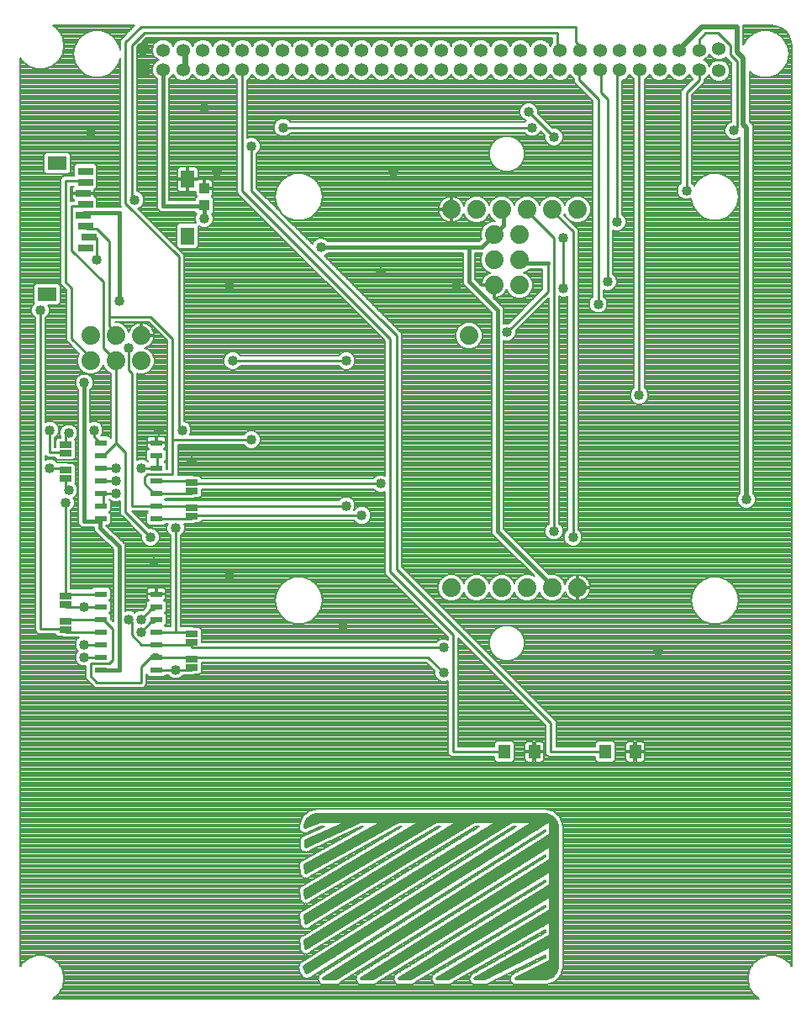
<source format=gtl>
G75*
%MOIN*%
%OFA0B0*%
%FSLAX25Y25*%
%IPPOS*%
%LPD*%
%AMOC8*
5,1,8,0,0,1.08239X$1,22.5*
%
%ADD10C,0.07400*%
%ADD11R,0.05346X0.05346*%
%ADD12C,0.05346*%
%ADD13R,0.04724X0.05512*%
%ADD14C,0.04000*%
%ADD15C,0.01200*%
%ADD16R,0.04724X0.02362*%
%ADD17R,0.05000X0.02500*%
%ADD18R,0.05512X0.07087*%
%ADD19R,0.07480X0.05512*%
%ADD20R,0.05906X0.03150*%
%ADD21R,0.03937X0.04331*%
%ADD22C,0.00800*%
%ADD23C,0.01000*%
%ADD24C,0.02000*%
%ADD25C,0.01500*%
%ADD26C,0.02400*%
D10*
X0104060Y0305000D03*
X0104060Y0315000D03*
X0114060Y0315000D03*
X0114060Y0305000D03*
X0124060Y0305000D03*
X0124060Y0315000D03*
X0247060Y0365000D03*
X0257060Y0365000D03*
X0264060Y0355000D03*
X0267060Y0365000D03*
X0274060Y0355000D03*
X0277060Y0365000D03*
X0287060Y0365000D03*
X0297060Y0365000D03*
X0274060Y0345000D03*
X0274060Y0335000D03*
X0264060Y0335000D03*
X0264060Y0345000D03*
X0254060Y0315000D03*
X0257060Y0215000D03*
X0267060Y0215000D03*
X0277060Y0215000D03*
X0287060Y0215000D03*
X0297060Y0215000D03*
X0247060Y0215000D03*
D11*
X0124887Y0419921D03*
D12*
X0124887Y0428583D03*
X0132761Y0428189D03*
X0132761Y0420315D03*
X0140635Y0420315D03*
X0148509Y0420315D03*
X0148509Y0428189D03*
X0140635Y0428189D03*
X0156383Y0428189D03*
X0156383Y0420315D03*
X0164257Y0420315D03*
X0172131Y0420315D03*
X0172131Y0428189D03*
X0164257Y0428189D03*
X0180005Y0428189D03*
X0180005Y0420315D03*
X0187879Y0420315D03*
X0187879Y0428189D03*
X0195753Y0428189D03*
X0203627Y0428189D03*
X0203627Y0420315D03*
X0195753Y0420315D03*
X0211501Y0420315D03*
X0211501Y0428189D03*
X0219375Y0428189D03*
X0227249Y0428189D03*
X0227249Y0420315D03*
X0219375Y0420315D03*
X0235123Y0420315D03*
X0235123Y0428189D03*
X0242997Y0428189D03*
X0250871Y0428189D03*
X0250871Y0420315D03*
X0242997Y0420315D03*
X0258745Y0420315D03*
X0258745Y0428189D03*
X0266619Y0428189D03*
X0266619Y0420315D03*
X0274493Y0420315D03*
X0274493Y0428189D03*
X0282367Y0428189D03*
X0282367Y0420315D03*
X0290241Y0420315D03*
X0290241Y0428189D03*
X0298115Y0428189D03*
X0298115Y0420315D03*
X0305989Y0420315D03*
X0305989Y0428189D03*
X0313863Y0428189D03*
X0313863Y0420315D03*
X0321737Y0420315D03*
X0321737Y0428189D03*
X0329611Y0428189D03*
X0329611Y0420315D03*
X0337485Y0420315D03*
X0337485Y0428189D03*
X0345359Y0428189D03*
X0345359Y0420315D03*
X0353233Y0419921D03*
X0353233Y0428583D03*
D13*
X0319966Y0150000D03*
X0308154Y0150000D03*
X0279966Y0150000D03*
X0268154Y0150000D03*
D14*
X0244060Y0181250D03*
X0244060Y0191250D03*
X0211560Y0243750D03*
X0205310Y0247500D03*
X0219060Y0256250D03*
X0205310Y0305000D03*
X0219060Y0340000D03*
X0224060Y0380000D03*
X0249060Y0335000D03*
X0269060Y0316250D03*
X0291560Y0333750D03*
X0305310Y0327500D03*
X0309060Y0336250D03*
X0312810Y0360000D03*
X0291560Y0353750D03*
X0287810Y0393750D03*
X0279060Y0397500D03*
X0277810Y0403750D03*
X0340310Y0372500D03*
X0359060Y0396250D03*
X0321560Y0291250D03*
X0295310Y0235000D03*
X0287810Y0237500D03*
X0329060Y0190000D03*
X0364060Y0250000D03*
X0236360Y0122700D03*
X0204060Y0200000D03*
X0159060Y0220000D03*
X0137810Y0238750D03*
X0127810Y0235000D03*
X0129060Y0225000D03*
X0124060Y0202500D03*
X0124060Y0197500D03*
X0119060Y0202500D03*
X0101560Y0207500D03*
X0101560Y0192500D03*
X0101560Y0187500D03*
X0137810Y0182500D03*
X0094060Y0248750D03*
X0095310Y0253750D03*
X0087810Y0262500D03*
X0087810Y0277500D03*
X0095310Y0276250D03*
X0105310Y0277500D03*
X0114060Y0262500D03*
X0114060Y0257500D03*
X0114060Y0252500D03*
X0124060Y0262500D03*
X0131060Y0277500D03*
X0140310Y0277500D03*
X0144060Y0265000D03*
X0160310Y0305000D03*
X0159060Y0335000D03*
X0149060Y0361250D03*
X0154060Y0380000D03*
X0167810Y0390000D03*
X0180310Y0397500D03*
X0149060Y0405000D03*
X0121560Y0368750D03*
X0106560Y0345000D03*
X0115310Y0328750D03*
X0119060Y0310000D03*
X0101560Y0296250D03*
X0084060Y0325000D03*
X0104060Y0395000D03*
X0167810Y0273750D03*
X0195310Y0350000D03*
D15*
X0194060Y0125000D02*
X0193192Y0124924D01*
X0192350Y0124698D01*
X0191560Y0124330D01*
X0190846Y0123830D01*
X0190230Y0123214D01*
X0189730Y0122500D01*
X0189362Y0121710D01*
X0189136Y0120868D01*
X0189060Y0120000D01*
X0195060Y0122500D01*
X0206860Y0122500D01*
X0189360Y0114600D01*
X0189360Y0112400D01*
X0211060Y0122500D01*
X0220460Y0122500D01*
X0189060Y0104900D01*
X0189360Y0102100D01*
X0226060Y0122500D01*
X0235460Y0122500D01*
X0189060Y0094900D01*
X0189360Y0092100D01*
X0241060Y0122500D01*
X0250460Y0122500D01*
X0189060Y0084900D01*
X0189360Y0082100D01*
X0256060Y0122500D01*
X0265960Y0122500D01*
X0189060Y0074900D01*
X0189360Y0072100D01*
X0271060Y0122500D01*
X0280460Y0122500D01*
X0189060Y0064900D01*
X0188860Y0064800D01*
X0188860Y0064200D01*
X0189260Y0063200D01*
X0189560Y0062600D01*
X0189760Y0062300D01*
X0286560Y0123000D01*
X0286560Y0117000D01*
X0196460Y0060000D01*
X0201460Y0060000D01*
X0286560Y0113000D01*
X0286560Y0107000D01*
X0211460Y0060000D01*
X0215960Y0060000D01*
X0286560Y0103000D01*
X0286560Y0097000D01*
X0226460Y0060000D01*
X0230960Y0060000D01*
X0286560Y0093000D01*
X0286560Y0087000D01*
X0241460Y0060000D01*
X0245960Y0060000D01*
X0286560Y0083000D01*
X0286560Y0077000D01*
X0256560Y0060000D01*
X0260460Y0060000D01*
X0286560Y0073000D01*
X0286560Y0067000D01*
X0272760Y0060000D01*
X0284060Y0060000D01*
X0284928Y0060076D01*
X0285770Y0060302D01*
X0286560Y0060670D01*
X0287274Y0061170D01*
X0287890Y0061786D01*
X0288390Y0062500D01*
X0288758Y0063290D01*
X0288984Y0064132D01*
X0289060Y0065000D01*
X0289060Y0120000D01*
X0288984Y0120868D01*
X0288758Y0121710D01*
X0288390Y0122500D01*
X0287890Y0123214D01*
X0287274Y0123830D01*
X0286560Y0124330D01*
X0285770Y0124698D01*
X0284928Y0124924D01*
X0284060Y0125000D01*
X0194060Y0125000D01*
X0191528Y0124308D02*
X0286592Y0124308D01*
X0287964Y0123109D02*
X0190156Y0123109D01*
X0189455Y0121911D02*
X0193646Y0121911D01*
X0190769Y0120712D02*
X0189122Y0120712D01*
X0192280Y0115918D02*
X0196919Y0115918D01*
X0194935Y0117117D02*
X0199494Y0117117D01*
X0197590Y0118315D02*
X0202069Y0118315D01*
X0200245Y0119514D02*
X0204644Y0119514D01*
X0202900Y0120712D02*
X0207219Y0120712D01*
X0205555Y0121911D02*
X0209794Y0121911D01*
X0212994Y0118315D02*
X0218531Y0118315D01*
X0216375Y0117117D02*
X0210856Y0117117D01*
X0208717Y0115918D02*
X0214219Y0115918D01*
X0212063Y0114720D02*
X0206579Y0114720D01*
X0204441Y0113521D02*
X0209907Y0113521D01*
X0207751Y0112323D02*
X0202303Y0112323D01*
X0200164Y0111124D02*
X0205594Y0111124D01*
X0203438Y0109926D02*
X0198026Y0109926D01*
X0195888Y0108727D02*
X0201282Y0108727D01*
X0199126Y0107529D02*
X0193750Y0107529D01*
X0191611Y0106330D02*
X0196970Y0106330D01*
X0194814Y0105132D02*
X0189473Y0105132D01*
X0189164Y0103933D02*
X0192658Y0103933D01*
X0190501Y0102734D02*
X0189292Y0102734D01*
X0192157Y0096742D02*
X0197254Y0096742D01*
X0195216Y0095543D02*
X0190142Y0095543D01*
X0189119Y0094345D02*
X0193178Y0094345D01*
X0191140Y0093146D02*
X0189248Y0093146D01*
X0194171Y0097940D02*
X0199293Y0097940D01*
X0201331Y0099139D02*
X0196186Y0099139D01*
X0198201Y0100337D02*
X0203369Y0100337D01*
X0205407Y0101536D02*
X0200216Y0101536D01*
X0202231Y0102734D02*
X0207446Y0102734D01*
X0209484Y0103933D02*
X0204246Y0103933D01*
X0206261Y0105132D02*
X0211522Y0105132D01*
X0213560Y0106330D02*
X0208276Y0106330D01*
X0210291Y0107529D02*
X0215599Y0107529D01*
X0217637Y0108727D02*
X0212305Y0108727D01*
X0214320Y0109926D02*
X0219675Y0109926D01*
X0221713Y0111124D02*
X0216335Y0111124D01*
X0218350Y0112323D02*
X0223752Y0112323D01*
X0225790Y0113521D02*
X0220365Y0113521D01*
X0222380Y0114720D02*
X0227828Y0114720D01*
X0229866Y0115918D02*
X0224395Y0115918D01*
X0226410Y0117117D02*
X0231905Y0117117D01*
X0233943Y0118315D02*
X0228425Y0118315D01*
X0230439Y0119514D02*
X0235981Y0119514D01*
X0238019Y0120712D02*
X0232454Y0120712D01*
X0234469Y0121911D02*
X0240058Y0121911D01*
X0241669Y0117117D02*
X0247172Y0117117D01*
X0249151Y0118315D02*
X0243626Y0118315D01*
X0245583Y0119514D02*
X0251130Y0119514D01*
X0253108Y0120712D02*
X0247541Y0120712D01*
X0249498Y0121911D02*
X0255087Y0121911D01*
X0257263Y0117117D02*
X0262333Y0117117D01*
X0260391Y0115918D02*
X0255327Y0115918D01*
X0253390Y0114720D02*
X0258448Y0114720D01*
X0256505Y0113521D02*
X0251454Y0113521D01*
X0249518Y0112323D02*
X0254562Y0112323D01*
X0252619Y0111124D02*
X0247582Y0111124D01*
X0245645Y0109926D02*
X0250676Y0109926D01*
X0248734Y0108727D02*
X0243709Y0108727D01*
X0241773Y0107529D02*
X0246791Y0107529D01*
X0244848Y0106330D02*
X0239837Y0106330D01*
X0237900Y0105132D02*
X0242905Y0105132D01*
X0240962Y0103933D02*
X0235964Y0103933D01*
X0234028Y0102734D02*
X0239019Y0102734D01*
X0237077Y0101536D02*
X0232092Y0101536D01*
X0230155Y0100337D02*
X0235134Y0100337D01*
X0233191Y0099139D02*
X0228219Y0099139D01*
X0226283Y0097940D02*
X0231248Y0097940D01*
X0229305Y0096742D02*
X0224347Y0096742D01*
X0222410Y0095543D02*
X0227363Y0095543D01*
X0225420Y0094345D02*
X0220474Y0094345D01*
X0218538Y0093146D02*
X0223477Y0093146D01*
X0221534Y0091948D02*
X0216602Y0091948D01*
X0214665Y0090749D02*
X0219591Y0090749D01*
X0217648Y0089551D02*
X0212729Y0089551D01*
X0210793Y0088352D02*
X0215706Y0088352D01*
X0213763Y0087154D02*
X0208857Y0087154D01*
X0206920Y0085955D02*
X0211820Y0085955D01*
X0209877Y0084757D02*
X0204984Y0084757D01*
X0203048Y0083558D02*
X0207934Y0083558D01*
X0205991Y0082360D02*
X0201112Y0082360D01*
X0199175Y0081161D02*
X0204049Y0081161D01*
X0202106Y0079963D02*
X0197239Y0079963D01*
X0195303Y0078764D02*
X0200163Y0078764D01*
X0198220Y0077566D02*
X0193367Y0077566D01*
X0191430Y0076367D02*
X0196277Y0076367D01*
X0194335Y0075169D02*
X0189494Y0075169D01*
X0189160Y0073970D02*
X0192392Y0073970D01*
X0190449Y0072772D02*
X0189288Y0072772D01*
X0192042Y0066779D02*
X0196903Y0066779D01*
X0194992Y0065581D02*
X0190140Y0065581D01*
X0188860Y0064382D02*
X0193080Y0064382D01*
X0191169Y0063184D02*
X0189268Y0063184D01*
X0193944Y0067978D02*
X0198814Y0067978D01*
X0200726Y0069176D02*
X0195845Y0069176D01*
X0197747Y0070375D02*
X0202637Y0070375D01*
X0204548Y0071573D02*
X0199649Y0071573D01*
X0201551Y0072772D02*
X0206460Y0072772D01*
X0208371Y0073970D02*
X0203453Y0073970D01*
X0205354Y0075169D02*
X0210282Y0075169D01*
X0212193Y0076367D02*
X0207256Y0076367D01*
X0209158Y0077566D02*
X0214105Y0077566D01*
X0216016Y0078764D02*
X0211060Y0078764D01*
X0212962Y0079963D02*
X0217927Y0079963D01*
X0219839Y0081161D02*
X0214864Y0081161D01*
X0216765Y0082360D02*
X0221750Y0082360D01*
X0223661Y0083558D02*
X0218667Y0083558D01*
X0220569Y0084757D02*
X0225573Y0084757D01*
X0227484Y0085955D02*
X0222471Y0085955D01*
X0224373Y0087154D02*
X0229395Y0087154D01*
X0231306Y0088352D02*
X0226274Y0088352D01*
X0228176Y0089551D02*
X0233218Y0089551D01*
X0235129Y0090749D02*
X0230078Y0090749D01*
X0231980Y0091948D02*
X0237040Y0091948D01*
X0238952Y0093146D02*
X0233882Y0093146D01*
X0235783Y0094345D02*
X0240863Y0094345D01*
X0242774Y0095543D02*
X0237685Y0095543D01*
X0239587Y0096742D02*
X0244686Y0096742D01*
X0246597Y0097940D02*
X0241489Y0097940D01*
X0243391Y0099139D02*
X0248508Y0099139D01*
X0250419Y0100337D02*
X0245292Y0100337D01*
X0247194Y0101536D02*
X0252331Y0101536D01*
X0254242Y0102734D02*
X0249096Y0102734D01*
X0250998Y0103933D02*
X0256153Y0103933D01*
X0258065Y0105132D02*
X0252900Y0105132D01*
X0254801Y0106330D02*
X0259976Y0106330D01*
X0261887Y0107529D02*
X0256703Y0107529D01*
X0258605Y0108727D02*
X0263799Y0108727D01*
X0265710Y0109926D02*
X0260507Y0109926D01*
X0262409Y0111124D02*
X0267621Y0111124D01*
X0269532Y0112323D02*
X0264310Y0112323D01*
X0266212Y0113521D02*
X0271444Y0113521D01*
X0273355Y0114720D02*
X0268114Y0114720D01*
X0270016Y0115918D02*
X0275266Y0115918D01*
X0277178Y0117117D02*
X0271918Y0117117D01*
X0273819Y0118315D02*
X0279089Y0118315D01*
X0281000Y0119514D02*
X0275721Y0119514D01*
X0277623Y0120712D02*
X0282912Y0120712D01*
X0284823Y0121911D02*
X0279525Y0121911D01*
X0286560Y0121911D02*
X0288665Y0121911D01*
X0288998Y0120712D02*
X0286560Y0120712D01*
X0286560Y0119514D02*
X0289060Y0119514D01*
X0289060Y0118315D02*
X0286560Y0118315D01*
X0286560Y0117117D02*
X0289060Y0117117D01*
X0289060Y0115918D02*
X0284850Y0115918D01*
X0282955Y0114720D02*
X0289060Y0114720D01*
X0289060Y0113521D02*
X0281061Y0113521D01*
X0279166Y0112323D02*
X0285472Y0112323D01*
X0286560Y0112323D02*
X0289060Y0112323D01*
X0289060Y0111124D02*
X0286560Y0111124D01*
X0286560Y0109926D02*
X0289060Y0109926D01*
X0289060Y0108727D02*
X0286560Y0108727D01*
X0286560Y0107529D02*
X0289060Y0107529D01*
X0289060Y0106330D02*
X0285489Y0106330D01*
X0283574Y0105132D02*
X0289060Y0105132D01*
X0289060Y0103933D02*
X0281659Y0103933D01*
X0279744Y0102734D02*
X0286124Y0102734D01*
X0286560Y0102734D02*
X0289060Y0102734D01*
X0289060Y0101536D02*
X0286560Y0101536D01*
X0286560Y0100337D02*
X0289060Y0100337D01*
X0289060Y0099139D02*
X0286560Y0099139D01*
X0286560Y0097940D02*
X0289060Y0097940D01*
X0289060Y0096742D02*
X0286141Y0096742D01*
X0284194Y0095543D02*
X0289060Y0095543D01*
X0289060Y0094345D02*
X0282247Y0094345D01*
X0280301Y0093146D02*
X0289060Y0093146D01*
X0289060Y0091948D02*
X0286560Y0091948D01*
X0286560Y0090749D02*
X0289060Y0090749D01*
X0289060Y0089551D02*
X0286560Y0089551D01*
X0286560Y0088352D02*
X0289060Y0088352D01*
X0289060Y0087154D02*
X0286560Y0087154D01*
X0284815Y0085955D02*
X0289060Y0085955D01*
X0289060Y0084757D02*
X0282813Y0084757D01*
X0280811Y0083558D02*
X0289060Y0083558D01*
X0289060Y0082360D02*
X0286560Y0082360D01*
X0285430Y0082360D02*
X0278809Y0082360D01*
X0276807Y0081161D02*
X0283314Y0081161D01*
X0281199Y0079963D02*
X0274805Y0079963D01*
X0272803Y0078764D02*
X0279083Y0078764D01*
X0276967Y0077566D02*
X0270801Y0077566D01*
X0268799Y0076367D02*
X0274852Y0076367D01*
X0272736Y0075169D02*
X0266797Y0075169D01*
X0264795Y0073970D02*
X0270620Y0073970D01*
X0268505Y0072772D02*
X0262793Y0072772D01*
X0260792Y0071573D02*
X0266389Y0071573D01*
X0264274Y0070375D02*
X0258790Y0070375D01*
X0256788Y0069176D02*
X0262158Y0069176D01*
X0260042Y0067978D02*
X0254786Y0067978D01*
X0252784Y0066779D02*
X0257927Y0066779D01*
X0255811Y0065581D02*
X0250782Y0065581D01*
X0248780Y0064382D02*
X0253695Y0064382D01*
X0251580Y0063184D02*
X0246778Y0063184D01*
X0244776Y0061985D02*
X0249464Y0061985D01*
X0247349Y0060787D02*
X0242774Y0060787D01*
X0240363Y0065581D02*
X0235525Y0065581D01*
X0237472Y0066779D02*
X0242382Y0066779D01*
X0244401Y0067978D02*
X0239418Y0067978D01*
X0241365Y0069176D02*
X0246420Y0069176D01*
X0248440Y0070375D02*
X0243312Y0070375D01*
X0245259Y0071573D02*
X0250459Y0071573D01*
X0252478Y0072772D02*
X0247205Y0072772D01*
X0249152Y0073970D02*
X0254498Y0073970D01*
X0256517Y0075169D02*
X0251099Y0075169D01*
X0253046Y0076367D02*
X0258536Y0076367D01*
X0260556Y0077566D02*
X0254992Y0077566D01*
X0256939Y0078764D02*
X0262575Y0078764D01*
X0264594Y0079963D02*
X0258886Y0079963D01*
X0260833Y0081161D02*
X0266614Y0081161D01*
X0268633Y0082360D02*
X0262780Y0082360D01*
X0264726Y0083558D02*
X0270652Y0083558D01*
X0272671Y0084757D02*
X0266673Y0084757D01*
X0268620Y0085955D02*
X0274691Y0085955D01*
X0276710Y0087154D02*
X0270567Y0087154D01*
X0272513Y0088352D02*
X0278729Y0088352D01*
X0280749Y0089551D02*
X0274460Y0089551D01*
X0276407Y0090749D02*
X0282768Y0090749D01*
X0284787Y0091948D02*
X0278354Y0091948D01*
X0276285Y0096742D02*
X0270169Y0096742D01*
X0272084Y0097940D02*
X0278253Y0097940D01*
X0280221Y0099139D02*
X0273999Y0099139D01*
X0275914Y0100337D02*
X0282188Y0100337D01*
X0284156Y0101536D02*
X0277829Y0101536D01*
X0275850Y0106330D02*
X0269694Y0106330D01*
X0271588Y0107529D02*
X0277775Y0107529D01*
X0279699Y0108727D02*
X0273483Y0108727D01*
X0275377Y0109926D02*
X0281623Y0109926D01*
X0283548Y0111124D02*
X0277272Y0111124D01*
X0273926Y0105132D02*
X0267799Y0105132D01*
X0265905Y0103933D02*
X0272001Y0103933D01*
X0270077Y0102734D02*
X0264010Y0102734D01*
X0262116Y0101536D02*
X0268153Y0101536D01*
X0266228Y0100337D02*
X0260222Y0100337D01*
X0258327Y0099139D02*
X0264304Y0099139D01*
X0262379Y0097940D02*
X0256433Y0097940D01*
X0254538Y0096742D02*
X0260455Y0096742D01*
X0258531Y0095543D02*
X0252644Y0095543D01*
X0250749Y0094345D02*
X0256606Y0094345D01*
X0254682Y0093146D02*
X0248855Y0093146D01*
X0246960Y0091948D02*
X0252757Y0091948D01*
X0250833Y0090749D02*
X0245066Y0090749D01*
X0243171Y0089551D02*
X0248909Y0089551D01*
X0246984Y0088352D02*
X0241277Y0088352D01*
X0239382Y0087154D02*
X0245060Y0087154D01*
X0243135Y0085955D02*
X0237488Y0085955D01*
X0235593Y0084757D02*
X0241211Y0084757D01*
X0239287Y0083558D02*
X0233699Y0083558D01*
X0231804Y0082360D02*
X0237362Y0082360D01*
X0235438Y0081161D02*
X0229910Y0081161D01*
X0228015Y0079963D02*
X0233513Y0079963D01*
X0231589Y0078764D02*
X0226121Y0078764D01*
X0224226Y0077566D02*
X0229665Y0077566D01*
X0227740Y0076367D02*
X0222332Y0076367D01*
X0220437Y0075169D02*
X0225816Y0075169D01*
X0223891Y0073970D02*
X0218543Y0073970D01*
X0216648Y0072772D02*
X0221967Y0072772D01*
X0220043Y0071573D02*
X0214754Y0071573D01*
X0212859Y0070375D02*
X0218118Y0070375D01*
X0216194Y0069176D02*
X0210965Y0069176D01*
X0209070Y0067978D02*
X0214269Y0067978D01*
X0212345Y0066779D02*
X0207176Y0066779D01*
X0205281Y0065581D02*
X0210421Y0065581D01*
X0208496Y0064382D02*
X0203387Y0064382D01*
X0201492Y0063184D02*
X0206572Y0063184D01*
X0204647Y0061985D02*
X0199598Y0061985D01*
X0197703Y0060787D02*
X0202723Y0060787D01*
X0212717Y0060787D02*
X0217251Y0060787D01*
X0219219Y0061985D02*
X0214632Y0061985D01*
X0216547Y0063184D02*
X0221187Y0063184D01*
X0223155Y0064382D02*
X0218462Y0064382D01*
X0220377Y0065581D02*
X0225123Y0065581D01*
X0227090Y0066779D02*
X0222292Y0066779D01*
X0224207Y0067978D02*
X0229058Y0067978D01*
X0231026Y0069176D02*
X0226122Y0069176D01*
X0228037Y0070375D02*
X0232994Y0070375D01*
X0234962Y0071573D02*
X0229952Y0071573D01*
X0231868Y0072772D02*
X0236929Y0072772D01*
X0238897Y0073970D02*
X0233783Y0073970D01*
X0235698Y0075169D02*
X0240865Y0075169D01*
X0242833Y0076367D02*
X0237613Y0076367D01*
X0239528Y0077566D02*
X0244801Y0077566D01*
X0246768Y0078764D02*
X0241443Y0078764D01*
X0243358Y0079963D02*
X0248736Y0079963D01*
X0250704Y0081161D02*
X0245273Y0081161D01*
X0247188Y0082360D02*
X0252672Y0082360D01*
X0254639Y0083558D02*
X0249103Y0083558D01*
X0251018Y0084757D02*
X0256607Y0084757D01*
X0258575Y0085955D02*
X0252933Y0085955D01*
X0254848Y0087154D02*
X0260543Y0087154D01*
X0262511Y0088352D02*
X0256763Y0088352D01*
X0258679Y0089551D02*
X0264478Y0089551D01*
X0266446Y0090749D02*
X0260594Y0090749D01*
X0262509Y0091948D02*
X0268414Y0091948D01*
X0270382Y0093146D02*
X0264424Y0093146D01*
X0266339Y0094345D02*
X0272350Y0094345D01*
X0274317Y0095543D02*
X0268254Y0095543D01*
X0281213Y0073970D02*
X0289060Y0073970D01*
X0289060Y0072772D02*
X0286560Y0072772D01*
X0286102Y0072772D02*
X0279098Y0072772D01*
X0276983Y0071573D02*
X0283695Y0071573D01*
X0281289Y0070375D02*
X0274868Y0070375D01*
X0272753Y0069176D02*
X0278883Y0069176D01*
X0276477Y0067978D02*
X0270638Y0067978D01*
X0268523Y0066779D02*
X0274070Y0066779D01*
X0271664Y0065581D02*
X0266408Y0065581D01*
X0264293Y0064382D02*
X0269258Y0064382D01*
X0266852Y0063184D02*
X0262178Y0063184D01*
X0262039Y0060787D02*
X0257948Y0060787D01*
X0260063Y0061985D02*
X0264445Y0061985D01*
X0274311Y0060787D02*
X0286727Y0060787D01*
X0288030Y0061985D02*
X0276673Y0061985D01*
X0279036Y0063184D02*
X0288709Y0063184D01*
X0289006Y0064382D02*
X0281399Y0064382D01*
X0283762Y0065581D02*
X0289060Y0065581D01*
X0289060Y0066779D02*
X0286125Y0066779D01*
X0286560Y0067978D02*
X0289060Y0067978D01*
X0289060Y0069176D02*
X0286560Y0069176D01*
X0286560Y0070375D02*
X0289060Y0070375D01*
X0289060Y0071573D02*
X0286560Y0071573D01*
X0289060Y0075169D02*
X0283328Y0075169D01*
X0285443Y0076367D02*
X0289060Y0076367D01*
X0289060Y0077566D02*
X0286560Y0077566D01*
X0286560Y0078764D02*
X0289060Y0078764D01*
X0289060Y0079963D02*
X0286560Y0079963D01*
X0286560Y0081161D02*
X0289060Y0081161D01*
X0266219Y0119514D02*
X0261135Y0119514D01*
X0259199Y0118315D02*
X0264276Y0118315D01*
X0263072Y0120712D02*
X0268162Y0120712D01*
X0270105Y0121911D02*
X0265008Y0121911D01*
X0245193Y0115918D02*
X0239712Y0115918D01*
X0237755Y0114720D02*
X0243215Y0114720D01*
X0241236Y0113521D02*
X0235798Y0113521D01*
X0233841Y0112323D02*
X0239257Y0112323D01*
X0237278Y0111124D02*
X0231883Y0111124D01*
X0229926Y0109926D02*
X0235300Y0109926D01*
X0233321Y0108727D02*
X0227969Y0108727D01*
X0226012Y0107529D02*
X0231342Y0107529D01*
X0229364Y0106330D02*
X0224055Y0106330D01*
X0222098Y0105132D02*
X0227385Y0105132D01*
X0225406Y0103933D02*
X0220140Y0103933D01*
X0218183Y0102734D02*
X0223427Y0102734D01*
X0221449Y0101536D02*
X0216226Y0101536D01*
X0214269Y0100337D02*
X0219470Y0100337D01*
X0217491Y0099139D02*
X0212312Y0099139D01*
X0210355Y0097940D02*
X0215512Y0097940D01*
X0213534Y0096742D02*
X0208398Y0096742D01*
X0206440Y0095543D02*
X0211555Y0095543D01*
X0209576Y0094345D02*
X0204483Y0094345D01*
X0202526Y0093146D02*
X0207597Y0093146D01*
X0205619Y0091948D02*
X0200569Y0091948D01*
X0198612Y0090749D02*
X0203640Y0090749D01*
X0201661Y0089551D02*
X0196655Y0089551D01*
X0194698Y0088352D02*
X0199683Y0088352D01*
X0197704Y0087154D02*
X0192740Y0087154D01*
X0190783Y0085955D02*
X0195725Y0085955D01*
X0193746Y0084757D02*
X0189075Y0084757D01*
X0189204Y0083558D02*
X0191768Y0083558D01*
X0189789Y0082360D02*
X0189332Y0082360D01*
X0189360Y0113521D02*
X0191769Y0113521D01*
X0189625Y0114720D02*
X0194344Y0114720D01*
X0215132Y0119514D02*
X0220687Y0119514D01*
X0222844Y0120712D02*
X0217270Y0120712D01*
X0219409Y0121911D02*
X0225000Y0121911D01*
X0233578Y0064382D02*
X0238343Y0064382D01*
X0236324Y0063184D02*
X0231631Y0063184D01*
X0229684Y0061985D02*
X0234305Y0061985D01*
X0232285Y0060787D02*
X0227738Y0060787D01*
D16*
X0130084Y0182500D03*
X0130084Y0187500D03*
X0130084Y0192500D03*
X0130084Y0197500D03*
X0130084Y0202500D03*
X0130084Y0207500D03*
X0130084Y0212500D03*
X0108036Y0212500D03*
X0108036Y0207500D03*
X0108036Y0202500D03*
X0108036Y0197500D03*
X0108036Y0192500D03*
X0108036Y0187500D03*
X0108036Y0182500D03*
X0108036Y0242500D03*
X0108036Y0247500D03*
X0108036Y0252500D03*
X0108036Y0257500D03*
X0108036Y0262500D03*
X0108036Y0267500D03*
X0108036Y0272500D03*
X0130084Y0272500D03*
X0130084Y0267500D03*
X0130084Y0262500D03*
X0130084Y0257500D03*
X0130084Y0252500D03*
X0130084Y0247500D03*
X0130084Y0242500D03*
D17*
X0144060Y0243400D03*
X0144060Y0246600D03*
X0144060Y0253400D03*
X0144060Y0256600D03*
X0144060Y0196600D03*
X0144060Y0193400D03*
X0144060Y0186600D03*
X0144060Y0183400D03*
X0094060Y0198400D03*
X0094060Y0201600D03*
X0094060Y0208400D03*
X0094060Y0211600D03*
X0094060Y0258400D03*
X0094060Y0261600D03*
X0094060Y0268400D03*
X0094060Y0271600D03*
D18*
X0142485Y0354488D03*
X0142485Y0376929D03*
D19*
X0090714Y0383228D03*
X0086777Y0331457D03*
D20*
X0101934Y0349803D03*
X0103509Y0354134D03*
X0101934Y0358465D03*
X0101147Y0362795D03*
X0101934Y0367126D03*
X0101147Y0371457D03*
X0101934Y0375787D03*
X0101934Y0380118D03*
D21*
X0149060Y0373346D03*
X0149060Y0366654D03*
D22*
X0076160Y0425083D02*
X0076160Y0064917D01*
X0076826Y0066070D01*
X0076826Y0066070D01*
X0076826Y0066070D01*
X0079338Y0068178D01*
X0079338Y0068178D01*
X0082420Y0069300D01*
X0085700Y0069300D01*
X0088782Y0068178D01*
X0088782Y0068178D01*
X0091294Y0066070D01*
X0091294Y0066070D01*
X0092934Y0063230D01*
X0092934Y0063230D01*
X0093503Y0060000D01*
X0093503Y0060000D01*
X0092934Y0056770D01*
X0092934Y0056770D01*
X0091294Y0053930D01*
X0091294Y0053930D01*
X0091294Y0053930D01*
X0089113Y0052100D01*
X0369007Y0052100D01*
X0366826Y0053930D01*
X0366826Y0053930D01*
X0365186Y0056770D01*
X0365186Y0056770D01*
X0364617Y0060000D01*
X0364617Y0060000D01*
X0365186Y0063230D01*
X0365186Y0063230D01*
X0366826Y0066070D01*
X0366826Y0066070D01*
X0366826Y0066070D01*
X0369338Y0068178D01*
X0369338Y0068178D01*
X0372420Y0069300D01*
X0375700Y0069300D01*
X0378782Y0068178D01*
X0378782Y0068178D01*
X0381294Y0066070D01*
X0381294Y0066070D01*
X0381960Y0064917D01*
X0381960Y0430000D01*
X0381863Y0431236D01*
X0381099Y0433587D01*
X0379646Y0435586D01*
X0377647Y0437039D01*
X0375296Y0437803D01*
X0374060Y0437900D01*
X0362910Y0437900D01*
X0362910Y0430218D01*
X0364326Y0432670D01*
X0364326Y0432670D01*
X0364326Y0432670D01*
X0366838Y0434778D01*
X0366838Y0434778D01*
X0369920Y0435900D01*
X0373200Y0435900D01*
X0376282Y0434778D01*
X0376282Y0434778D01*
X0378794Y0432670D01*
X0378794Y0432670D01*
X0380434Y0429830D01*
X0380434Y0429830D01*
X0381003Y0426600D01*
X0381003Y0426600D01*
X0380434Y0423370D01*
X0380434Y0423370D01*
X0378794Y0420530D01*
X0378794Y0420530D01*
X0378794Y0420530D01*
X0376282Y0418422D01*
X0376282Y0418422D01*
X0373200Y0417300D01*
X0369920Y0417300D01*
X0366838Y0418422D01*
X0366838Y0418422D01*
X0365410Y0419620D01*
X0365410Y0399827D01*
X0365533Y0399704D01*
X0366264Y0398973D01*
X0366660Y0398017D01*
X0366660Y0252491D01*
X0367112Y0252039D01*
X0367660Y0250716D01*
X0367660Y0249284D01*
X0367112Y0247961D01*
X0366099Y0246948D01*
X0364776Y0246400D01*
X0363344Y0246400D01*
X0362021Y0246948D01*
X0361008Y0247961D01*
X0360460Y0249284D01*
X0360460Y0250716D01*
X0361008Y0252039D01*
X0361460Y0252491D01*
X0361460Y0393559D01*
X0361099Y0393198D01*
X0359776Y0392650D01*
X0358344Y0392650D01*
X0357021Y0393198D01*
X0356008Y0394211D01*
X0355460Y0395534D01*
X0355460Y0396966D01*
X0356008Y0398289D01*
X0357021Y0399302D01*
X0358210Y0399795D01*
X0358210Y0422880D01*
X0356940Y0424150D01*
X0355892Y0425198D01*
X0355654Y0424960D01*
X0354083Y0424309D01*
X0352383Y0424309D01*
X0350813Y0424960D01*
X0349611Y0426162D01*
X0349378Y0426724D01*
X0348982Y0425768D01*
X0347780Y0424566D01*
X0347021Y0424252D01*
X0347780Y0423938D01*
X0348982Y0422736D01*
X0349378Y0421780D01*
X0349611Y0422342D01*
X0350813Y0423544D01*
X0352383Y0424194D01*
X0354083Y0424194D01*
X0355654Y0423544D01*
X0356856Y0422342D01*
X0357506Y0420771D01*
X0357506Y0419071D01*
X0356856Y0417501D01*
X0355654Y0416299D01*
X0354083Y0415648D01*
X0352383Y0415648D01*
X0350813Y0416299D01*
X0349611Y0417501D01*
X0349215Y0418456D01*
X0348982Y0417894D01*
X0347780Y0416692D01*
X0347410Y0416539D01*
X0347410Y0415380D01*
X0346180Y0414150D01*
X0342410Y0410380D01*
X0342410Y0375491D01*
X0343362Y0374539D01*
X0343395Y0374458D01*
X0344326Y0376070D01*
X0344326Y0376070D01*
X0346838Y0378178D01*
X0346838Y0378178D01*
X0349920Y0379300D01*
X0353200Y0379300D01*
X0356282Y0378178D01*
X0356282Y0378178D01*
X0358794Y0376070D01*
X0358794Y0376070D01*
X0360434Y0373230D01*
X0360434Y0373230D01*
X0361003Y0370000D01*
X0361003Y0370000D01*
X0360434Y0366770D01*
X0358794Y0363930D01*
X0358794Y0363930D01*
X0356282Y0361822D01*
X0356282Y0361822D01*
X0353200Y0360700D01*
X0349920Y0360700D01*
X0346838Y0361822D01*
X0346838Y0361822D01*
X0344326Y0363930D01*
X0344326Y0363930D01*
X0342686Y0366770D01*
X0342686Y0366770D01*
X0342223Y0369396D01*
X0341026Y0368900D01*
X0339594Y0368900D01*
X0338271Y0369448D01*
X0337258Y0370461D01*
X0336710Y0371784D01*
X0336710Y0373216D01*
X0337258Y0374539D01*
X0338210Y0375491D01*
X0338210Y0412120D01*
X0342861Y0416770D01*
X0341737Y0417894D01*
X0341422Y0418653D01*
X0341108Y0417894D01*
X0339906Y0416692D01*
X0338335Y0416042D01*
X0336635Y0416042D01*
X0335065Y0416692D01*
X0333863Y0417894D01*
X0333548Y0418653D01*
X0333234Y0417894D01*
X0332032Y0416692D01*
X0330461Y0416042D01*
X0328761Y0416042D01*
X0327191Y0416692D01*
X0325988Y0417894D01*
X0325674Y0418653D01*
X0325360Y0417894D01*
X0324158Y0416692D01*
X0323660Y0416486D01*
X0323660Y0294241D01*
X0324612Y0293289D01*
X0325160Y0291966D01*
X0325160Y0290534D01*
X0324612Y0289211D01*
X0323599Y0288198D01*
X0322276Y0287650D01*
X0320844Y0287650D01*
X0319521Y0288198D01*
X0318508Y0289211D01*
X0317960Y0290534D01*
X0317960Y0291966D01*
X0318508Y0293289D01*
X0319460Y0294241D01*
X0319460Y0416633D01*
X0319317Y0416692D01*
X0318114Y0417894D01*
X0317800Y0418653D01*
X0317486Y0417894D01*
X0316284Y0416692D01*
X0314910Y0416123D01*
X0314910Y0362991D01*
X0315862Y0362039D01*
X0316410Y0360716D01*
X0316410Y0359284D01*
X0315862Y0357961D01*
X0314849Y0356948D01*
X0313526Y0356400D01*
X0312094Y0356400D01*
X0311160Y0356787D01*
X0311160Y0339241D01*
X0312112Y0338289D01*
X0312660Y0336966D01*
X0312660Y0335534D01*
X0312112Y0334211D01*
X0311099Y0333198D01*
X0309776Y0332650D01*
X0308344Y0332650D01*
X0307410Y0333037D01*
X0307410Y0330491D01*
X0308362Y0329539D01*
X0308910Y0328216D01*
X0308910Y0326784D01*
X0308362Y0325461D01*
X0307349Y0324448D01*
X0306026Y0323900D01*
X0304594Y0323900D01*
X0303271Y0324448D01*
X0302258Y0325461D01*
X0301710Y0326784D01*
X0301710Y0328216D01*
X0302258Y0329539D01*
X0303210Y0330491D01*
X0303210Y0407880D01*
X0296940Y0414150D01*
X0295710Y0415380D01*
X0295710Y0416686D01*
X0295695Y0416692D01*
X0294492Y0417894D01*
X0294178Y0418653D01*
X0293864Y0417894D01*
X0292662Y0416692D01*
X0291091Y0416042D01*
X0289391Y0416042D01*
X0287820Y0416692D01*
X0286618Y0417894D01*
X0286304Y0418653D01*
X0285990Y0417894D01*
X0284788Y0416692D01*
X0283217Y0416042D01*
X0281517Y0416042D01*
X0279946Y0416692D01*
X0278744Y0417894D01*
X0278430Y0418653D01*
X0278116Y0417894D01*
X0276914Y0416692D01*
X0275343Y0416042D01*
X0273643Y0416042D01*
X0272072Y0416692D01*
X0270870Y0417894D01*
X0270556Y0418653D01*
X0270242Y0417894D01*
X0269040Y0416692D01*
X0267469Y0416042D01*
X0265769Y0416042D01*
X0264198Y0416692D01*
X0262996Y0417894D01*
X0262682Y0418653D01*
X0262368Y0417894D01*
X0261166Y0416692D01*
X0259595Y0416042D01*
X0257895Y0416042D01*
X0256324Y0416692D01*
X0255122Y0417894D01*
X0254808Y0418653D01*
X0254494Y0417894D01*
X0253292Y0416692D01*
X0251721Y0416042D01*
X0250021Y0416042D01*
X0248450Y0416692D01*
X0247248Y0417894D01*
X0246934Y0418653D01*
X0246620Y0417894D01*
X0245418Y0416692D01*
X0243847Y0416042D01*
X0242147Y0416042D01*
X0240576Y0416692D01*
X0239374Y0417894D01*
X0239060Y0418653D01*
X0238746Y0417894D01*
X0237544Y0416692D01*
X0235973Y0416042D01*
X0234273Y0416042D01*
X0232702Y0416692D01*
X0231500Y0417894D01*
X0231186Y0418653D01*
X0230872Y0417894D01*
X0229670Y0416692D01*
X0228099Y0416042D01*
X0226399Y0416042D01*
X0224828Y0416692D01*
X0223626Y0417894D01*
X0223312Y0418653D01*
X0222998Y0417894D01*
X0221796Y0416692D01*
X0220225Y0416042D01*
X0218525Y0416042D01*
X0216954Y0416692D01*
X0215752Y0417894D01*
X0215438Y0418653D01*
X0215124Y0417894D01*
X0213922Y0416692D01*
X0212351Y0416042D01*
X0210651Y0416042D01*
X0209080Y0416692D01*
X0207878Y0417894D01*
X0207564Y0418653D01*
X0207250Y0417894D01*
X0206048Y0416692D01*
X0204477Y0416042D01*
X0202777Y0416042D01*
X0201206Y0416692D01*
X0200004Y0417894D01*
X0199690Y0418653D01*
X0199376Y0417894D01*
X0198173Y0416692D01*
X0196603Y0416042D01*
X0194903Y0416042D01*
X0193332Y0416692D01*
X0192130Y0417894D01*
X0191816Y0418653D01*
X0191502Y0417894D01*
X0190299Y0416692D01*
X0188729Y0416042D01*
X0187029Y0416042D01*
X0185458Y0416692D01*
X0184256Y0417894D01*
X0183942Y0418653D01*
X0183628Y0417894D01*
X0182425Y0416692D01*
X0180855Y0416042D01*
X0179155Y0416042D01*
X0177584Y0416692D01*
X0176382Y0417894D01*
X0176068Y0418653D01*
X0175754Y0417894D01*
X0174551Y0416692D01*
X0172981Y0416042D01*
X0171281Y0416042D01*
X0169710Y0416692D01*
X0168508Y0417894D01*
X0168194Y0418653D01*
X0167880Y0417894D01*
X0166677Y0416692D01*
X0166160Y0416478D01*
X0166160Y0393213D01*
X0167094Y0393600D01*
X0168526Y0393600D01*
X0169849Y0393052D01*
X0170862Y0392039D01*
X0171410Y0390716D01*
X0171410Y0389284D01*
X0170862Y0387961D01*
X0169910Y0387009D01*
X0169910Y0373370D01*
X0179293Y0363987D01*
X0177686Y0366770D01*
X0177117Y0370000D01*
X0177686Y0373230D01*
X0179326Y0376070D01*
X0179326Y0376070D01*
X0179326Y0376070D01*
X0181838Y0378178D01*
X0181838Y0378178D01*
X0184920Y0379300D01*
X0188200Y0379300D01*
X0191282Y0378178D01*
X0191282Y0378178D01*
X0193794Y0376070D01*
X0193794Y0376070D01*
X0195434Y0373230D01*
X0195434Y0373230D01*
X0196004Y0370000D01*
X0196004Y0370000D01*
X0195434Y0366770D01*
X0195434Y0366770D01*
X0193794Y0363930D01*
X0193794Y0363930D01*
X0193794Y0363930D01*
X0191282Y0361822D01*
X0191282Y0361822D01*
X0188200Y0360700D01*
X0184920Y0360700D01*
X0181838Y0361822D01*
X0181838Y0361822D01*
X0179476Y0363804D01*
X0191960Y0351320D01*
X0192258Y0352039D01*
X0193271Y0353052D01*
X0194594Y0353600D01*
X0196026Y0353600D01*
X0197349Y0353052D01*
X0198051Y0352350D01*
X0258087Y0352350D01*
X0259030Y0353294D01*
X0258760Y0353946D01*
X0258760Y0356054D01*
X0259567Y0358002D01*
X0261058Y0359493D01*
X0263006Y0360300D01*
X0264557Y0360300D01*
X0264058Y0360507D01*
X0262567Y0361998D01*
X0262060Y0363221D01*
X0261553Y0361998D01*
X0260062Y0360507D01*
X0258114Y0359700D01*
X0256006Y0359700D01*
X0254058Y0360507D01*
X0252567Y0361998D01*
X0251939Y0363513D01*
X0251786Y0363042D01*
X0251422Y0362327D01*
X0250950Y0361677D01*
X0250382Y0361110D01*
X0249733Y0360638D01*
X0249018Y0360273D01*
X0248254Y0360025D01*
X0247461Y0359900D01*
X0247460Y0359900D01*
X0247460Y0364600D01*
X0246660Y0364600D01*
X0241960Y0364600D01*
X0241960Y0364598D01*
X0242086Y0363806D01*
X0242334Y0363042D01*
X0242698Y0362327D01*
X0243170Y0361677D01*
X0243738Y0361110D01*
X0244387Y0360638D01*
X0245102Y0360273D01*
X0245866Y0360025D01*
X0246659Y0359900D01*
X0246660Y0359900D01*
X0246660Y0364600D01*
X0246660Y0365400D01*
X0246660Y0370100D01*
X0246659Y0370100D01*
X0245866Y0369974D01*
X0245102Y0369726D01*
X0244387Y0369362D01*
X0243738Y0368890D01*
X0243170Y0368322D01*
X0242698Y0367673D01*
X0242334Y0366958D01*
X0242086Y0366194D01*
X0241960Y0365401D01*
X0241960Y0365400D01*
X0246660Y0365400D01*
X0247460Y0365400D01*
X0247460Y0370100D01*
X0247461Y0370100D01*
X0248254Y0369974D01*
X0249018Y0369726D01*
X0249733Y0369362D01*
X0250382Y0368890D01*
X0250950Y0368322D01*
X0251422Y0367673D01*
X0251786Y0366958D01*
X0251939Y0366487D01*
X0252567Y0368002D01*
X0254058Y0369493D01*
X0256006Y0370300D01*
X0258114Y0370300D01*
X0260062Y0369493D01*
X0261553Y0368002D01*
X0262060Y0366778D01*
X0262567Y0368002D01*
X0264058Y0369493D01*
X0266006Y0370300D01*
X0268114Y0370300D01*
X0270062Y0369493D01*
X0271553Y0368002D01*
X0272060Y0366778D01*
X0272567Y0368002D01*
X0274058Y0369493D01*
X0276006Y0370300D01*
X0278114Y0370300D01*
X0280062Y0369493D01*
X0281553Y0368002D01*
X0282060Y0366778D01*
X0282567Y0368002D01*
X0284058Y0369493D01*
X0286006Y0370300D01*
X0288114Y0370300D01*
X0290062Y0369493D01*
X0291553Y0368002D01*
X0292060Y0366778D01*
X0292567Y0368002D01*
X0294058Y0369493D01*
X0296006Y0370300D01*
X0298114Y0370300D01*
X0300062Y0369493D01*
X0301553Y0368002D01*
X0302360Y0366054D01*
X0302360Y0363946D01*
X0301553Y0361998D01*
X0300062Y0360507D01*
X0298114Y0359700D01*
X0296006Y0359700D01*
X0294058Y0360507D01*
X0292567Y0361998D01*
X0292060Y0363221D01*
X0291840Y0362690D01*
X0296180Y0358350D01*
X0297410Y0357120D01*
X0297410Y0237991D01*
X0298362Y0237039D01*
X0298910Y0235716D01*
X0298910Y0234284D01*
X0298362Y0232961D01*
X0297349Y0231948D01*
X0296026Y0231400D01*
X0294594Y0231400D01*
X0293271Y0231948D01*
X0292258Y0232961D01*
X0291710Y0234284D01*
X0291710Y0235716D01*
X0292258Y0237039D01*
X0293210Y0237991D01*
X0293210Y0330537D01*
X0292276Y0330150D01*
X0290844Y0330150D01*
X0289910Y0330537D01*
X0289910Y0240491D01*
X0290862Y0239539D01*
X0291410Y0238216D01*
X0291410Y0236784D01*
X0290862Y0235461D01*
X0289849Y0234448D01*
X0288526Y0233900D01*
X0287094Y0233900D01*
X0285771Y0234448D01*
X0284758Y0235461D01*
X0284210Y0236784D01*
X0284210Y0238216D01*
X0284758Y0239539D01*
X0285710Y0240491D01*
X0285710Y0329930D01*
X0272660Y0316880D01*
X0272660Y0315534D01*
X0272112Y0314211D01*
X0271099Y0313198D01*
X0269776Y0312650D01*
X0268344Y0312650D01*
X0267660Y0312933D01*
X0267660Y0238473D01*
X0285884Y0220250D01*
X0286006Y0220300D01*
X0288114Y0220300D01*
X0290062Y0219493D01*
X0291553Y0218002D01*
X0292181Y0216487D01*
X0292334Y0216958D01*
X0292698Y0217673D01*
X0293170Y0218323D01*
X0293738Y0218890D01*
X0294387Y0219362D01*
X0295102Y0219727D01*
X0295866Y0219975D01*
X0296659Y0220100D01*
X0296660Y0220100D01*
X0296660Y0215400D01*
X0297460Y0215400D01*
X0302160Y0215400D01*
X0302160Y0215402D01*
X0302034Y0216194D01*
X0301786Y0216958D01*
X0301422Y0217673D01*
X0300950Y0218323D01*
X0300382Y0218890D01*
X0299733Y0219362D01*
X0299018Y0219727D01*
X0298254Y0219975D01*
X0297461Y0220100D01*
X0297460Y0220100D01*
X0297460Y0215400D01*
X0297460Y0214600D01*
X0297460Y0209900D01*
X0297461Y0209900D01*
X0298254Y0210026D01*
X0299018Y0210274D01*
X0299733Y0210638D01*
X0300382Y0211110D01*
X0300950Y0211678D01*
X0301422Y0212327D01*
X0301786Y0213042D01*
X0302034Y0213806D01*
X0302160Y0214599D01*
X0302160Y0214600D01*
X0297460Y0214600D01*
X0296660Y0214600D01*
X0296660Y0209900D01*
X0296659Y0209900D01*
X0295866Y0210026D01*
X0295102Y0210274D01*
X0294387Y0210638D01*
X0293738Y0211110D01*
X0293170Y0211678D01*
X0292698Y0212327D01*
X0292334Y0213042D01*
X0292181Y0213513D01*
X0291553Y0211998D01*
X0290062Y0210507D01*
X0288114Y0209700D01*
X0286006Y0209700D01*
X0284058Y0210507D01*
X0282567Y0211998D01*
X0282060Y0213222D01*
X0281553Y0211998D01*
X0280062Y0210507D01*
X0278114Y0209700D01*
X0276006Y0209700D01*
X0274058Y0210507D01*
X0272567Y0211998D01*
X0272060Y0213222D01*
X0271553Y0211998D01*
X0270062Y0210507D01*
X0268114Y0209700D01*
X0266006Y0209700D01*
X0264058Y0210507D01*
X0262567Y0211998D01*
X0262060Y0213222D01*
X0261553Y0211998D01*
X0260062Y0210507D01*
X0258114Y0209700D01*
X0256006Y0209700D01*
X0254058Y0210507D01*
X0252567Y0211998D01*
X0252060Y0213222D01*
X0251553Y0211998D01*
X0250062Y0210507D01*
X0248114Y0209700D01*
X0246006Y0209700D01*
X0244058Y0210507D01*
X0242567Y0211998D01*
X0241760Y0213946D01*
X0241760Y0216054D01*
X0242567Y0218002D01*
X0244058Y0219493D01*
X0246006Y0220300D01*
X0248114Y0220300D01*
X0250062Y0219493D01*
X0251553Y0218002D01*
X0252060Y0216779D01*
X0252567Y0218002D01*
X0254058Y0219493D01*
X0256006Y0220300D01*
X0258114Y0220300D01*
X0260062Y0219493D01*
X0261553Y0218002D01*
X0262060Y0216779D01*
X0262567Y0218002D01*
X0264058Y0219493D01*
X0266006Y0220300D01*
X0268114Y0220300D01*
X0270062Y0219493D01*
X0271553Y0218002D01*
X0272060Y0216779D01*
X0272567Y0218002D01*
X0274058Y0219493D01*
X0276006Y0220300D01*
X0278114Y0220300D01*
X0279945Y0219542D01*
X0264337Y0235150D01*
X0262960Y0236527D01*
X0262960Y0324027D01*
X0253087Y0333900D01*
X0251710Y0335277D01*
X0251710Y0347650D01*
X0198051Y0347650D01*
X0197349Y0346948D01*
X0196630Y0346650D01*
X0227410Y0315870D01*
X0227410Y0223370D01*
X0288660Y0162120D01*
X0288660Y0152100D01*
X0304192Y0152100D01*
X0304192Y0153419D01*
X0305130Y0154356D01*
X0311179Y0154356D01*
X0312117Y0153419D01*
X0312117Y0146581D01*
X0311179Y0145644D01*
X0305130Y0145644D01*
X0304192Y0146581D01*
X0304192Y0147900D01*
X0285690Y0147900D01*
X0284460Y0149130D01*
X0284460Y0160380D01*
X0249910Y0194930D01*
X0249910Y0152100D01*
X0264192Y0152100D01*
X0264192Y0153419D01*
X0265130Y0154356D01*
X0271179Y0154356D01*
X0272117Y0153419D01*
X0272117Y0146581D01*
X0271179Y0145644D01*
X0265130Y0145644D01*
X0264192Y0146581D01*
X0264192Y0147900D01*
X0246940Y0147900D01*
X0245710Y0149130D01*
X0245710Y0178037D01*
X0244776Y0177650D01*
X0243344Y0177650D01*
X0242021Y0178198D01*
X0241008Y0179211D01*
X0240460Y0180534D01*
X0240460Y0181880D01*
X0236940Y0185400D01*
X0148160Y0185400D01*
X0148160Y0181487D01*
X0147223Y0180550D01*
X0145080Y0180550D01*
X0144930Y0180400D01*
X0140801Y0180400D01*
X0139849Y0179448D01*
X0138526Y0178900D01*
X0137094Y0178900D01*
X0135771Y0179448D01*
X0134819Y0180400D01*
X0133790Y0180400D01*
X0133109Y0179719D01*
X0127059Y0179719D01*
X0126160Y0180618D01*
X0126160Y0176630D01*
X0124930Y0175400D01*
X0105690Y0175400D01*
X0104460Y0176630D01*
X0101960Y0179130D01*
X0101960Y0183900D01*
X0100844Y0183900D01*
X0099521Y0184448D01*
X0098508Y0185461D01*
X0097960Y0186784D01*
X0097960Y0188216D01*
X0098508Y0189539D01*
X0098969Y0190000D01*
X0098508Y0190461D01*
X0097960Y0191784D01*
X0097960Y0193216D01*
X0098508Y0194539D01*
X0099369Y0195400D01*
X0093190Y0195400D01*
X0093040Y0195550D01*
X0090897Y0195550D01*
X0089960Y0196487D01*
X0089960Y0196650D01*
X0083190Y0196650D01*
X0081960Y0197880D01*
X0081960Y0322009D01*
X0081008Y0322961D01*
X0080460Y0324284D01*
X0080460Y0325716D01*
X0081008Y0327039D01*
X0081722Y0327753D01*
X0081436Y0328038D01*
X0081436Y0334875D01*
X0082374Y0335813D01*
X0091179Y0335813D01*
X0092117Y0334875D01*
X0092117Y0328038D01*
X0091179Y0327101D01*
X0087050Y0327101D01*
X0087112Y0327039D01*
X0087660Y0325716D01*
X0087660Y0324284D01*
X0087112Y0322961D01*
X0086160Y0322009D01*
X0086160Y0280713D01*
X0087094Y0281100D01*
X0088526Y0281100D01*
X0089849Y0280552D01*
X0090862Y0279539D01*
X0091410Y0278216D01*
X0091410Y0276784D01*
X0090862Y0275461D01*
X0089910Y0274509D01*
X0089910Y0270850D01*
X0089960Y0270850D01*
X0089960Y0273513D01*
X0090897Y0274450D01*
X0091960Y0274450D01*
X0091960Y0274930D01*
X0091710Y0275534D01*
X0091710Y0276966D01*
X0092258Y0278289D01*
X0093271Y0279302D01*
X0094594Y0279850D01*
X0096026Y0279850D01*
X0097349Y0279302D01*
X0098362Y0278289D01*
X0098910Y0276966D01*
X0098910Y0275534D01*
X0098362Y0274211D01*
X0097912Y0273761D01*
X0098160Y0273513D01*
X0098160Y0266487D01*
X0097223Y0265550D01*
X0090897Y0265550D01*
X0089960Y0266487D01*
X0089960Y0266650D01*
X0086940Y0266650D01*
X0086160Y0267430D01*
X0086160Y0265713D01*
X0087094Y0266100D01*
X0088526Y0266100D01*
X0089849Y0265552D01*
X0090801Y0264600D01*
X0094930Y0264600D01*
X0095080Y0264450D01*
X0097223Y0264450D01*
X0098160Y0263513D01*
X0098160Y0256487D01*
X0097912Y0256239D01*
X0098362Y0255789D01*
X0098910Y0254466D01*
X0098910Y0253034D01*
X0098362Y0251711D01*
X0097349Y0250698D01*
X0097179Y0250628D01*
X0097660Y0249466D01*
X0097660Y0248034D01*
X0097112Y0246711D01*
X0096160Y0245759D01*
X0096160Y0214600D01*
X0104330Y0214600D01*
X0105011Y0215281D01*
X0111061Y0215281D01*
X0111999Y0214344D01*
X0111999Y0210656D01*
X0111342Y0210000D01*
X0111999Y0209344D01*
X0111999Y0205656D01*
X0111342Y0205000D01*
X0111999Y0204344D01*
X0111999Y0202531D01*
X0112960Y0201570D01*
X0112960Y0230277D01*
X0106837Y0236400D01*
X0106837Y0236400D01*
X0105460Y0237777D01*
X0105460Y0238900D01*
X0100587Y0238900D01*
X0099210Y0240277D01*
X0099210Y0293509D01*
X0098508Y0294211D01*
X0097960Y0295534D01*
X0097960Y0296966D01*
X0098508Y0298289D01*
X0099521Y0299302D01*
X0100844Y0299850D01*
X0102276Y0299850D01*
X0103599Y0299302D01*
X0104612Y0298289D01*
X0105160Y0296966D01*
X0105160Y0295534D01*
X0104612Y0294211D01*
X0103910Y0293509D01*
X0103910Y0280817D01*
X0104594Y0281100D01*
X0106026Y0281100D01*
X0107349Y0280552D01*
X0108362Y0279539D01*
X0108910Y0278216D01*
X0108910Y0276784D01*
X0108362Y0275461D01*
X0108182Y0275281D01*
X0111061Y0275281D01*
X0111960Y0274382D01*
X0111960Y0300133D01*
X0111058Y0300507D01*
X0109567Y0301998D01*
X0109060Y0303222D01*
X0108553Y0301998D01*
X0107062Y0300507D01*
X0105114Y0299700D01*
X0103006Y0299700D01*
X0101058Y0300507D01*
X0099567Y0301998D01*
X0098760Y0303946D01*
X0098760Y0306054D01*
X0099500Y0307840D01*
X0094460Y0312880D01*
X0094460Y0332880D01*
X0091960Y0335380D01*
X0091960Y0377120D01*
X0093190Y0378350D01*
X0097381Y0378350D01*
X0097381Y0382356D01*
X0098319Y0383293D01*
X0105549Y0383293D01*
X0106487Y0382356D01*
X0106487Y0373550D01*
X0105549Y0372613D01*
X0105499Y0372613D01*
X0105499Y0371844D01*
X0101534Y0371844D01*
X0101534Y0371069D01*
X0105499Y0371069D01*
X0105499Y0370301D01*
X0105549Y0370301D01*
X0106487Y0369364D01*
X0106487Y0366100D01*
X0116240Y0366100D01*
X0115710Y0366630D01*
X0115710Y0424936D01*
X0115434Y0423370D01*
X0115434Y0423370D01*
X0113794Y0420530D01*
X0113794Y0420530D01*
X0113794Y0420530D01*
X0111282Y0418422D01*
X0111282Y0418422D01*
X0108200Y0417300D01*
X0104920Y0417300D01*
X0101838Y0418422D01*
X0101838Y0418422D01*
X0099326Y0420530D01*
X0099326Y0420530D01*
X0097686Y0423370D01*
X0097686Y0423370D01*
X0097117Y0426600D01*
X0097117Y0426600D01*
X0097686Y0429830D01*
X0097686Y0429830D01*
X0099326Y0432670D01*
X0099326Y0432670D01*
X0099326Y0432670D01*
X0101838Y0434778D01*
X0101838Y0434778D01*
X0104920Y0435900D01*
X0108200Y0435900D01*
X0111282Y0434778D01*
X0111282Y0434778D01*
X0113794Y0432670D01*
X0113794Y0432670D01*
X0115434Y0429830D01*
X0115434Y0429830D01*
X0115710Y0428264D01*
X0115710Y0432120D01*
X0121490Y0437900D01*
X0089113Y0437900D01*
X0091294Y0436070D01*
X0091294Y0436070D01*
X0092934Y0433230D01*
X0092934Y0433230D01*
X0093503Y0430000D01*
X0093503Y0430000D01*
X0092934Y0426770D01*
X0092934Y0426770D01*
X0091294Y0423930D01*
X0091294Y0423930D01*
X0091294Y0423930D01*
X0088782Y0421822D01*
X0088782Y0421822D01*
X0085700Y0420700D01*
X0082420Y0420700D01*
X0079338Y0421822D01*
X0079338Y0421822D01*
X0076826Y0423930D01*
X0076826Y0423930D01*
X0076160Y0425083D01*
X0076160Y0424502D02*
X0076496Y0424502D01*
X0076160Y0423703D02*
X0077096Y0423703D01*
X0076160Y0422905D02*
X0078047Y0422905D01*
X0078999Y0422106D02*
X0076160Y0422106D01*
X0076160Y0421308D02*
X0080750Y0421308D01*
X0076160Y0420509D02*
X0099350Y0420509D01*
X0098877Y0421308D02*
X0087370Y0421308D01*
X0089121Y0422106D02*
X0098416Y0422106D01*
X0097955Y0422905D02*
X0090072Y0422905D01*
X0091024Y0423703D02*
X0097627Y0423703D01*
X0097486Y0424502D02*
X0091624Y0424502D01*
X0092085Y0425300D02*
X0097346Y0425300D01*
X0097205Y0426099D02*
X0092546Y0426099D01*
X0092956Y0426897D02*
X0097169Y0426897D01*
X0097310Y0427696D02*
X0093097Y0427696D01*
X0093238Y0428494D02*
X0097451Y0428494D01*
X0097591Y0429293D02*
X0093379Y0429293D01*
X0093487Y0430091D02*
X0097837Y0430091D01*
X0098298Y0430890D02*
X0093347Y0430890D01*
X0093206Y0431688D02*
X0098759Y0431688D01*
X0099220Y0432487D02*
X0093065Y0432487D01*
X0092902Y0433285D02*
X0100059Y0433285D01*
X0101011Y0434084D02*
X0092441Y0434084D01*
X0091980Y0434882D02*
X0102125Y0434882D01*
X0104318Y0435681D02*
X0091519Y0435681D01*
X0090806Y0436479D02*
X0120070Y0436479D01*
X0119271Y0435681D02*
X0108802Y0435681D01*
X0110995Y0434882D02*
X0118473Y0434882D01*
X0117674Y0434084D02*
X0112109Y0434084D01*
X0113061Y0433285D02*
X0116876Y0433285D01*
X0116077Y0432487D02*
X0113900Y0432487D01*
X0114361Y0431688D02*
X0115710Y0431688D01*
X0115710Y0430890D02*
X0114822Y0430890D01*
X0115283Y0430091D02*
X0115710Y0430091D01*
X0115710Y0429293D02*
X0115529Y0429293D01*
X0115669Y0428494D02*
X0115710Y0428494D01*
X0115633Y0424502D02*
X0115710Y0424502D01*
X0115710Y0423703D02*
X0115493Y0423703D01*
X0115710Y0422905D02*
X0115165Y0422905D01*
X0114704Y0422106D02*
X0115710Y0422106D01*
X0115710Y0421308D02*
X0114243Y0421308D01*
X0113770Y0420509D02*
X0115710Y0420509D01*
X0115710Y0419711D02*
X0112818Y0419711D01*
X0111866Y0418912D02*
X0115710Y0418912D01*
X0115710Y0418114D02*
X0110435Y0418114D01*
X0108242Y0417315D02*
X0115710Y0417315D01*
X0115710Y0416517D02*
X0076160Y0416517D01*
X0076160Y0417315D02*
X0104878Y0417315D01*
X0102684Y0418114D02*
X0076160Y0418114D01*
X0076160Y0418912D02*
X0101254Y0418912D01*
X0100302Y0419711D02*
X0076160Y0419711D01*
X0076160Y0415718D02*
X0115710Y0415718D01*
X0115710Y0414920D02*
X0076160Y0414920D01*
X0076160Y0414121D02*
X0115710Y0414121D01*
X0115710Y0413323D02*
X0076160Y0413323D01*
X0076160Y0412524D02*
X0115710Y0412524D01*
X0115710Y0411726D02*
X0076160Y0411726D01*
X0076160Y0410927D02*
X0115710Y0410927D01*
X0115710Y0410129D02*
X0076160Y0410129D01*
X0076160Y0409330D02*
X0115710Y0409330D01*
X0115710Y0408532D02*
X0076160Y0408532D01*
X0076160Y0407733D02*
X0115710Y0407733D01*
X0115710Y0406935D02*
X0076160Y0406935D01*
X0076160Y0406136D02*
X0115710Y0406136D01*
X0115710Y0405338D02*
X0076160Y0405338D01*
X0076160Y0404539D02*
X0115710Y0404539D01*
X0115710Y0403741D02*
X0076160Y0403741D01*
X0076160Y0402942D02*
X0115710Y0402942D01*
X0115710Y0402143D02*
X0076160Y0402143D01*
X0076160Y0401345D02*
X0115710Y0401345D01*
X0115710Y0400546D02*
X0076160Y0400546D01*
X0076160Y0399748D02*
X0115710Y0399748D01*
X0115710Y0398949D02*
X0076160Y0398949D01*
X0076160Y0398151D02*
X0115710Y0398151D01*
X0115710Y0397352D02*
X0076160Y0397352D01*
X0076160Y0396554D02*
X0115710Y0396554D01*
X0115710Y0395755D02*
X0076160Y0395755D01*
X0076160Y0394957D02*
X0115710Y0394957D01*
X0115710Y0394158D02*
X0076160Y0394158D01*
X0076160Y0393360D02*
X0115710Y0393360D01*
X0115710Y0392561D02*
X0076160Y0392561D01*
X0076160Y0391763D02*
X0115710Y0391763D01*
X0115710Y0390964D02*
X0076160Y0390964D01*
X0076160Y0390166D02*
X0115710Y0390166D01*
X0115710Y0389367D02*
X0076160Y0389367D01*
X0076160Y0388569D02*
X0115710Y0388569D01*
X0115710Y0387770D02*
X0076160Y0387770D01*
X0076160Y0386972D02*
X0085698Y0386972D01*
X0085373Y0386647D02*
X0085373Y0379810D01*
X0086311Y0378872D01*
X0095116Y0378872D01*
X0096054Y0379810D01*
X0096054Y0386647D01*
X0095116Y0387584D01*
X0086311Y0387584D01*
X0085373Y0386647D01*
X0085373Y0386173D02*
X0076160Y0386173D01*
X0076160Y0385375D02*
X0085373Y0385375D01*
X0085373Y0384576D02*
X0076160Y0384576D01*
X0076160Y0383778D02*
X0085373Y0383778D01*
X0085373Y0382979D02*
X0076160Y0382979D01*
X0076160Y0382181D02*
X0085373Y0382181D01*
X0085373Y0381382D02*
X0076160Y0381382D01*
X0076160Y0380584D02*
X0085373Y0380584D01*
X0085398Y0379785D02*
X0076160Y0379785D01*
X0076160Y0378987D02*
X0086196Y0378987D01*
X0092230Y0377390D02*
X0076160Y0377390D01*
X0076160Y0378188D02*
X0093028Y0378188D01*
X0091960Y0376591D02*
X0076160Y0376591D01*
X0076160Y0375793D02*
X0091960Y0375793D01*
X0091960Y0374994D02*
X0076160Y0374994D01*
X0076160Y0374196D02*
X0091960Y0374196D01*
X0091960Y0373397D02*
X0076160Y0373397D01*
X0076160Y0372599D02*
X0091960Y0372599D01*
X0091960Y0371800D02*
X0076160Y0371800D01*
X0076160Y0371002D02*
X0091960Y0371002D01*
X0091960Y0370203D02*
X0076160Y0370203D01*
X0076160Y0369405D02*
X0091960Y0369405D01*
X0091960Y0368606D02*
X0076160Y0368606D01*
X0076160Y0367808D02*
X0091960Y0367808D01*
X0091960Y0367009D02*
X0076160Y0367009D01*
X0076160Y0366210D02*
X0091960Y0366210D01*
X0091960Y0365412D02*
X0076160Y0365412D01*
X0076160Y0364613D02*
X0091960Y0364613D01*
X0091960Y0363815D02*
X0076160Y0363815D01*
X0076160Y0363016D02*
X0091960Y0363016D01*
X0091960Y0362218D02*
X0076160Y0362218D01*
X0076160Y0361419D02*
X0091960Y0361419D01*
X0091960Y0360621D02*
X0076160Y0360621D01*
X0076160Y0359822D02*
X0091960Y0359822D01*
X0091960Y0359024D02*
X0076160Y0359024D01*
X0076160Y0358225D02*
X0091960Y0358225D01*
X0091960Y0357427D02*
X0076160Y0357427D01*
X0076160Y0356628D02*
X0091960Y0356628D01*
X0091960Y0355830D02*
X0076160Y0355830D01*
X0076160Y0355031D02*
X0091960Y0355031D01*
X0091960Y0354233D02*
X0076160Y0354233D01*
X0076160Y0353434D02*
X0091960Y0353434D01*
X0091960Y0352636D02*
X0076160Y0352636D01*
X0076160Y0351837D02*
X0091960Y0351837D01*
X0091960Y0351039D02*
X0076160Y0351039D01*
X0076160Y0350240D02*
X0091960Y0350240D01*
X0091960Y0349442D02*
X0076160Y0349442D01*
X0076160Y0348643D02*
X0091960Y0348643D01*
X0091960Y0347845D02*
X0076160Y0347845D01*
X0076160Y0347046D02*
X0091960Y0347046D01*
X0091960Y0346248D02*
X0076160Y0346248D01*
X0076160Y0345449D02*
X0091960Y0345449D01*
X0091960Y0344651D02*
X0076160Y0344651D01*
X0076160Y0343852D02*
X0091960Y0343852D01*
X0091960Y0343054D02*
X0076160Y0343054D01*
X0076160Y0342255D02*
X0091960Y0342255D01*
X0091960Y0341457D02*
X0076160Y0341457D01*
X0076160Y0340658D02*
X0091960Y0340658D01*
X0091960Y0339860D02*
X0076160Y0339860D01*
X0076160Y0339061D02*
X0091960Y0339061D01*
X0091960Y0338263D02*
X0076160Y0338263D01*
X0076160Y0337464D02*
X0091960Y0337464D01*
X0091960Y0336666D02*
X0076160Y0336666D01*
X0076160Y0335867D02*
X0091960Y0335867D01*
X0091923Y0335069D02*
X0092272Y0335069D01*
X0092117Y0334270D02*
X0093070Y0334270D01*
X0093869Y0333472D02*
X0092117Y0333472D01*
X0092117Y0332673D02*
X0094460Y0332673D01*
X0094460Y0331874D02*
X0092117Y0331874D01*
X0092117Y0331076D02*
X0094460Y0331076D01*
X0094460Y0330277D02*
X0092117Y0330277D01*
X0092117Y0329479D02*
X0094460Y0329479D01*
X0094460Y0328680D02*
X0092117Y0328680D01*
X0091961Y0327882D02*
X0094460Y0327882D01*
X0094460Y0327083D02*
X0087068Y0327083D01*
X0087424Y0326285D02*
X0094460Y0326285D01*
X0094460Y0325486D02*
X0087660Y0325486D01*
X0087660Y0324688D02*
X0094460Y0324688D01*
X0094460Y0323889D02*
X0087497Y0323889D01*
X0087166Y0323091D02*
X0094460Y0323091D01*
X0094460Y0322292D02*
X0086444Y0322292D01*
X0086160Y0321494D02*
X0094460Y0321494D01*
X0094460Y0320695D02*
X0086160Y0320695D01*
X0086160Y0319897D02*
X0094460Y0319897D01*
X0094460Y0319098D02*
X0086160Y0319098D01*
X0086160Y0318300D02*
X0094460Y0318300D01*
X0094460Y0317501D02*
X0086160Y0317501D01*
X0086160Y0316703D02*
X0094460Y0316703D01*
X0094460Y0315904D02*
X0086160Y0315904D01*
X0086160Y0315106D02*
X0094460Y0315106D01*
X0094460Y0314307D02*
X0086160Y0314307D01*
X0086160Y0313509D02*
X0094460Y0313509D01*
X0094630Y0312710D02*
X0086160Y0312710D01*
X0086160Y0311912D02*
X0095428Y0311912D01*
X0096227Y0311113D02*
X0086160Y0311113D01*
X0086160Y0310315D02*
X0097025Y0310315D01*
X0097824Y0309516D02*
X0086160Y0309516D01*
X0086160Y0308718D02*
X0098622Y0308718D01*
X0099421Y0307919D02*
X0086160Y0307919D01*
X0086160Y0307121D02*
X0099202Y0307121D01*
X0098871Y0306322D02*
X0086160Y0306322D01*
X0086160Y0305524D02*
X0098760Y0305524D01*
X0098760Y0304725D02*
X0086160Y0304725D01*
X0086160Y0303927D02*
X0098768Y0303927D01*
X0099099Y0303128D02*
X0086160Y0303128D01*
X0086160Y0302330D02*
X0099429Y0302330D01*
X0100034Y0301531D02*
X0086160Y0301531D01*
X0086160Y0300733D02*
X0100832Y0300733D01*
X0102441Y0299934D02*
X0086160Y0299934D01*
X0086160Y0299136D02*
X0099354Y0299136D01*
X0098556Y0298337D02*
X0086160Y0298337D01*
X0086160Y0297539D02*
X0098197Y0297539D01*
X0097960Y0296740D02*
X0086160Y0296740D01*
X0086160Y0295941D02*
X0097960Y0295941D01*
X0098122Y0295143D02*
X0086160Y0295143D01*
X0086160Y0294344D02*
X0098453Y0294344D01*
X0099173Y0293546D02*
X0086160Y0293546D01*
X0086160Y0292747D02*
X0099210Y0292747D01*
X0099210Y0291949D02*
X0086160Y0291949D01*
X0086160Y0291150D02*
X0099210Y0291150D01*
X0099210Y0290352D02*
X0086160Y0290352D01*
X0086160Y0289553D02*
X0099210Y0289553D01*
X0099210Y0288755D02*
X0086160Y0288755D01*
X0086160Y0287956D02*
X0099210Y0287956D01*
X0099210Y0287158D02*
X0086160Y0287158D01*
X0086160Y0286359D02*
X0099210Y0286359D01*
X0099210Y0285561D02*
X0086160Y0285561D01*
X0086160Y0284762D02*
X0099210Y0284762D01*
X0099210Y0283964D02*
X0086160Y0283964D01*
X0086160Y0283165D02*
X0099210Y0283165D01*
X0099210Y0282367D02*
X0086160Y0282367D01*
X0086160Y0281568D02*
X0099210Y0281568D01*
X0099210Y0280770D02*
X0089323Y0280770D01*
X0090430Y0279971D02*
X0099210Y0279971D01*
X0099210Y0279173D02*
X0097478Y0279173D01*
X0098277Y0278374D02*
X0099210Y0278374D01*
X0099210Y0277576D02*
X0098657Y0277576D01*
X0098910Y0276777D02*
X0099210Y0276777D01*
X0099210Y0275979D02*
X0098910Y0275979D01*
X0098763Y0275180D02*
X0099210Y0275180D01*
X0099210Y0274382D02*
X0098433Y0274382D01*
X0098090Y0273583D02*
X0099210Y0273583D01*
X0099210Y0272785D02*
X0098160Y0272785D01*
X0098160Y0271986D02*
X0099210Y0271986D01*
X0099210Y0271188D02*
X0098160Y0271188D01*
X0098160Y0270389D02*
X0099210Y0270389D01*
X0099210Y0269591D02*
X0098160Y0269591D01*
X0098160Y0268792D02*
X0099210Y0268792D01*
X0099210Y0267994D02*
X0098160Y0267994D01*
X0098160Y0267195D02*
X0099210Y0267195D01*
X0099210Y0266397D02*
X0098069Y0266397D01*
X0097271Y0265598D02*
X0099210Y0265598D01*
X0099210Y0264800D02*
X0090602Y0264800D01*
X0090849Y0265598D02*
X0089738Y0265598D01*
X0090051Y0266397D02*
X0086160Y0266397D01*
X0086160Y0267195D02*
X0086395Y0267195D01*
X0081960Y0267195D02*
X0076160Y0267195D01*
X0076160Y0266397D02*
X0081960Y0266397D01*
X0081960Y0265598D02*
X0076160Y0265598D01*
X0076160Y0264800D02*
X0081960Y0264800D01*
X0081960Y0264001D02*
X0076160Y0264001D01*
X0076160Y0263203D02*
X0081960Y0263203D01*
X0081960Y0262404D02*
X0076160Y0262404D01*
X0076160Y0261605D02*
X0081960Y0261605D01*
X0081960Y0260807D02*
X0076160Y0260807D01*
X0076160Y0260008D02*
X0081960Y0260008D01*
X0081960Y0259210D02*
X0076160Y0259210D01*
X0076160Y0258411D02*
X0081960Y0258411D01*
X0081960Y0257613D02*
X0076160Y0257613D01*
X0076160Y0256814D02*
X0081960Y0256814D01*
X0081960Y0256016D02*
X0076160Y0256016D01*
X0076160Y0255217D02*
X0081960Y0255217D01*
X0081960Y0254419D02*
X0076160Y0254419D01*
X0076160Y0253620D02*
X0081960Y0253620D01*
X0081960Y0252822D02*
X0076160Y0252822D01*
X0076160Y0252023D02*
X0081960Y0252023D01*
X0081960Y0251225D02*
X0076160Y0251225D01*
X0076160Y0250426D02*
X0081960Y0250426D01*
X0081960Y0249628D02*
X0076160Y0249628D01*
X0076160Y0248829D02*
X0081960Y0248829D01*
X0081960Y0248031D02*
X0076160Y0248031D01*
X0076160Y0247232D02*
X0081960Y0247232D01*
X0081960Y0246434D02*
X0076160Y0246434D01*
X0076160Y0245635D02*
X0081960Y0245635D01*
X0081960Y0244837D02*
X0076160Y0244837D01*
X0076160Y0244038D02*
X0081960Y0244038D01*
X0081960Y0243240D02*
X0076160Y0243240D01*
X0076160Y0242441D02*
X0081960Y0242441D01*
X0081960Y0241643D02*
X0076160Y0241643D01*
X0076160Y0240844D02*
X0081960Y0240844D01*
X0081960Y0240046D02*
X0076160Y0240046D01*
X0076160Y0239247D02*
X0081960Y0239247D01*
X0081960Y0238449D02*
X0076160Y0238449D01*
X0076160Y0237650D02*
X0081960Y0237650D01*
X0081960Y0236852D02*
X0076160Y0236852D01*
X0076160Y0236053D02*
X0081960Y0236053D01*
X0081960Y0235255D02*
X0076160Y0235255D01*
X0076160Y0234456D02*
X0081960Y0234456D01*
X0081960Y0233658D02*
X0076160Y0233658D01*
X0076160Y0232859D02*
X0081960Y0232859D01*
X0081960Y0232061D02*
X0076160Y0232061D01*
X0076160Y0231262D02*
X0081960Y0231262D01*
X0081960Y0230464D02*
X0076160Y0230464D01*
X0076160Y0229665D02*
X0081960Y0229665D01*
X0081960Y0228867D02*
X0076160Y0228867D01*
X0076160Y0228068D02*
X0081960Y0228068D01*
X0081960Y0227270D02*
X0076160Y0227270D01*
X0076160Y0226471D02*
X0081960Y0226471D01*
X0081960Y0225672D02*
X0076160Y0225672D01*
X0076160Y0224874D02*
X0081960Y0224874D01*
X0081960Y0224075D02*
X0076160Y0224075D01*
X0076160Y0223277D02*
X0081960Y0223277D01*
X0081960Y0222478D02*
X0076160Y0222478D01*
X0076160Y0221680D02*
X0081960Y0221680D01*
X0081960Y0220881D02*
X0076160Y0220881D01*
X0076160Y0220083D02*
X0081960Y0220083D01*
X0081960Y0219284D02*
X0076160Y0219284D01*
X0076160Y0218486D02*
X0081960Y0218486D01*
X0081960Y0217687D02*
X0076160Y0217687D01*
X0076160Y0216889D02*
X0081960Y0216889D01*
X0081960Y0216090D02*
X0076160Y0216090D01*
X0076160Y0215292D02*
X0081960Y0215292D01*
X0081960Y0214493D02*
X0076160Y0214493D01*
X0076160Y0213695D02*
X0081960Y0213695D01*
X0081960Y0212896D02*
X0076160Y0212896D01*
X0076160Y0212098D02*
X0081960Y0212098D01*
X0081960Y0211299D02*
X0076160Y0211299D01*
X0076160Y0210501D02*
X0081960Y0210501D01*
X0081960Y0209702D02*
X0076160Y0209702D01*
X0076160Y0208904D02*
X0081960Y0208904D01*
X0081960Y0208105D02*
X0076160Y0208105D01*
X0076160Y0207307D02*
X0081960Y0207307D01*
X0081960Y0206508D02*
X0076160Y0206508D01*
X0076160Y0205710D02*
X0081960Y0205710D01*
X0081960Y0204911D02*
X0076160Y0204911D01*
X0076160Y0204113D02*
X0081960Y0204113D01*
X0081960Y0203314D02*
X0076160Y0203314D01*
X0076160Y0202516D02*
X0081960Y0202516D01*
X0081960Y0201717D02*
X0076160Y0201717D01*
X0076160Y0200919D02*
X0081960Y0200919D01*
X0081960Y0200120D02*
X0076160Y0200120D01*
X0076160Y0199322D02*
X0081960Y0199322D01*
X0081960Y0198523D02*
X0076160Y0198523D01*
X0076160Y0197725D02*
X0082116Y0197725D01*
X0082914Y0196926D02*
X0076160Y0196926D01*
X0076160Y0196128D02*
X0090320Y0196128D01*
X0098174Y0193732D02*
X0076160Y0193732D01*
X0076160Y0192934D02*
X0097960Y0192934D01*
X0097960Y0192135D02*
X0076160Y0192135D01*
X0076160Y0191337D02*
X0098145Y0191337D01*
X0098476Y0190538D02*
X0076160Y0190538D01*
X0076160Y0189739D02*
X0098708Y0189739D01*
X0098260Y0188941D02*
X0076160Y0188941D01*
X0076160Y0188142D02*
X0097960Y0188142D01*
X0097960Y0187344D02*
X0076160Y0187344D01*
X0076160Y0186545D02*
X0098059Y0186545D01*
X0098390Y0185747D02*
X0076160Y0185747D01*
X0076160Y0184948D02*
X0099020Y0184948D01*
X0100241Y0184150D02*
X0076160Y0184150D01*
X0076160Y0183351D02*
X0101960Y0183351D01*
X0101960Y0182553D02*
X0076160Y0182553D01*
X0076160Y0181754D02*
X0101960Y0181754D01*
X0101960Y0180956D02*
X0076160Y0180956D01*
X0076160Y0180157D02*
X0101960Y0180157D01*
X0101960Y0179359D02*
X0076160Y0179359D01*
X0076160Y0178560D02*
X0102530Y0178560D01*
X0103328Y0177762D02*
X0076160Y0177762D01*
X0076160Y0176963D02*
X0104127Y0176963D01*
X0104925Y0176165D02*
X0076160Y0176165D01*
X0076160Y0175366D02*
X0245710Y0175366D01*
X0245710Y0174568D02*
X0076160Y0174568D01*
X0076160Y0173769D02*
X0245710Y0173769D01*
X0245710Y0172971D02*
X0076160Y0172971D01*
X0076160Y0172172D02*
X0245710Y0172172D01*
X0245710Y0171374D02*
X0076160Y0171374D01*
X0076160Y0170575D02*
X0245710Y0170575D01*
X0245710Y0169777D02*
X0076160Y0169777D01*
X0076160Y0168978D02*
X0245710Y0168978D01*
X0245710Y0168180D02*
X0076160Y0168180D01*
X0076160Y0167381D02*
X0245710Y0167381D01*
X0245710Y0166583D02*
X0076160Y0166583D01*
X0076160Y0165784D02*
X0245710Y0165784D01*
X0245710Y0164986D02*
X0076160Y0164986D01*
X0076160Y0164187D02*
X0245710Y0164187D01*
X0245710Y0163389D02*
X0076160Y0163389D01*
X0076160Y0162590D02*
X0245710Y0162590D01*
X0245710Y0161792D02*
X0076160Y0161792D01*
X0076160Y0160993D02*
X0245710Y0160993D01*
X0245710Y0160195D02*
X0076160Y0160195D01*
X0076160Y0159396D02*
X0245710Y0159396D01*
X0245710Y0158598D02*
X0076160Y0158598D01*
X0076160Y0157799D02*
X0245710Y0157799D01*
X0245710Y0157001D02*
X0076160Y0157001D01*
X0076160Y0156202D02*
X0245710Y0156202D01*
X0245710Y0155403D02*
X0076160Y0155403D01*
X0076160Y0154605D02*
X0245710Y0154605D01*
X0245710Y0153806D02*
X0076160Y0153806D01*
X0076160Y0153008D02*
X0245710Y0153008D01*
X0245710Y0152209D02*
X0076160Y0152209D01*
X0076160Y0151411D02*
X0245710Y0151411D01*
X0245710Y0150612D02*
X0076160Y0150612D01*
X0076160Y0149814D02*
X0245710Y0149814D01*
X0245825Y0149015D02*
X0076160Y0149015D01*
X0076160Y0148217D02*
X0246623Y0148217D01*
X0249910Y0152209D02*
X0264192Y0152209D01*
X0264192Y0153008D02*
X0249910Y0153008D01*
X0249910Y0153806D02*
X0264580Y0153806D01*
X0264192Y0147418D02*
X0076160Y0147418D01*
X0076160Y0146620D02*
X0264192Y0146620D01*
X0264952Y0145821D02*
X0076160Y0145821D01*
X0076160Y0145023D02*
X0381960Y0145023D01*
X0381960Y0145821D02*
X0311357Y0145821D01*
X0312117Y0146620D02*
X0316347Y0146620D01*
X0316299Y0146704D02*
X0316483Y0146384D01*
X0316744Y0146124D01*
X0317063Y0145940D01*
X0317419Y0145844D01*
X0319566Y0145844D01*
X0319566Y0149600D01*
X0320365Y0149600D01*
X0320365Y0145844D01*
X0322512Y0145844D01*
X0322868Y0145940D01*
X0323187Y0146124D01*
X0323448Y0146384D01*
X0323632Y0146704D01*
X0323728Y0147060D01*
X0323728Y0149600D01*
X0320366Y0149600D01*
X0320366Y0150400D01*
X0323728Y0150400D01*
X0323728Y0152940D01*
X0323632Y0153296D01*
X0323448Y0153616D01*
X0323187Y0153876D01*
X0322868Y0154060D01*
X0322512Y0154156D01*
X0320365Y0154156D01*
X0320365Y0150400D01*
X0319566Y0150400D01*
X0319566Y0154156D01*
X0317419Y0154156D01*
X0317063Y0154060D01*
X0316744Y0153876D01*
X0316483Y0153616D01*
X0316299Y0153296D01*
X0316203Y0152940D01*
X0316203Y0150400D01*
X0319565Y0150400D01*
X0319565Y0149600D01*
X0316203Y0149600D01*
X0316203Y0147060D01*
X0316299Y0146704D01*
X0316203Y0147418D02*
X0312117Y0147418D01*
X0312117Y0148217D02*
X0316203Y0148217D01*
X0316203Y0149015D02*
X0312117Y0149015D01*
X0312117Y0149814D02*
X0319565Y0149814D01*
X0319566Y0150612D02*
X0320365Y0150612D01*
X0320366Y0149814D02*
X0381960Y0149814D01*
X0381960Y0150612D02*
X0323728Y0150612D01*
X0323728Y0151411D02*
X0381960Y0151411D01*
X0381960Y0152209D02*
X0323728Y0152209D01*
X0323710Y0153008D02*
X0381960Y0153008D01*
X0381960Y0153806D02*
X0323257Y0153806D01*
X0320365Y0153806D02*
X0319566Y0153806D01*
X0319566Y0153008D02*
X0320365Y0153008D01*
X0320365Y0152209D02*
X0319566Y0152209D01*
X0319566Y0151411D02*
X0320365Y0151411D01*
X0320365Y0149015D02*
X0319566Y0149015D01*
X0319566Y0148217D02*
X0320365Y0148217D01*
X0320365Y0147418D02*
X0319566Y0147418D01*
X0319566Y0146620D02*
X0320365Y0146620D01*
X0323584Y0146620D02*
X0381960Y0146620D01*
X0381960Y0147418D02*
X0323728Y0147418D01*
X0323728Y0148217D02*
X0381960Y0148217D01*
X0381960Y0149015D02*
X0323728Y0149015D01*
X0316674Y0153806D02*
X0311729Y0153806D01*
X0312117Y0153008D02*
X0316221Y0153008D01*
X0316203Y0152209D02*
X0312117Y0152209D01*
X0312117Y0151411D02*
X0316203Y0151411D01*
X0316203Y0150612D02*
X0312117Y0150612D01*
X0304192Y0152209D02*
X0288660Y0152209D01*
X0288660Y0153008D02*
X0304192Y0153008D01*
X0304580Y0153806D02*
X0288660Y0153806D01*
X0288660Y0154605D02*
X0381960Y0154605D01*
X0381960Y0155403D02*
X0288660Y0155403D01*
X0288660Y0156202D02*
X0381960Y0156202D01*
X0381960Y0157001D02*
X0288660Y0157001D01*
X0288660Y0157799D02*
X0381960Y0157799D01*
X0381960Y0158598D02*
X0288660Y0158598D01*
X0288660Y0159396D02*
X0381960Y0159396D01*
X0381960Y0160195D02*
X0288660Y0160195D01*
X0288660Y0160993D02*
X0381960Y0160993D01*
X0381960Y0161792D02*
X0288660Y0161792D01*
X0288190Y0162590D02*
X0381960Y0162590D01*
X0381960Y0163389D02*
X0287391Y0163389D01*
X0286593Y0164187D02*
X0381960Y0164187D01*
X0381960Y0164986D02*
X0285794Y0164986D01*
X0284996Y0165784D02*
X0381960Y0165784D01*
X0381960Y0166583D02*
X0284197Y0166583D01*
X0283399Y0167381D02*
X0381960Y0167381D01*
X0381960Y0168180D02*
X0282600Y0168180D01*
X0281802Y0168978D02*
X0381960Y0168978D01*
X0381960Y0169777D02*
X0281003Y0169777D01*
X0280205Y0170575D02*
X0381960Y0170575D01*
X0381960Y0171374D02*
X0279406Y0171374D01*
X0278608Y0172172D02*
X0381960Y0172172D01*
X0381960Y0172971D02*
X0277809Y0172971D01*
X0277011Y0173769D02*
X0381960Y0173769D01*
X0381960Y0174568D02*
X0276212Y0174568D01*
X0275414Y0175366D02*
X0381960Y0175366D01*
X0381960Y0176165D02*
X0274615Y0176165D01*
X0273817Y0176963D02*
X0381960Y0176963D01*
X0381960Y0177762D02*
X0273018Y0177762D01*
X0272220Y0178560D02*
X0381960Y0178560D01*
X0381960Y0179359D02*
X0271421Y0179359D01*
X0270622Y0180157D02*
X0381960Y0180157D01*
X0381960Y0180956D02*
X0269824Y0180956D01*
X0269025Y0181754D02*
X0381960Y0181754D01*
X0381960Y0182553D02*
X0268227Y0182553D01*
X0267428Y0183351D02*
X0381960Y0183351D01*
X0381960Y0184150D02*
X0266630Y0184150D01*
X0265831Y0184948D02*
X0381960Y0184948D01*
X0381960Y0185747D02*
X0265033Y0185747D01*
X0264234Y0186545D02*
X0266090Y0186545D01*
X0265038Y0186981D02*
X0267648Y0185900D01*
X0270472Y0185900D01*
X0273082Y0186981D01*
X0275079Y0188978D01*
X0276160Y0191588D01*
X0276160Y0194412D01*
X0275079Y0197022D01*
X0273082Y0199019D01*
X0270472Y0200100D01*
X0267648Y0200100D01*
X0265038Y0199019D01*
X0263041Y0197022D01*
X0261960Y0194412D01*
X0261960Y0191588D01*
X0263041Y0188978D01*
X0265038Y0186981D01*
X0264675Y0187344D02*
X0263436Y0187344D01*
X0263877Y0188142D02*
X0262637Y0188142D01*
X0263078Y0188941D02*
X0261839Y0188941D01*
X0261040Y0189739D02*
X0262726Y0189739D01*
X0262395Y0190538D02*
X0260242Y0190538D01*
X0259443Y0191337D02*
X0262064Y0191337D01*
X0261960Y0192135D02*
X0258645Y0192135D01*
X0257846Y0192934D02*
X0261960Y0192934D01*
X0261960Y0193732D02*
X0257048Y0193732D01*
X0256249Y0194531D02*
X0262009Y0194531D01*
X0262340Y0195329D02*
X0255451Y0195329D01*
X0254652Y0196128D02*
X0262670Y0196128D01*
X0263001Y0196926D02*
X0253854Y0196926D01*
X0253055Y0197725D02*
X0263744Y0197725D01*
X0264542Y0198523D02*
X0252257Y0198523D01*
X0251458Y0199322D02*
X0265768Y0199322D01*
X0272352Y0199322D02*
X0381960Y0199322D01*
X0381960Y0200120D02*
X0250660Y0200120D01*
X0249861Y0200919D02*
X0349320Y0200919D01*
X0349920Y0200700D02*
X0352388Y0200700D01*
X0353200Y0200700D01*
X0356282Y0201822D01*
X0358794Y0203930D01*
X0360434Y0206770D01*
X0360434Y0206770D01*
X0361003Y0210000D01*
X0361003Y0210000D01*
X0360434Y0213230D01*
X0358794Y0216070D01*
X0358794Y0216070D01*
X0356282Y0218178D01*
X0353200Y0219300D01*
X0349920Y0219300D01*
X0346838Y0218178D01*
X0344326Y0216070D01*
X0342686Y0213230D01*
X0342686Y0213230D01*
X0342116Y0210000D01*
X0342686Y0206770D01*
X0344326Y0203930D01*
X0346838Y0201822D01*
X0349920Y0200700D01*
X0347126Y0201717D02*
X0249063Y0201717D01*
X0248264Y0202516D02*
X0346011Y0202516D01*
X0346838Y0201822D02*
X0346838Y0201822D01*
X0345060Y0203314D02*
X0247466Y0203314D01*
X0246667Y0204113D02*
X0344220Y0204113D01*
X0344326Y0203930D02*
X0344326Y0203930D01*
X0343759Y0204911D02*
X0245869Y0204911D01*
X0245070Y0205710D02*
X0343298Y0205710D01*
X0342837Y0206508D02*
X0244272Y0206508D01*
X0243473Y0207307D02*
X0342591Y0207307D01*
X0342686Y0206770D02*
X0342686Y0206770D01*
X0342451Y0208105D02*
X0242675Y0208105D01*
X0241876Y0208904D02*
X0342310Y0208904D01*
X0342169Y0209702D02*
X0288119Y0209702D01*
X0290047Y0210501D02*
X0294657Y0210501D01*
X0293548Y0211299D02*
X0290854Y0211299D01*
X0291594Y0212098D02*
X0292865Y0212098D01*
X0292408Y0212896D02*
X0291925Y0212896D01*
X0292014Y0216889D02*
X0292311Y0216889D01*
X0292708Y0217687D02*
X0291684Y0217687D01*
X0291070Y0218486D02*
X0293333Y0218486D01*
X0294280Y0219284D02*
X0290271Y0219284D01*
X0288639Y0220083D02*
X0296550Y0220083D01*
X0296660Y0220083D02*
X0297460Y0220083D01*
X0297570Y0220083D02*
X0381960Y0220083D01*
X0381960Y0220881D02*
X0285252Y0220881D01*
X0284453Y0221680D02*
X0381960Y0221680D01*
X0381960Y0222478D02*
X0283655Y0222478D01*
X0282856Y0223277D02*
X0381960Y0223277D01*
X0381960Y0224075D02*
X0282058Y0224075D01*
X0281259Y0224874D02*
X0381960Y0224874D01*
X0381960Y0225672D02*
X0280461Y0225672D01*
X0279662Y0226471D02*
X0381960Y0226471D01*
X0381960Y0227270D02*
X0278864Y0227270D01*
X0278065Y0228068D02*
X0381960Y0228068D01*
X0381960Y0228867D02*
X0277267Y0228867D01*
X0276468Y0229665D02*
X0381960Y0229665D01*
X0381960Y0230464D02*
X0275670Y0230464D01*
X0274871Y0231262D02*
X0381960Y0231262D01*
X0381960Y0232061D02*
X0297462Y0232061D01*
X0298260Y0232859D02*
X0381960Y0232859D01*
X0381960Y0233658D02*
X0298651Y0233658D01*
X0298910Y0234456D02*
X0381960Y0234456D01*
X0381960Y0235255D02*
X0298910Y0235255D01*
X0298770Y0236053D02*
X0381960Y0236053D01*
X0381960Y0236852D02*
X0298440Y0236852D01*
X0297751Y0237650D02*
X0381960Y0237650D01*
X0381960Y0238449D02*
X0297410Y0238449D01*
X0297410Y0239247D02*
X0381960Y0239247D01*
X0381960Y0240046D02*
X0297410Y0240046D01*
X0297410Y0240844D02*
X0381960Y0240844D01*
X0381960Y0241643D02*
X0297410Y0241643D01*
X0297410Y0242441D02*
X0381960Y0242441D01*
X0381960Y0243240D02*
X0297410Y0243240D01*
X0297410Y0244038D02*
X0381960Y0244038D01*
X0381960Y0244837D02*
X0297410Y0244837D01*
X0297410Y0245635D02*
X0381960Y0245635D01*
X0381960Y0246434D02*
X0364858Y0246434D01*
X0363262Y0246434D02*
X0297410Y0246434D01*
X0297410Y0247232D02*
X0361737Y0247232D01*
X0360979Y0248031D02*
X0297410Y0248031D01*
X0297410Y0248829D02*
X0360648Y0248829D01*
X0360460Y0249628D02*
X0297410Y0249628D01*
X0297410Y0250426D02*
X0360460Y0250426D01*
X0360671Y0251225D02*
X0297410Y0251225D01*
X0297410Y0252023D02*
X0361001Y0252023D01*
X0361460Y0252822D02*
X0297410Y0252822D01*
X0297410Y0253620D02*
X0361460Y0253620D01*
X0361460Y0254419D02*
X0297410Y0254419D01*
X0297410Y0255217D02*
X0361460Y0255217D01*
X0361460Y0256016D02*
X0297410Y0256016D01*
X0297410Y0256814D02*
X0361460Y0256814D01*
X0361460Y0257613D02*
X0297410Y0257613D01*
X0297410Y0258411D02*
X0361460Y0258411D01*
X0361460Y0259210D02*
X0297410Y0259210D01*
X0297410Y0260008D02*
X0361460Y0260008D01*
X0361460Y0260807D02*
X0297410Y0260807D01*
X0297410Y0261605D02*
X0361460Y0261605D01*
X0361460Y0262404D02*
X0297410Y0262404D01*
X0297410Y0263203D02*
X0361460Y0263203D01*
X0361460Y0264001D02*
X0297410Y0264001D01*
X0297410Y0264800D02*
X0361460Y0264800D01*
X0361460Y0265598D02*
X0297410Y0265598D01*
X0297410Y0266397D02*
X0361460Y0266397D01*
X0361460Y0267195D02*
X0297410Y0267195D01*
X0297410Y0267994D02*
X0361460Y0267994D01*
X0361460Y0268792D02*
X0297410Y0268792D01*
X0297410Y0269591D02*
X0361460Y0269591D01*
X0361460Y0270389D02*
X0297410Y0270389D01*
X0297410Y0271188D02*
X0361460Y0271188D01*
X0361460Y0271986D02*
X0297410Y0271986D01*
X0297410Y0272785D02*
X0361460Y0272785D01*
X0361460Y0273583D02*
X0297410Y0273583D01*
X0297410Y0274382D02*
X0361460Y0274382D01*
X0361460Y0275180D02*
X0297410Y0275180D01*
X0297410Y0275979D02*
X0361460Y0275979D01*
X0361460Y0276777D02*
X0297410Y0276777D01*
X0297410Y0277576D02*
X0361460Y0277576D01*
X0361460Y0278374D02*
X0297410Y0278374D01*
X0297410Y0279173D02*
X0361460Y0279173D01*
X0361460Y0279971D02*
X0297410Y0279971D01*
X0297410Y0280770D02*
X0361460Y0280770D01*
X0361460Y0281568D02*
X0297410Y0281568D01*
X0297410Y0282367D02*
X0361460Y0282367D01*
X0361460Y0283165D02*
X0297410Y0283165D01*
X0297410Y0283964D02*
X0361460Y0283964D01*
X0361460Y0284762D02*
X0297410Y0284762D01*
X0297410Y0285561D02*
X0361460Y0285561D01*
X0361460Y0286359D02*
X0297410Y0286359D01*
X0297410Y0287158D02*
X0361460Y0287158D01*
X0361460Y0287956D02*
X0323016Y0287956D01*
X0324156Y0288755D02*
X0361460Y0288755D01*
X0361460Y0289553D02*
X0324754Y0289553D01*
X0325085Y0290352D02*
X0361460Y0290352D01*
X0361460Y0291150D02*
X0325160Y0291150D01*
X0325160Y0291949D02*
X0361460Y0291949D01*
X0361460Y0292747D02*
X0324836Y0292747D01*
X0324355Y0293546D02*
X0361460Y0293546D01*
X0361460Y0294344D02*
X0323660Y0294344D01*
X0323660Y0295143D02*
X0361460Y0295143D01*
X0361460Y0295941D02*
X0323660Y0295941D01*
X0323660Y0296740D02*
X0361460Y0296740D01*
X0361460Y0297539D02*
X0323660Y0297539D01*
X0323660Y0298337D02*
X0361460Y0298337D01*
X0361460Y0299136D02*
X0323660Y0299136D01*
X0323660Y0299934D02*
X0361460Y0299934D01*
X0361460Y0300733D02*
X0323660Y0300733D01*
X0323660Y0301531D02*
X0361460Y0301531D01*
X0361460Y0302330D02*
X0323660Y0302330D01*
X0323660Y0303128D02*
X0361460Y0303128D01*
X0361460Y0303927D02*
X0323660Y0303927D01*
X0323660Y0304725D02*
X0361460Y0304725D01*
X0361460Y0305524D02*
X0323660Y0305524D01*
X0323660Y0306322D02*
X0361460Y0306322D01*
X0361460Y0307121D02*
X0323660Y0307121D01*
X0323660Y0307919D02*
X0361460Y0307919D01*
X0361460Y0308718D02*
X0323660Y0308718D01*
X0323660Y0309516D02*
X0361460Y0309516D01*
X0361460Y0310315D02*
X0323660Y0310315D01*
X0323660Y0311113D02*
X0361460Y0311113D01*
X0361460Y0311912D02*
X0323660Y0311912D01*
X0323660Y0312710D02*
X0361460Y0312710D01*
X0361460Y0313509D02*
X0323660Y0313509D01*
X0323660Y0314307D02*
X0361460Y0314307D01*
X0361460Y0315106D02*
X0323660Y0315106D01*
X0323660Y0315904D02*
X0361460Y0315904D01*
X0361460Y0316703D02*
X0323660Y0316703D01*
X0323660Y0317501D02*
X0361460Y0317501D01*
X0361460Y0318300D02*
X0323660Y0318300D01*
X0323660Y0319098D02*
X0361460Y0319098D01*
X0361460Y0319897D02*
X0323660Y0319897D01*
X0323660Y0320695D02*
X0361460Y0320695D01*
X0361460Y0321494D02*
X0323660Y0321494D01*
X0323660Y0322292D02*
X0361460Y0322292D01*
X0361460Y0323091D02*
X0323660Y0323091D01*
X0323660Y0323889D02*
X0361460Y0323889D01*
X0361460Y0324688D02*
X0323660Y0324688D01*
X0323660Y0325486D02*
X0361460Y0325486D01*
X0361460Y0326285D02*
X0323660Y0326285D01*
X0323660Y0327083D02*
X0361460Y0327083D01*
X0361460Y0327882D02*
X0323660Y0327882D01*
X0323660Y0328680D02*
X0361460Y0328680D01*
X0361460Y0329479D02*
X0323660Y0329479D01*
X0323660Y0330277D02*
X0361460Y0330277D01*
X0361460Y0331076D02*
X0323660Y0331076D01*
X0323660Y0331874D02*
X0361460Y0331874D01*
X0361460Y0332673D02*
X0323660Y0332673D01*
X0323660Y0333472D02*
X0361460Y0333472D01*
X0361460Y0334270D02*
X0323660Y0334270D01*
X0323660Y0335069D02*
X0361460Y0335069D01*
X0361460Y0335867D02*
X0323660Y0335867D01*
X0323660Y0336666D02*
X0361460Y0336666D01*
X0361460Y0337464D02*
X0323660Y0337464D01*
X0323660Y0338263D02*
X0361460Y0338263D01*
X0361460Y0339061D02*
X0323660Y0339061D01*
X0323660Y0339860D02*
X0361460Y0339860D01*
X0361460Y0340658D02*
X0323660Y0340658D01*
X0323660Y0341457D02*
X0361460Y0341457D01*
X0361460Y0342255D02*
X0323660Y0342255D01*
X0323660Y0343054D02*
X0361460Y0343054D01*
X0361460Y0343852D02*
X0323660Y0343852D01*
X0323660Y0344651D02*
X0361460Y0344651D01*
X0361460Y0345449D02*
X0323660Y0345449D01*
X0323660Y0346248D02*
X0361460Y0346248D01*
X0361460Y0347046D02*
X0323660Y0347046D01*
X0323660Y0347845D02*
X0361460Y0347845D01*
X0361460Y0348643D02*
X0323660Y0348643D01*
X0323660Y0349442D02*
X0361460Y0349442D01*
X0361460Y0350240D02*
X0323660Y0350240D01*
X0323660Y0351039D02*
X0361460Y0351039D01*
X0361460Y0351837D02*
X0323660Y0351837D01*
X0323660Y0352636D02*
X0361460Y0352636D01*
X0361460Y0353434D02*
X0323660Y0353434D01*
X0323660Y0354233D02*
X0361460Y0354233D01*
X0361460Y0355031D02*
X0323660Y0355031D01*
X0323660Y0355830D02*
X0361460Y0355830D01*
X0361460Y0356628D02*
X0323660Y0356628D01*
X0323660Y0357427D02*
X0361460Y0357427D01*
X0361460Y0358225D02*
X0323660Y0358225D01*
X0323660Y0359024D02*
X0361460Y0359024D01*
X0361460Y0359822D02*
X0323660Y0359822D01*
X0323660Y0360621D02*
X0361460Y0360621D01*
X0361460Y0361419D02*
X0355177Y0361419D01*
X0356754Y0362218D02*
X0361460Y0362218D01*
X0361460Y0363016D02*
X0357706Y0363016D01*
X0358657Y0363815D02*
X0361460Y0363815D01*
X0361460Y0364613D02*
X0359189Y0364613D01*
X0359650Y0365412D02*
X0361460Y0365412D01*
X0361460Y0366210D02*
X0360111Y0366210D01*
X0360476Y0367009D02*
X0361460Y0367009D01*
X0361460Y0367808D02*
X0360617Y0367808D01*
X0360758Y0368606D02*
X0361460Y0368606D01*
X0361460Y0369405D02*
X0360898Y0369405D01*
X0360968Y0370203D02*
X0361460Y0370203D01*
X0361460Y0371002D02*
X0360827Y0371002D01*
X0360686Y0371800D02*
X0361460Y0371800D01*
X0361460Y0372599D02*
X0360545Y0372599D01*
X0360337Y0373397D02*
X0361460Y0373397D01*
X0361460Y0374196D02*
X0359876Y0374196D01*
X0359415Y0374994D02*
X0361460Y0374994D01*
X0361460Y0375793D02*
X0358954Y0375793D01*
X0358173Y0376591D02*
X0361460Y0376591D01*
X0361460Y0377390D02*
X0357221Y0377390D01*
X0356254Y0378188D02*
X0361460Y0378188D01*
X0361460Y0378987D02*
X0354060Y0378987D01*
X0361460Y0379785D02*
X0342410Y0379785D01*
X0342410Y0378987D02*
X0349059Y0378987D01*
X0346866Y0378188D02*
X0342410Y0378188D01*
X0342410Y0377390D02*
X0345898Y0377390D01*
X0344947Y0376591D02*
X0342410Y0376591D01*
X0342410Y0375793D02*
X0344166Y0375793D01*
X0344326Y0376070D02*
X0344326Y0376070D01*
X0343705Y0374994D02*
X0342907Y0374994D01*
X0338210Y0375793D02*
X0323660Y0375793D01*
X0323660Y0376591D02*
X0338210Y0376591D01*
X0338210Y0377390D02*
X0323660Y0377390D01*
X0323660Y0378188D02*
X0338210Y0378188D01*
X0338210Y0378987D02*
X0323660Y0378987D01*
X0323660Y0379785D02*
X0338210Y0379785D01*
X0338210Y0380584D02*
X0323660Y0380584D01*
X0323660Y0381382D02*
X0338210Y0381382D01*
X0338210Y0382181D02*
X0323660Y0382181D01*
X0323660Y0382979D02*
X0338210Y0382979D01*
X0338210Y0383778D02*
X0323660Y0383778D01*
X0323660Y0384576D02*
X0338210Y0384576D01*
X0338210Y0385375D02*
X0323660Y0385375D01*
X0323660Y0386173D02*
X0338210Y0386173D01*
X0338210Y0386972D02*
X0323660Y0386972D01*
X0323660Y0387770D02*
X0338210Y0387770D01*
X0338210Y0388569D02*
X0323660Y0388569D01*
X0323660Y0389367D02*
X0338210Y0389367D01*
X0338210Y0390166D02*
X0323660Y0390166D01*
X0323660Y0390964D02*
X0338210Y0390964D01*
X0338210Y0391763D02*
X0323660Y0391763D01*
X0323660Y0392561D02*
X0338210Y0392561D01*
X0338210Y0393360D02*
X0323660Y0393360D01*
X0323660Y0394158D02*
X0338210Y0394158D01*
X0338210Y0394957D02*
X0323660Y0394957D01*
X0323660Y0395755D02*
X0338210Y0395755D01*
X0338210Y0396554D02*
X0323660Y0396554D01*
X0323660Y0397352D02*
X0338210Y0397352D01*
X0338210Y0398151D02*
X0323660Y0398151D01*
X0323660Y0398949D02*
X0338210Y0398949D01*
X0338210Y0399748D02*
X0323660Y0399748D01*
X0323660Y0400546D02*
X0338210Y0400546D01*
X0338210Y0401345D02*
X0323660Y0401345D01*
X0323660Y0402143D02*
X0338210Y0402143D01*
X0338210Y0402942D02*
X0323660Y0402942D01*
X0323660Y0403741D02*
X0338210Y0403741D01*
X0338210Y0404539D02*
X0323660Y0404539D01*
X0323660Y0405338D02*
X0338210Y0405338D01*
X0338210Y0406136D02*
X0323660Y0406136D01*
X0323660Y0406935D02*
X0338210Y0406935D01*
X0338210Y0407733D02*
X0323660Y0407733D01*
X0323660Y0408532D02*
X0338210Y0408532D01*
X0338210Y0409330D02*
X0323660Y0409330D01*
X0323660Y0410129D02*
X0338210Y0410129D01*
X0338210Y0410927D02*
X0323660Y0410927D01*
X0323660Y0411726D02*
X0338210Y0411726D01*
X0338614Y0412524D02*
X0323660Y0412524D01*
X0323660Y0413323D02*
X0339413Y0413323D01*
X0340211Y0414121D02*
X0323660Y0414121D01*
X0323660Y0414920D02*
X0341010Y0414920D01*
X0341808Y0415718D02*
X0323660Y0415718D01*
X0323734Y0416517D02*
X0327614Y0416517D01*
X0326568Y0417315D02*
X0324781Y0417315D01*
X0325451Y0418114D02*
X0325898Y0418114D01*
X0319460Y0416517D02*
X0315860Y0416517D01*
X0314910Y0415718D02*
X0319460Y0415718D01*
X0319460Y0414920D02*
X0314910Y0414920D01*
X0314910Y0414121D02*
X0319460Y0414121D01*
X0319460Y0413323D02*
X0314910Y0413323D01*
X0314910Y0412524D02*
X0319460Y0412524D01*
X0319460Y0411726D02*
X0314910Y0411726D01*
X0314910Y0410927D02*
X0319460Y0410927D01*
X0319460Y0410129D02*
X0314910Y0410129D01*
X0314910Y0409330D02*
X0319460Y0409330D01*
X0319460Y0408532D02*
X0314910Y0408532D01*
X0314910Y0407733D02*
X0319460Y0407733D01*
X0319460Y0406935D02*
X0314910Y0406935D01*
X0314910Y0406136D02*
X0319460Y0406136D01*
X0319460Y0405338D02*
X0314910Y0405338D01*
X0314910Y0404539D02*
X0319460Y0404539D01*
X0319460Y0403741D02*
X0314910Y0403741D01*
X0314910Y0402942D02*
X0319460Y0402942D01*
X0319460Y0402143D02*
X0314910Y0402143D01*
X0314910Y0401345D02*
X0319460Y0401345D01*
X0319460Y0400546D02*
X0314910Y0400546D01*
X0314910Y0399748D02*
X0319460Y0399748D01*
X0319460Y0398949D02*
X0314910Y0398949D01*
X0314910Y0398151D02*
X0319460Y0398151D01*
X0319460Y0397352D02*
X0314910Y0397352D01*
X0314910Y0396554D02*
X0319460Y0396554D01*
X0319460Y0395755D02*
X0314910Y0395755D01*
X0314910Y0394957D02*
X0319460Y0394957D01*
X0319460Y0394158D02*
X0314910Y0394158D01*
X0314910Y0393360D02*
X0319460Y0393360D01*
X0319460Y0392561D02*
X0314910Y0392561D01*
X0314910Y0391763D02*
X0319460Y0391763D01*
X0319460Y0390964D02*
X0314910Y0390964D01*
X0314910Y0390166D02*
X0319460Y0390166D01*
X0319460Y0389367D02*
X0314910Y0389367D01*
X0314910Y0388569D02*
X0319460Y0388569D01*
X0319460Y0387770D02*
X0314910Y0387770D01*
X0314910Y0386972D02*
X0319460Y0386972D01*
X0319460Y0386173D02*
X0314910Y0386173D01*
X0314910Y0385375D02*
X0319460Y0385375D01*
X0319460Y0384576D02*
X0314910Y0384576D01*
X0314910Y0383778D02*
X0319460Y0383778D01*
X0319460Y0382979D02*
X0314910Y0382979D01*
X0314910Y0382181D02*
X0319460Y0382181D01*
X0319460Y0381382D02*
X0314910Y0381382D01*
X0314910Y0380584D02*
X0319460Y0380584D01*
X0319460Y0379785D02*
X0314910Y0379785D01*
X0314910Y0378987D02*
X0319460Y0378987D01*
X0319460Y0378188D02*
X0314910Y0378188D01*
X0314910Y0377390D02*
X0319460Y0377390D01*
X0319460Y0376591D02*
X0314910Y0376591D01*
X0314910Y0375793D02*
X0319460Y0375793D01*
X0319460Y0374994D02*
X0314910Y0374994D01*
X0314910Y0374196D02*
X0319460Y0374196D01*
X0319460Y0373397D02*
X0314910Y0373397D01*
X0314910Y0372599D02*
X0319460Y0372599D01*
X0319460Y0371800D02*
X0314910Y0371800D01*
X0314910Y0371002D02*
X0319460Y0371002D01*
X0319460Y0370203D02*
X0314910Y0370203D01*
X0314910Y0369405D02*
X0319460Y0369405D01*
X0319460Y0368606D02*
X0314910Y0368606D01*
X0314910Y0367808D02*
X0319460Y0367808D01*
X0319460Y0367009D02*
X0314910Y0367009D01*
X0314910Y0366210D02*
X0319460Y0366210D01*
X0319460Y0365412D02*
X0314910Y0365412D01*
X0314910Y0364613D02*
X0319460Y0364613D01*
X0319460Y0363815D02*
X0314910Y0363815D01*
X0314910Y0363016D02*
X0319460Y0363016D01*
X0319460Y0362218D02*
X0315683Y0362218D01*
X0316119Y0361419D02*
X0319460Y0361419D01*
X0319460Y0360621D02*
X0316410Y0360621D01*
X0316410Y0359822D02*
X0319460Y0359822D01*
X0319460Y0359024D02*
X0316302Y0359024D01*
X0315972Y0358225D02*
X0319460Y0358225D01*
X0319460Y0357427D02*
X0315328Y0357427D01*
X0314077Y0356628D02*
X0319460Y0356628D01*
X0319460Y0355830D02*
X0311160Y0355830D01*
X0311160Y0356628D02*
X0311543Y0356628D01*
X0311160Y0355031D02*
X0319460Y0355031D01*
X0319460Y0354233D02*
X0311160Y0354233D01*
X0311160Y0353434D02*
X0319460Y0353434D01*
X0319460Y0352636D02*
X0311160Y0352636D01*
X0311160Y0351837D02*
X0319460Y0351837D01*
X0319460Y0351039D02*
X0311160Y0351039D01*
X0311160Y0350240D02*
X0319460Y0350240D01*
X0319460Y0349442D02*
X0311160Y0349442D01*
X0311160Y0348643D02*
X0319460Y0348643D01*
X0319460Y0347845D02*
X0311160Y0347845D01*
X0311160Y0347046D02*
X0319460Y0347046D01*
X0319460Y0346248D02*
X0311160Y0346248D01*
X0311160Y0345449D02*
X0319460Y0345449D01*
X0319460Y0344651D02*
X0311160Y0344651D01*
X0311160Y0343852D02*
X0319460Y0343852D01*
X0319460Y0343054D02*
X0311160Y0343054D01*
X0311160Y0342255D02*
X0319460Y0342255D01*
X0319460Y0341457D02*
X0311160Y0341457D01*
X0311160Y0340658D02*
X0319460Y0340658D01*
X0319460Y0339860D02*
X0311160Y0339860D01*
X0311340Y0339061D02*
X0319460Y0339061D01*
X0319460Y0338263D02*
X0312123Y0338263D01*
X0312454Y0337464D02*
X0319460Y0337464D01*
X0319460Y0336666D02*
X0312660Y0336666D01*
X0312660Y0335867D02*
X0319460Y0335867D01*
X0319460Y0335069D02*
X0312467Y0335069D01*
X0312136Y0334270D02*
X0319460Y0334270D01*
X0319460Y0333472D02*
X0311373Y0333472D01*
X0309832Y0332673D02*
X0319460Y0332673D01*
X0319460Y0331874D02*
X0307410Y0331874D01*
X0307410Y0331076D02*
X0319460Y0331076D01*
X0319460Y0330277D02*
X0307624Y0330277D01*
X0308387Y0329479D02*
X0319460Y0329479D01*
X0319460Y0328680D02*
X0308718Y0328680D01*
X0308910Y0327882D02*
X0319460Y0327882D01*
X0319460Y0327083D02*
X0308910Y0327083D01*
X0308703Y0326285D02*
X0319460Y0326285D01*
X0319460Y0325486D02*
X0308373Y0325486D01*
X0307589Y0324688D02*
X0319460Y0324688D01*
X0319460Y0323889D02*
X0297410Y0323889D01*
X0297410Y0323091D02*
X0319460Y0323091D01*
X0319460Y0322292D02*
X0297410Y0322292D01*
X0297410Y0321494D02*
X0319460Y0321494D01*
X0319460Y0320695D02*
X0297410Y0320695D01*
X0297410Y0319897D02*
X0319460Y0319897D01*
X0319460Y0319098D02*
X0297410Y0319098D01*
X0297410Y0318300D02*
X0319460Y0318300D01*
X0319460Y0317501D02*
X0297410Y0317501D01*
X0297410Y0316703D02*
X0319460Y0316703D01*
X0319460Y0315904D02*
X0297410Y0315904D01*
X0297410Y0315106D02*
X0319460Y0315106D01*
X0319460Y0314307D02*
X0297410Y0314307D01*
X0297410Y0313509D02*
X0319460Y0313509D01*
X0319460Y0312710D02*
X0297410Y0312710D01*
X0297410Y0311912D02*
X0319460Y0311912D01*
X0319460Y0311113D02*
X0297410Y0311113D01*
X0297410Y0310315D02*
X0319460Y0310315D01*
X0319460Y0309516D02*
X0297410Y0309516D01*
X0297410Y0308718D02*
X0319460Y0308718D01*
X0319460Y0307919D02*
X0297410Y0307919D01*
X0297410Y0307121D02*
X0319460Y0307121D01*
X0319460Y0306322D02*
X0297410Y0306322D01*
X0297410Y0305524D02*
X0319460Y0305524D01*
X0319460Y0304725D02*
X0297410Y0304725D01*
X0297410Y0303927D02*
X0319460Y0303927D01*
X0319460Y0303128D02*
X0297410Y0303128D01*
X0297410Y0302330D02*
X0319460Y0302330D01*
X0319460Y0301531D02*
X0297410Y0301531D01*
X0297410Y0300733D02*
X0319460Y0300733D01*
X0319460Y0299934D02*
X0297410Y0299934D01*
X0297410Y0299136D02*
X0319460Y0299136D01*
X0319460Y0298337D02*
X0297410Y0298337D01*
X0297410Y0297539D02*
X0319460Y0297539D01*
X0319460Y0296740D02*
X0297410Y0296740D01*
X0297410Y0295941D02*
X0319460Y0295941D01*
X0319460Y0295143D02*
X0297410Y0295143D01*
X0297410Y0294344D02*
X0319460Y0294344D01*
X0318765Y0293546D02*
X0297410Y0293546D01*
X0297410Y0292747D02*
X0318284Y0292747D01*
X0317960Y0291949D02*
X0297410Y0291949D01*
X0297410Y0291150D02*
X0317960Y0291150D01*
X0318035Y0290352D02*
X0297410Y0290352D01*
X0297410Y0289553D02*
X0318366Y0289553D01*
X0318964Y0288755D02*
X0297410Y0288755D01*
X0297410Y0287956D02*
X0320104Y0287956D01*
X0303031Y0324688D02*
X0297410Y0324688D01*
X0297410Y0325486D02*
X0302247Y0325486D01*
X0301917Y0326285D02*
X0297410Y0326285D01*
X0297410Y0327083D02*
X0301710Y0327083D01*
X0301710Y0327882D02*
X0297410Y0327882D01*
X0297410Y0328680D02*
X0301902Y0328680D01*
X0302233Y0329479D02*
X0297410Y0329479D01*
X0297410Y0330277D02*
X0302996Y0330277D01*
X0303210Y0331076D02*
X0297410Y0331076D01*
X0297410Y0331874D02*
X0303210Y0331874D01*
X0303210Y0332673D02*
X0297410Y0332673D01*
X0297410Y0333472D02*
X0303210Y0333472D01*
X0303210Y0334270D02*
X0297410Y0334270D01*
X0297410Y0335069D02*
X0303210Y0335069D01*
X0303210Y0335867D02*
X0297410Y0335867D01*
X0297410Y0336666D02*
X0303210Y0336666D01*
X0303210Y0337464D02*
X0297410Y0337464D01*
X0297410Y0338263D02*
X0303210Y0338263D01*
X0303210Y0339061D02*
X0297410Y0339061D01*
X0297410Y0339860D02*
X0303210Y0339860D01*
X0303210Y0340658D02*
X0297410Y0340658D01*
X0297410Y0341457D02*
X0303210Y0341457D01*
X0303210Y0342255D02*
X0297410Y0342255D01*
X0297410Y0343054D02*
X0303210Y0343054D01*
X0303210Y0343852D02*
X0297410Y0343852D01*
X0297410Y0344651D02*
X0303210Y0344651D01*
X0303210Y0345449D02*
X0297410Y0345449D01*
X0297410Y0346248D02*
X0303210Y0346248D01*
X0303210Y0347046D02*
X0297410Y0347046D01*
X0297410Y0347845D02*
X0303210Y0347845D01*
X0303210Y0348643D02*
X0297410Y0348643D01*
X0297410Y0349442D02*
X0303210Y0349442D01*
X0303210Y0350240D02*
X0297410Y0350240D01*
X0297410Y0351039D02*
X0303210Y0351039D01*
X0303210Y0351837D02*
X0297410Y0351837D01*
X0297410Y0352636D02*
X0303210Y0352636D01*
X0303210Y0353434D02*
X0297410Y0353434D01*
X0297410Y0354233D02*
X0303210Y0354233D01*
X0303210Y0355031D02*
X0297410Y0355031D01*
X0297410Y0355830D02*
X0303210Y0355830D01*
X0303210Y0356628D02*
X0297410Y0356628D01*
X0297103Y0357427D02*
X0303210Y0357427D01*
X0303210Y0358225D02*
X0296304Y0358225D01*
X0295506Y0359024D02*
X0303210Y0359024D01*
X0303210Y0359822D02*
X0298410Y0359822D01*
X0300176Y0360621D02*
X0303210Y0360621D01*
X0303210Y0361419D02*
X0300975Y0361419D01*
X0301644Y0362218D02*
X0303210Y0362218D01*
X0303210Y0363016D02*
X0301975Y0363016D01*
X0302306Y0363815D02*
X0303210Y0363815D01*
X0303210Y0364613D02*
X0302360Y0364613D01*
X0302360Y0365412D02*
X0303210Y0365412D01*
X0303210Y0366210D02*
X0302295Y0366210D01*
X0301964Y0367009D02*
X0303210Y0367009D01*
X0303210Y0367808D02*
X0301634Y0367808D01*
X0300949Y0368606D02*
X0303210Y0368606D01*
X0303210Y0369405D02*
X0300151Y0369405D01*
X0298348Y0370203D02*
X0303210Y0370203D01*
X0303210Y0371002D02*
X0195827Y0371002D01*
X0195686Y0371800D02*
X0303210Y0371800D01*
X0303210Y0372599D02*
X0195545Y0372599D01*
X0195337Y0373397D02*
X0303210Y0373397D01*
X0303210Y0374196D02*
X0194876Y0374196D01*
X0194415Y0374994D02*
X0303210Y0374994D01*
X0303210Y0375793D02*
X0193954Y0375793D01*
X0193173Y0376591D02*
X0303210Y0376591D01*
X0303210Y0377390D02*
X0192222Y0377390D01*
X0191254Y0378188D02*
X0303210Y0378188D01*
X0303210Y0378987D02*
X0189061Y0378987D01*
X0184060Y0378987D02*
X0169910Y0378987D01*
X0169910Y0379785D02*
X0303210Y0379785D01*
X0303210Y0380584D02*
X0272123Y0380584D01*
X0273082Y0380981D02*
X0275079Y0382978D01*
X0276160Y0385588D01*
X0276160Y0388412D01*
X0275079Y0391022D01*
X0273082Y0393019D01*
X0270472Y0394100D01*
X0267648Y0394100D01*
X0265038Y0393019D01*
X0263041Y0391022D01*
X0261960Y0388412D01*
X0261960Y0385588D01*
X0263041Y0382978D01*
X0265038Y0380981D01*
X0267648Y0379900D01*
X0270472Y0379900D01*
X0273082Y0380981D01*
X0273483Y0381382D02*
X0303210Y0381382D01*
X0303210Y0382181D02*
X0274282Y0382181D01*
X0275080Y0382979D02*
X0303210Y0382979D01*
X0303210Y0383778D02*
X0275410Y0383778D01*
X0275741Y0384576D02*
X0303210Y0384576D01*
X0303210Y0385375D02*
X0276072Y0385375D01*
X0276160Y0386173D02*
X0303210Y0386173D01*
X0303210Y0386972D02*
X0276160Y0386972D01*
X0276160Y0387770D02*
X0303210Y0387770D01*
X0303210Y0388569D02*
X0276095Y0388569D01*
X0275764Y0389367D02*
X0303210Y0389367D01*
X0303210Y0390166D02*
X0288564Y0390166D01*
X0288526Y0390150D02*
X0289849Y0390698D01*
X0290862Y0391711D01*
X0291410Y0393034D01*
X0291410Y0394466D01*
X0290862Y0395789D01*
X0289849Y0396802D01*
X0288526Y0397350D01*
X0287180Y0397350D01*
X0281410Y0403120D01*
X0281410Y0404466D01*
X0280862Y0405789D01*
X0279849Y0406802D01*
X0278526Y0407350D01*
X0277094Y0407350D01*
X0275771Y0406802D01*
X0274758Y0405789D01*
X0274210Y0404466D01*
X0274210Y0403034D01*
X0274758Y0401711D01*
X0275771Y0400698D01*
X0276758Y0400289D01*
X0276069Y0399600D01*
X0183301Y0399600D01*
X0182349Y0400552D01*
X0181026Y0401100D01*
X0179594Y0401100D01*
X0178271Y0400552D01*
X0177258Y0399539D01*
X0176710Y0398216D01*
X0176710Y0396784D01*
X0177258Y0395461D01*
X0178271Y0394448D01*
X0179594Y0393900D01*
X0181026Y0393900D01*
X0182349Y0394448D01*
X0183301Y0395400D01*
X0276069Y0395400D01*
X0277021Y0394448D01*
X0278344Y0393900D01*
X0279776Y0393900D01*
X0281099Y0394448D01*
X0282112Y0395461D01*
X0282410Y0396180D01*
X0284210Y0394380D01*
X0284210Y0393034D01*
X0284758Y0391711D01*
X0285771Y0390698D01*
X0287094Y0390150D01*
X0288526Y0390150D01*
X0287056Y0390166D02*
X0275434Y0390166D01*
X0275103Y0390964D02*
X0285504Y0390964D01*
X0284736Y0391763D02*
X0274338Y0391763D01*
X0273539Y0392561D02*
X0284406Y0392561D01*
X0284210Y0393360D02*
X0272259Y0393360D01*
X0276512Y0394957D02*
X0182858Y0394957D01*
X0181650Y0394158D02*
X0277720Y0394158D01*
X0280400Y0394158D02*
X0284210Y0394158D01*
X0283633Y0394957D02*
X0281608Y0394957D01*
X0282234Y0395755D02*
X0282835Y0395755D01*
X0285580Y0398949D02*
X0303210Y0398949D01*
X0303210Y0398151D02*
X0286379Y0398151D01*
X0287177Y0397352D02*
X0303210Y0397352D01*
X0303210Y0396554D02*
X0290097Y0396554D01*
X0290876Y0395755D02*
X0303210Y0395755D01*
X0303210Y0394957D02*
X0291207Y0394957D01*
X0291410Y0394158D02*
X0303210Y0394158D01*
X0303210Y0393360D02*
X0291410Y0393360D01*
X0291214Y0392561D02*
X0303210Y0392561D01*
X0303210Y0391763D02*
X0290883Y0391763D01*
X0290115Y0390964D02*
X0303210Y0390964D01*
X0303210Y0399748D02*
X0284782Y0399748D01*
X0283983Y0400546D02*
X0303210Y0400546D01*
X0303210Y0401345D02*
X0283185Y0401345D01*
X0282386Y0402143D02*
X0303210Y0402143D01*
X0303210Y0402942D02*
X0281588Y0402942D01*
X0281410Y0403741D02*
X0303210Y0403741D01*
X0303210Y0404539D02*
X0281380Y0404539D01*
X0281049Y0405338D02*
X0303210Y0405338D01*
X0303210Y0406136D02*
X0280515Y0406136D01*
X0279529Y0406935D02*
X0303210Y0406935D01*
X0303210Y0407733D02*
X0166160Y0407733D01*
X0166160Y0406935D02*
X0276091Y0406935D01*
X0275105Y0406136D02*
X0166160Y0406136D01*
X0166160Y0405338D02*
X0274571Y0405338D01*
X0274240Y0404539D02*
X0166160Y0404539D01*
X0166160Y0403741D02*
X0274210Y0403741D01*
X0274248Y0402942D02*
X0166160Y0402942D01*
X0166160Y0402143D02*
X0274579Y0402143D01*
X0275124Y0401345D02*
X0166160Y0401345D01*
X0166160Y0400546D02*
X0178265Y0400546D01*
X0177467Y0399748D02*
X0166160Y0399748D01*
X0166160Y0398949D02*
X0177014Y0398949D01*
X0176710Y0398151D02*
X0166160Y0398151D01*
X0166160Y0397352D02*
X0176710Y0397352D01*
X0176805Y0396554D02*
X0166160Y0396554D01*
X0166160Y0395755D02*
X0177136Y0395755D01*
X0177762Y0394957D02*
X0166160Y0394957D01*
X0166160Y0394158D02*
X0178970Y0394158D01*
X0183153Y0399748D02*
X0276217Y0399748D01*
X0276137Y0400546D02*
X0182355Y0400546D01*
X0182002Y0416517D02*
X0185882Y0416517D01*
X0184835Y0417315D02*
X0183048Y0417315D01*
X0183718Y0418114D02*
X0184165Y0418114D01*
X0189876Y0416517D02*
X0193756Y0416517D01*
X0192709Y0417315D02*
X0190922Y0417315D01*
X0191592Y0418114D02*
X0192039Y0418114D01*
X0197750Y0416517D02*
X0201630Y0416517D01*
X0200583Y0417315D02*
X0198796Y0417315D01*
X0199466Y0418114D02*
X0199913Y0418114D01*
X0205624Y0416517D02*
X0209504Y0416517D01*
X0208457Y0417315D02*
X0206670Y0417315D01*
X0207340Y0418114D02*
X0207787Y0418114D01*
X0213498Y0416517D02*
X0217378Y0416517D01*
X0216331Y0417315D02*
X0214544Y0417315D01*
X0215214Y0418114D02*
X0215661Y0418114D01*
X0221372Y0416517D02*
X0225252Y0416517D01*
X0224205Y0417315D02*
X0222418Y0417315D01*
X0223088Y0418114D02*
X0223535Y0418114D01*
X0229246Y0416517D02*
X0233126Y0416517D01*
X0232079Y0417315D02*
X0230292Y0417315D01*
X0230962Y0418114D02*
X0231409Y0418114D01*
X0237120Y0416517D02*
X0241000Y0416517D01*
X0239953Y0417315D02*
X0238166Y0417315D01*
X0238836Y0418114D02*
X0239283Y0418114D01*
X0244994Y0416517D02*
X0248874Y0416517D01*
X0247827Y0417315D02*
X0246041Y0417315D01*
X0246711Y0418114D02*
X0247157Y0418114D01*
X0252868Y0416517D02*
X0256748Y0416517D01*
X0255702Y0417315D02*
X0253915Y0417315D01*
X0254585Y0418114D02*
X0255031Y0418114D01*
X0260742Y0416517D02*
X0264622Y0416517D01*
X0263576Y0417315D02*
X0261789Y0417315D01*
X0262459Y0418114D02*
X0262905Y0418114D01*
X0268616Y0416517D02*
X0272496Y0416517D01*
X0271450Y0417315D02*
X0269663Y0417315D01*
X0270333Y0418114D02*
X0270780Y0418114D01*
X0276490Y0416517D02*
X0280370Y0416517D01*
X0279324Y0417315D02*
X0277537Y0417315D01*
X0278207Y0418114D02*
X0278654Y0418114D01*
X0284364Y0416517D02*
X0288244Y0416517D01*
X0287198Y0417315D02*
X0285411Y0417315D01*
X0286081Y0418114D02*
X0286528Y0418114D01*
X0292238Y0416517D02*
X0295710Y0416517D01*
X0295710Y0415718D02*
X0166160Y0415718D01*
X0166160Y0414920D02*
X0296170Y0414920D01*
X0296969Y0414121D02*
X0166160Y0414121D01*
X0166160Y0413323D02*
X0297767Y0413323D01*
X0298566Y0412524D02*
X0166160Y0412524D01*
X0166160Y0411726D02*
X0299365Y0411726D01*
X0300163Y0410927D02*
X0166160Y0410927D01*
X0166160Y0410129D02*
X0300962Y0410129D01*
X0301760Y0409330D02*
X0166160Y0409330D01*
X0166160Y0408532D02*
X0302559Y0408532D01*
X0295072Y0417315D02*
X0293285Y0417315D01*
X0293955Y0418114D02*
X0294402Y0418114D01*
X0286304Y0429851D02*
X0285990Y0430610D01*
X0284788Y0431812D01*
X0283217Y0432462D01*
X0281517Y0432462D01*
X0279946Y0431812D01*
X0278744Y0430610D01*
X0278430Y0429851D01*
X0278116Y0430610D01*
X0276914Y0431812D01*
X0275343Y0432462D01*
X0273643Y0432462D01*
X0272072Y0431812D01*
X0270870Y0430610D01*
X0270556Y0429851D01*
X0270242Y0430610D01*
X0269040Y0431812D01*
X0267469Y0432462D01*
X0265769Y0432462D01*
X0264198Y0431812D01*
X0262996Y0430610D01*
X0262682Y0429851D01*
X0262368Y0430610D01*
X0261166Y0431812D01*
X0259595Y0432462D01*
X0257895Y0432462D01*
X0256324Y0431812D01*
X0255122Y0430610D01*
X0254808Y0429851D01*
X0254494Y0430610D01*
X0253292Y0431812D01*
X0251721Y0432462D01*
X0250021Y0432462D01*
X0248450Y0431812D01*
X0247248Y0430610D01*
X0246934Y0429851D01*
X0246620Y0430610D01*
X0245418Y0431812D01*
X0243847Y0432462D01*
X0242147Y0432462D01*
X0240576Y0431812D01*
X0239374Y0430610D01*
X0239060Y0429851D01*
X0238746Y0430610D01*
X0237544Y0431812D01*
X0235973Y0432462D01*
X0234273Y0432462D01*
X0232702Y0431812D01*
X0231500Y0430610D01*
X0231186Y0429851D01*
X0230872Y0430610D01*
X0229670Y0431812D01*
X0228099Y0432462D01*
X0226399Y0432462D01*
X0224828Y0431812D01*
X0223626Y0430610D01*
X0223312Y0429851D01*
X0222998Y0430610D01*
X0221796Y0431812D01*
X0220225Y0432462D01*
X0218525Y0432462D01*
X0216954Y0431812D01*
X0215752Y0430610D01*
X0215438Y0429851D01*
X0215124Y0430610D01*
X0213922Y0431812D01*
X0212351Y0432462D01*
X0210651Y0432462D01*
X0209080Y0431812D01*
X0207878Y0430610D01*
X0207564Y0429851D01*
X0207250Y0430610D01*
X0206048Y0431812D01*
X0204477Y0432462D01*
X0202777Y0432462D01*
X0201206Y0431812D01*
X0200004Y0430610D01*
X0199690Y0429851D01*
X0199376Y0430610D01*
X0198173Y0431812D01*
X0196603Y0432462D01*
X0194903Y0432462D01*
X0193332Y0431812D01*
X0192130Y0430610D01*
X0191816Y0429851D01*
X0191502Y0430610D01*
X0190299Y0431812D01*
X0188729Y0432462D01*
X0187029Y0432462D01*
X0185458Y0431812D01*
X0184256Y0430610D01*
X0183942Y0429851D01*
X0183628Y0430610D01*
X0182425Y0431812D01*
X0180855Y0432462D01*
X0179155Y0432462D01*
X0177584Y0431812D01*
X0176382Y0430610D01*
X0176068Y0429851D01*
X0175754Y0430610D01*
X0174551Y0431812D01*
X0172981Y0432462D01*
X0171281Y0432462D01*
X0169710Y0431812D01*
X0168508Y0430610D01*
X0168194Y0429851D01*
X0167880Y0430610D01*
X0166677Y0431812D01*
X0165107Y0432462D01*
X0163407Y0432462D01*
X0161836Y0431812D01*
X0160634Y0430610D01*
X0160320Y0429851D01*
X0160005Y0430610D01*
X0158803Y0431812D01*
X0157233Y0432462D01*
X0155533Y0432462D01*
X0153962Y0431812D01*
X0152760Y0430610D01*
X0152446Y0429851D01*
X0152131Y0430610D01*
X0150929Y0431812D01*
X0149359Y0432462D01*
X0147659Y0432462D01*
X0146088Y0431812D01*
X0144886Y0430610D01*
X0144572Y0429851D01*
X0144257Y0430610D01*
X0143055Y0431812D01*
X0141485Y0432462D01*
X0139785Y0432462D01*
X0138214Y0431812D01*
X0137012Y0430610D01*
X0136698Y0429851D01*
X0136383Y0430610D01*
X0135181Y0431812D01*
X0133611Y0432462D01*
X0131911Y0432462D01*
X0130340Y0431812D01*
X0129138Y0430610D01*
X0128488Y0429039D01*
X0128488Y0427339D01*
X0129138Y0425768D01*
X0130340Y0424566D01*
X0131099Y0424252D01*
X0130340Y0423938D01*
X0129138Y0422736D01*
X0128488Y0421165D01*
X0128488Y0419465D01*
X0129138Y0417894D01*
X0130340Y0416692D01*
X0130460Y0416643D01*
X0130460Y0365277D01*
X0131837Y0363900D01*
X0145491Y0363900D01*
X0145491Y0363825D01*
X0146018Y0363299D01*
X0146008Y0363289D01*
X0145460Y0361966D01*
X0145460Y0360534D01*
X0145834Y0359631D01*
X0139067Y0359631D01*
X0138129Y0358694D01*
X0138129Y0350282D01*
X0139067Y0349345D01*
X0145904Y0349345D01*
X0146841Y0350282D01*
X0146841Y0358378D01*
X0147021Y0358198D01*
X0148344Y0357650D01*
X0149776Y0357650D01*
X0151099Y0358198D01*
X0152112Y0359211D01*
X0152660Y0360534D01*
X0152660Y0361966D01*
X0152112Y0363289D01*
X0152102Y0363299D01*
X0152628Y0363825D01*
X0152628Y0369482D01*
X0151969Y0370141D01*
X0152149Y0370321D01*
X0152333Y0370641D01*
X0152428Y0370997D01*
X0152428Y0372946D01*
X0149460Y0372946D01*
X0149460Y0373746D01*
X0152428Y0373746D01*
X0152428Y0375696D01*
X0152333Y0376052D01*
X0152149Y0376371D01*
X0151888Y0376632D01*
X0151569Y0376816D01*
X0151213Y0376912D01*
X0149460Y0376912D01*
X0149460Y0373746D01*
X0148660Y0373746D01*
X0148660Y0376912D01*
X0146907Y0376912D01*
X0146551Y0376816D01*
X0146232Y0376632D01*
X0146129Y0376529D01*
X0142885Y0376529D01*
X0142885Y0371986D01*
X0145425Y0371986D01*
X0145691Y0372057D01*
X0145691Y0370997D01*
X0145787Y0370641D01*
X0145971Y0370321D01*
X0146151Y0370141D01*
X0145491Y0369482D01*
X0145491Y0368600D01*
X0135160Y0368600D01*
X0135160Y0416683D01*
X0135181Y0416692D01*
X0136383Y0417894D01*
X0136698Y0418653D01*
X0137012Y0417894D01*
X0138214Y0416692D01*
X0139785Y0416042D01*
X0141485Y0416042D01*
X0143055Y0416692D01*
X0144257Y0417894D01*
X0144572Y0418653D01*
X0144886Y0417894D01*
X0146088Y0416692D01*
X0147659Y0416042D01*
X0149359Y0416042D01*
X0150929Y0416692D01*
X0152131Y0417894D01*
X0152446Y0418653D01*
X0152760Y0417894D01*
X0153962Y0416692D01*
X0155533Y0416042D01*
X0157233Y0416042D01*
X0158803Y0416692D01*
X0160005Y0417894D01*
X0160320Y0418653D01*
X0160634Y0417894D01*
X0161836Y0416692D01*
X0161960Y0416641D01*
X0161960Y0371630D01*
X0163190Y0370400D01*
X0220710Y0312880D01*
X0220710Y0259463D01*
X0219776Y0259850D01*
X0218344Y0259850D01*
X0217021Y0259302D01*
X0216069Y0258350D01*
X0148160Y0258350D01*
X0148160Y0258513D01*
X0147223Y0259450D01*
X0145080Y0259450D01*
X0144930Y0259600D01*
X0138660Y0259600D01*
X0138660Y0271650D01*
X0164819Y0271650D01*
X0165771Y0270698D01*
X0167094Y0270150D01*
X0168526Y0270150D01*
X0169849Y0270698D01*
X0170862Y0271711D01*
X0171410Y0273034D01*
X0171410Y0274466D01*
X0170862Y0275789D01*
X0169849Y0276802D01*
X0168526Y0277350D01*
X0167094Y0277350D01*
X0165771Y0276802D01*
X0164819Y0275850D01*
X0143523Y0275850D01*
X0143910Y0276784D01*
X0143910Y0278216D01*
X0143362Y0279539D01*
X0142349Y0280552D01*
X0141160Y0281045D01*
X0141160Y0347120D01*
X0122880Y0365400D01*
X0123599Y0365698D01*
X0124612Y0366711D01*
X0125160Y0368034D01*
X0125160Y0369466D01*
X0124612Y0370789D01*
X0123599Y0371802D01*
X0122410Y0372295D01*
X0122410Y0429130D01*
X0126180Y0432900D01*
X0286960Y0432900D01*
X0286960Y0430951D01*
X0286618Y0430610D01*
X0286304Y0429851D01*
X0286204Y0430091D02*
X0286404Y0430091D01*
X0286899Y0430890D02*
X0285709Y0430890D01*
X0284911Y0431688D02*
X0286960Y0431688D01*
X0286960Y0432487D02*
X0125767Y0432487D01*
X0124968Y0431688D02*
X0130217Y0431688D01*
X0129418Y0430890D02*
X0124170Y0430890D01*
X0123371Y0430091D02*
X0128923Y0430091D01*
X0128593Y0429293D02*
X0122573Y0429293D01*
X0122410Y0428494D02*
X0128488Y0428494D01*
X0128488Y0427696D02*
X0122410Y0427696D01*
X0122410Y0426897D02*
X0128670Y0426897D01*
X0129001Y0426099D02*
X0122410Y0426099D01*
X0122410Y0425300D02*
X0129606Y0425300D01*
X0130496Y0424502D02*
X0122410Y0424502D01*
X0122410Y0423703D02*
X0130106Y0423703D01*
X0129307Y0422905D02*
X0122410Y0422905D01*
X0122410Y0422106D02*
X0128877Y0422106D01*
X0128547Y0421308D02*
X0122410Y0421308D01*
X0122410Y0420509D02*
X0128488Y0420509D01*
X0128488Y0419711D02*
X0122410Y0419711D01*
X0122410Y0418912D02*
X0128716Y0418912D01*
X0129047Y0418114D02*
X0122410Y0418114D01*
X0122410Y0417315D02*
X0129717Y0417315D01*
X0130460Y0416517D02*
X0122410Y0416517D01*
X0122410Y0415718D02*
X0130460Y0415718D01*
X0130460Y0414920D02*
X0122410Y0414920D01*
X0122410Y0414121D02*
X0130460Y0414121D01*
X0130460Y0413323D02*
X0122410Y0413323D01*
X0122410Y0412524D02*
X0130460Y0412524D01*
X0130460Y0411726D02*
X0122410Y0411726D01*
X0122410Y0410927D02*
X0130460Y0410927D01*
X0130460Y0410129D02*
X0122410Y0410129D01*
X0122410Y0409330D02*
X0130460Y0409330D01*
X0130460Y0408532D02*
X0122410Y0408532D01*
X0122410Y0407733D02*
X0130460Y0407733D01*
X0130460Y0406935D02*
X0122410Y0406935D01*
X0122410Y0406136D02*
X0130460Y0406136D01*
X0130460Y0405338D02*
X0122410Y0405338D01*
X0122410Y0404539D02*
X0130460Y0404539D01*
X0130460Y0403741D02*
X0122410Y0403741D01*
X0122410Y0402942D02*
X0130460Y0402942D01*
X0130460Y0402143D02*
X0122410Y0402143D01*
X0122410Y0401345D02*
X0130460Y0401345D01*
X0130460Y0400546D02*
X0122410Y0400546D01*
X0122410Y0399748D02*
X0130460Y0399748D01*
X0130460Y0398949D02*
X0122410Y0398949D01*
X0122410Y0398151D02*
X0130460Y0398151D01*
X0130460Y0397352D02*
X0122410Y0397352D01*
X0122410Y0396554D02*
X0130460Y0396554D01*
X0130460Y0395755D02*
X0122410Y0395755D01*
X0122410Y0394957D02*
X0130460Y0394957D01*
X0130460Y0394158D02*
X0122410Y0394158D01*
X0122410Y0393360D02*
X0130460Y0393360D01*
X0130460Y0392561D02*
X0122410Y0392561D01*
X0122410Y0391763D02*
X0130460Y0391763D01*
X0130460Y0390964D02*
X0122410Y0390964D01*
X0122410Y0390166D02*
X0130460Y0390166D01*
X0130460Y0389367D02*
X0122410Y0389367D01*
X0122410Y0388569D02*
X0130460Y0388569D01*
X0130460Y0387770D02*
X0122410Y0387770D01*
X0122410Y0386972D02*
X0130460Y0386972D01*
X0130460Y0386173D02*
X0122410Y0386173D01*
X0122410Y0385375D02*
X0130460Y0385375D01*
X0130460Y0384576D02*
X0122410Y0384576D01*
X0122410Y0383778D02*
X0130460Y0383778D01*
X0130460Y0382979D02*
X0122410Y0382979D01*
X0122410Y0382181D02*
X0130460Y0382181D01*
X0130460Y0381382D02*
X0122410Y0381382D01*
X0122410Y0380584D02*
X0130460Y0380584D01*
X0130460Y0379785D02*
X0122410Y0379785D01*
X0122410Y0378987D02*
X0130460Y0378987D01*
X0130460Y0378188D02*
X0122410Y0378188D01*
X0122410Y0377390D02*
X0130460Y0377390D01*
X0130460Y0376591D02*
X0122410Y0376591D01*
X0122410Y0375793D02*
X0130460Y0375793D01*
X0130460Y0374994D02*
X0122410Y0374994D01*
X0122410Y0374196D02*
X0130460Y0374196D01*
X0130460Y0373397D02*
X0122410Y0373397D01*
X0122410Y0372599D02*
X0130460Y0372599D01*
X0130460Y0371800D02*
X0123601Y0371800D01*
X0124400Y0371002D02*
X0130460Y0371002D01*
X0130460Y0370203D02*
X0124855Y0370203D01*
X0125160Y0369405D02*
X0130460Y0369405D01*
X0130460Y0368606D02*
X0125160Y0368606D01*
X0125066Y0367808D02*
X0130460Y0367808D01*
X0130460Y0367009D02*
X0124735Y0367009D01*
X0124112Y0366210D02*
X0130460Y0366210D01*
X0130460Y0365412D02*
X0122909Y0365412D01*
X0123666Y0364613D02*
X0131123Y0364613D01*
X0127659Y0360621D02*
X0145460Y0360621D01*
X0145460Y0361419D02*
X0126860Y0361419D01*
X0126062Y0362218D02*
X0145564Y0362218D01*
X0145895Y0363016D02*
X0125263Y0363016D01*
X0124465Y0363815D02*
X0145502Y0363815D01*
X0145755Y0359822D02*
X0128457Y0359822D01*
X0129256Y0359024D02*
X0138459Y0359024D01*
X0138129Y0358225D02*
X0130054Y0358225D01*
X0130853Y0357427D02*
X0138129Y0357427D01*
X0138129Y0356628D02*
X0131651Y0356628D01*
X0132450Y0355830D02*
X0138129Y0355830D01*
X0138129Y0355031D02*
X0133248Y0355031D01*
X0134047Y0354233D02*
X0138129Y0354233D01*
X0138129Y0353434D02*
X0134846Y0353434D01*
X0135644Y0352636D02*
X0138129Y0352636D01*
X0138129Y0351837D02*
X0136443Y0351837D01*
X0137241Y0351039D02*
X0138129Y0351039D01*
X0138171Y0350240D02*
X0138040Y0350240D01*
X0138838Y0349442D02*
X0138970Y0349442D01*
X0139637Y0348643D02*
X0184947Y0348643D01*
X0185745Y0347845D02*
X0140435Y0347845D01*
X0141160Y0347046D02*
X0186544Y0347046D01*
X0187342Y0346248D02*
X0141160Y0346248D01*
X0141160Y0345449D02*
X0188141Y0345449D01*
X0188939Y0344651D02*
X0141160Y0344651D01*
X0141160Y0343852D02*
X0189738Y0343852D01*
X0190536Y0343054D02*
X0141160Y0343054D01*
X0141160Y0342255D02*
X0191335Y0342255D01*
X0192134Y0341457D02*
X0141160Y0341457D01*
X0141160Y0340658D02*
X0192932Y0340658D01*
X0193731Y0339860D02*
X0141160Y0339860D01*
X0141160Y0339061D02*
X0194529Y0339061D01*
X0195328Y0338263D02*
X0141160Y0338263D01*
X0141160Y0337464D02*
X0196126Y0337464D01*
X0196925Y0336666D02*
X0141160Y0336666D01*
X0141160Y0335867D02*
X0197723Y0335867D01*
X0198522Y0335069D02*
X0141160Y0335069D01*
X0141160Y0334270D02*
X0199320Y0334270D01*
X0200119Y0333472D02*
X0141160Y0333472D01*
X0141160Y0332673D02*
X0200917Y0332673D01*
X0201716Y0331874D02*
X0141160Y0331874D01*
X0141160Y0331076D02*
X0202514Y0331076D01*
X0203313Y0330277D02*
X0141160Y0330277D01*
X0141160Y0329479D02*
X0204111Y0329479D01*
X0204910Y0328680D02*
X0141160Y0328680D01*
X0141160Y0327882D02*
X0205708Y0327882D01*
X0206507Y0327083D02*
X0141160Y0327083D01*
X0141160Y0326285D02*
X0207305Y0326285D01*
X0208104Y0325486D02*
X0141160Y0325486D01*
X0141160Y0324688D02*
X0208902Y0324688D01*
X0209701Y0323889D02*
X0141160Y0323889D01*
X0141160Y0323091D02*
X0210499Y0323091D01*
X0211298Y0322292D02*
X0141160Y0322292D01*
X0141160Y0321494D02*
X0212096Y0321494D01*
X0212895Y0320695D02*
X0141160Y0320695D01*
X0141160Y0319897D02*
X0213693Y0319897D01*
X0214492Y0319098D02*
X0141160Y0319098D01*
X0141160Y0318300D02*
X0215290Y0318300D01*
X0216089Y0317501D02*
X0141160Y0317501D01*
X0141160Y0316703D02*
X0216887Y0316703D01*
X0217686Y0315904D02*
X0141160Y0315904D01*
X0141160Y0315106D02*
X0218484Y0315106D01*
X0219283Y0314307D02*
X0141160Y0314307D01*
X0141160Y0313509D02*
X0220081Y0313509D01*
X0220710Y0312710D02*
X0141160Y0312710D01*
X0141160Y0311912D02*
X0220710Y0311912D01*
X0220710Y0311113D02*
X0141160Y0311113D01*
X0141160Y0310315D02*
X0220710Y0310315D01*
X0220710Y0309516D02*
X0141160Y0309516D01*
X0141160Y0308718D02*
X0220710Y0308718D01*
X0220710Y0307919D02*
X0207482Y0307919D01*
X0207349Y0308052D02*
X0206026Y0308600D01*
X0204594Y0308600D01*
X0203271Y0308052D01*
X0202319Y0307100D01*
X0163301Y0307100D01*
X0162349Y0308052D01*
X0161026Y0308600D01*
X0159594Y0308600D01*
X0158271Y0308052D01*
X0157258Y0307039D01*
X0156710Y0305716D01*
X0156710Y0304284D01*
X0157258Y0302961D01*
X0158271Y0301948D01*
X0159594Y0301400D01*
X0161026Y0301400D01*
X0162349Y0301948D01*
X0163301Y0302900D01*
X0202319Y0302900D01*
X0203271Y0301948D01*
X0204594Y0301400D01*
X0206026Y0301400D01*
X0207349Y0301948D01*
X0208362Y0302961D01*
X0208910Y0304284D01*
X0208910Y0305716D01*
X0208362Y0307039D01*
X0207349Y0308052D01*
X0208280Y0307121D02*
X0220710Y0307121D01*
X0220710Y0306322D02*
X0208659Y0306322D01*
X0208910Y0305524D02*
X0220710Y0305524D01*
X0220710Y0304725D02*
X0208910Y0304725D01*
X0208762Y0303927D02*
X0220710Y0303927D01*
X0220710Y0303128D02*
X0208431Y0303128D01*
X0207731Y0302330D02*
X0220710Y0302330D01*
X0220710Y0301531D02*
X0206342Y0301531D01*
X0204277Y0301531D02*
X0161342Y0301531D01*
X0162731Y0302330D02*
X0202889Y0302330D01*
X0202339Y0307121D02*
X0163280Y0307121D01*
X0162482Y0307919D02*
X0203138Y0307919D01*
X0218592Y0324688D02*
X0262299Y0324688D01*
X0262960Y0323889D02*
X0219390Y0323889D01*
X0220189Y0323091D02*
X0262960Y0323091D01*
X0262960Y0322292D02*
X0220987Y0322292D01*
X0221786Y0321494D02*
X0262960Y0321494D01*
X0262960Y0320695D02*
X0222584Y0320695D01*
X0223383Y0319897D02*
X0252032Y0319897D01*
X0253006Y0320300D02*
X0251058Y0319493D01*
X0249567Y0318002D01*
X0248760Y0316054D01*
X0248760Y0313946D01*
X0249567Y0311998D01*
X0251058Y0310507D01*
X0253006Y0309700D01*
X0255114Y0309700D01*
X0257062Y0310507D01*
X0258553Y0311998D01*
X0259360Y0313946D01*
X0259360Y0316054D01*
X0258553Y0318002D01*
X0257062Y0319493D01*
X0255114Y0320300D01*
X0253006Y0320300D01*
X0250663Y0319098D02*
X0224182Y0319098D01*
X0224980Y0318300D02*
X0249864Y0318300D01*
X0249359Y0317501D02*
X0225779Y0317501D01*
X0226577Y0316703D02*
X0249029Y0316703D01*
X0248760Y0315904D02*
X0227376Y0315904D01*
X0227410Y0315106D02*
X0248760Y0315106D01*
X0248760Y0314307D02*
X0227410Y0314307D01*
X0227410Y0313509D02*
X0248941Y0313509D01*
X0249272Y0312710D02*
X0227410Y0312710D01*
X0227410Y0311912D02*
X0249653Y0311912D01*
X0250451Y0311113D02*
X0227410Y0311113D01*
X0227410Y0310315D02*
X0251522Y0310315D01*
X0256598Y0310315D02*
X0262960Y0310315D01*
X0262960Y0311113D02*
X0257669Y0311113D01*
X0258467Y0311912D02*
X0262960Y0311912D01*
X0262960Y0312710D02*
X0258848Y0312710D01*
X0259179Y0313509D02*
X0262960Y0313509D01*
X0262960Y0314307D02*
X0259360Y0314307D01*
X0259360Y0315106D02*
X0262960Y0315106D01*
X0262960Y0315904D02*
X0259360Y0315904D01*
X0259091Y0316703D02*
X0262960Y0316703D01*
X0262960Y0317501D02*
X0258761Y0317501D01*
X0258255Y0318300D02*
X0262960Y0318300D01*
X0262960Y0319098D02*
X0257457Y0319098D01*
X0256088Y0319897D02*
X0262960Y0319897D01*
X0267660Y0319897D02*
X0269737Y0319897D01*
X0269690Y0319850D02*
X0268344Y0319850D01*
X0267660Y0319567D01*
X0267660Y0324027D01*
X0267660Y0325973D01*
X0263660Y0329973D01*
X0263660Y0334600D01*
X0264460Y0334600D01*
X0264460Y0329900D01*
X0264461Y0329900D01*
X0265254Y0330026D01*
X0266018Y0330274D01*
X0266733Y0330638D01*
X0267382Y0331110D01*
X0267950Y0331678D01*
X0268422Y0332327D01*
X0268786Y0333042D01*
X0268939Y0333513D01*
X0269567Y0331998D01*
X0271058Y0330507D01*
X0273006Y0329700D01*
X0275114Y0329700D01*
X0277062Y0330507D01*
X0278553Y0331998D01*
X0279360Y0333946D01*
X0279360Y0336054D01*
X0278553Y0338002D01*
X0277062Y0339493D01*
X0275838Y0340000D01*
X0277062Y0340507D01*
X0277955Y0341400D01*
X0283210Y0341400D01*
X0283210Y0333370D01*
X0269690Y0319850D01*
X0270535Y0320695D02*
X0267660Y0320695D01*
X0267660Y0321494D02*
X0271334Y0321494D01*
X0272133Y0322292D02*
X0267660Y0322292D01*
X0267660Y0323091D02*
X0272931Y0323091D01*
X0273730Y0323889D02*
X0267660Y0323889D01*
X0267660Y0324688D02*
X0274528Y0324688D01*
X0275327Y0325486D02*
X0267660Y0325486D01*
X0267348Y0326285D02*
X0276125Y0326285D01*
X0276924Y0327083D02*
X0266550Y0327083D01*
X0265751Y0327882D02*
X0277722Y0327882D01*
X0278521Y0328680D02*
X0264953Y0328680D01*
X0264154Y0329479D02*
X0279319Y0329479D01*
X0280118Y0330277D02*
X0276508Y0330277D01*
X0277631Y0331076D02*
X0280916Y0331076D01*
X0281715Y0331874D02*
X0278430Y0331874D01*
X0278833Y0332673D02*
X0282513Y0332673D01*
X0283210Y0333472D02*
X0279164Y0333472D01*
X0279360Y0334270D02*
X0283210Y0334270D01*
X0283210Y0335069D02*
X0279360Y0335069D01*
X0279360Y0335867D02*
X0283210Y0335867D01*
X0283210Y0336666D02*
X0279107Y0336666D01*
X0278776Y0337464D02*
X0283210Y0337464D01*
X0283210Y0338263D02*
X0278293Y0338263D01*
X0277494Y0339061D02*
X0283210Y0339061D01*
X0283210Y0339860D02*
X0276177Y0339860D01*
X0277213Y0340658D02*
X0283210Y0340658D01*
X0285259Y0329479D02*
X0285710Y0329479D01*
X0285710Y0328680D02*
X0284460Y0328680D01*
X0283662Y0327882D02*
X0285710Y0327882D01*
X0285710Y0327083D02*
X0282863Y0327083D01*
X0282065Y0326285D02*
X0285710Y0326285D01*
X0285710Y0325486D02*
X0281266Y0325486D01*
X0280468Y0324688D02*
X0285710Y0324688D01*
X0285710Y0323889D02*
X0279669Y0323889D01*
X0278871Y0323091D02*
X0285710Y0323091D01*
X0285710Y0322292D02*
X0278072Y0322292D01*
X0277274Y0321494D02*
X0285710Y0321494D01*
X0285710Y0320695D02*
X0276475Y0320695D01*
X0275677Y0319897D02*
X0285710Y0319897D01*
X0285710Y0319098D02*
X0274878Y0319098D01*
X0274080Y0318300D02*
X0285710Y0318300D01*
X0285710Y0317501D02*
X0273281Y0317501D01*
X0272660Y0316703D02*
X0285710Y0316703D01*
X0285710Y0315904D02*
X0272660Y0315904D01*
X0272483Y0315106D02*
X0285710Y0315106D01*
X0285710Y0314307D02*
X0272152Y0314307D01*
X0271410Y0313509D02*
X0285710Y0313509D01*
X0285710Y0312710D02*
X0269921Y0312710D01*
X0268198Y0312710D02*
X0267660Y0312710D01*
X0267660Y0311912D02*
X0285710Y0311912D01*
X0285710Y0311113D02*
X0267660Y0311113D01*
X0267660Y0310315D02*
X0285710Y0310315D01*
X0285710Y0309516D02*
X0267660Y0309516D01*
X0267660Y0308718D02*
X0285710Y0308718D01*
X0285710Y0307919D02*
X0267660Y0307919D01*
X0267660Y0307121D02*
X0285710Y0307121D01*
X0285710Y0306322D02*
X0267660Y0306322D01*
X0267660Y0305524D02*
X0285710Y0305524D01*
X0285710Y0304725D02*
X0267660Y0304725D01*
X0267660Y0303927D02*
X0285710Y0303927D01*
X0285710Y0303128D02*
X0267660Y0303128D01*
X0267660Y0302330D02*
X0285710Y0302330D01*
X0285710Y0301531D02*
X0267660Y0301531D01*
X0267660Y0300733D02*
X0285710Y0300733D01*
X0285710Y0299934D02*
X0267660Y0299934D01*
X0267660Y0299136D02*
X0285710Y0299136D01*
X0285710Y0298337D02*
X0267660Y0298337D01*
X0267660Y0297539D02*
X0285710Y0297539D01*
X0285710Y0296740D02*
X0267660Y0296740D01*
X0267660Y0295941D02*
X0285710Y0295941D01*
X0285710Y0295143D02*
X0267660Y0295143D01*
X0267660Y0294344D02*
X0285710Y0294344D01*
X0285710Y0293546D02*
X0267660Y0293546D01*
X0267660Y0292747D02*
X0285710Y0292747D01*
X0285710Y0291949D02*
X0267660Y0291949D01*
X0267660Y0291150D02*
X0285710Y0291150D01*
X0285710Y0290352D02*
X0267660Y0290352D01*
X0267660Y0289553D02*
X0285710Y0289553D01*
X0285710Y0288755D02*
X0267660Y0288755D01*
X0267660Y0287956D02*
X0285710Y0287956D01*
X0285710Y0287158D02*
X0267660Y0287158D01*
X0267660Y0286359D02*
X0285710Y0286359D01*
X0285710Y0285561D02*
X0267660Y0285561D01*
X0267660Y0284762D02*
X0285710Y0284762D01*
X0285710Y0283964D02*
X0267660Y0283964D01*
X0267660Y0283165D02*
X0285710Y0283165D01*
X0285710Y0282367D02*
X0267660Y0282367D01*
X0267660Y0281568D02*
X0285710Y0281568D01*
X0285710Y0280770D02*
X0267660Y0280770D01*
X0267660Y0279971D02*
X0285710Y0279971D01*
X0285710Y0279173D02*
X0267660Y0279173D01*
X0267660Y0278374D02*
X0285710Y0278374D01*
X0285710Y0277576D02*
X0267660Y0277576D01*
X0267660Y0276777D02*
X0285710Y0276777D01*
X0285710Y0275979D02*
X0267660Y0275979D01*
X0267660Y0275180D02*
X0285710Y0275180D01*
X0285710Y0274382D02*
X0267660Y0274382D01*
X0267660Y0273583D02*
X0285710Y0273583D01*
X0285710Y0272785D02*
X0267660Y0272785D01*
X0267660Y0271986D02*
X0285710Y0271986D01*
X0285710Y0271188D02*
X0267660Y0271188D01*
X0267660Y0270389D02*
X0285710Y0270389D01*
X0285710Y0269591D02*
X0267660Y0269591D01*
X0267660Y0268792D02*
X0285710Y0268792D01*
X0285710Y0267994D02*
X0267660Y0267994D01*
X0267660Y0267195D02*
X0285710Y0267195D01*
X0285710Y0266397D02*
X0267660Y0266397D01*
X0267660Y0265598D02*
X0285710Y0265598D01*
X0285710Y0264800D02*
X0267660Y0264800D01*
X0267660Y0264001D02*
X0285710Y0264001D01*
X0285710Y0263203D02*
X0267660Y0263203D01*
X0267660Y0262404D02*
X0285710Y0262404D01*
X0285710Y0261605D02*
X0267660Y0261605D01*
X0267660Y0260807D02*
X0285710Y0260807D01*
X0285710Y0260008D02*
X0267660Y0260008D01*
X0267660Y0259210D02*
X0285710Y0259210D01*
X0285710Y0258411D02*
X0267660Y0258411D01*
X0267660Y0257613D02*
X0285710Y0257613D01*
X0285710Y0256814D02*
X0267660Y0256814D01*
X0267660Y0256016D02*
X0285710Y0256016D01*
X0285710Y0255217D02*
X0267660Y0255217D01*
X0267660Y0254419D02*
X0285710Y0254419D01*
X0285710Y0253620D02*
X0267660Y0253620D01*
X0267660Y0252822D02*
X0285710Y0252822D01*
X0285710Y0252023D02*
X0267660Y0252023D01*
X0267660Y0251225D02*
X0285710Y0251225D01*
X0285710Y0250426D02*
X0267660Y0250426D01*
X0267660Y0249628D02*
X0285710Y0249628D01*
X0285710Y0248829D02*
X0267660Y0248829D01*
X0267660Y0248031D02*
X0285710Y0248031D01*
X0285710Y0247232D02*
X0267660Y0247232D01*
X0267660Y0246434D02*
X0285710Y0246434D01*
X0285710Y0245635D02*
X0267660Y0245635D01*
X0267660Y0244837D02*
X0285710Y0244837D01*
X0285710Y0244038D02*
X0267660Y0244038D01*
X0267660Y0243240D02*
X0285710Y0243240D01*
X0285710Y0242441D02*
X0267660Y0242441D01*
X0267660Y0241643D02*
X0285710Y0241643D01*
X0285710Y0240844D02*
X0267660Y0240844D01*
X0267660Y0240046D02*
X0285265Y0240046D01*
X0284637Y0239247D02*
X0267660Y0239247D01*
X0267685Y0238449D02*
X0284306Y0238449D01*
X0284210Y0237650D02*
X0268483Y0237650D01*
X0269282Y0236852D02*
X0284210Y0236852D01*
X0284513Y0236053D02*
X0270080Y0236053D01*
X0270879Y0235255D02*
X0284964Y0235255D01*
X0285763Y0234456D02*
X0271677Y0234456D01*
X0272476Y0233658D02*
X0291969Y0233658D01*
X0291710Y0234456D02*
X0289857Y0234456D01*
X0290656Y0235255D02*
X0291710Y0235255D01*
X0291850Y0236053D02*
X0291107Y0236053D01*
X0291410Y0236852D02*
X0292180Y0236852D01*
X0292869Y0237650D02*
X0291410Y0237650D01*
X0291314Y0238449D02*
X0293210Y0238449D01*
X0293210Y0239247D02*
X0290983Y0239247D01*
X0290355Y0240046D02*
X0293210Y0240046D01*
X0293210Y0240844D02*
X0289910Y0240844D01*
X0289910Y0241643D02*
X0293210Y0241643D01*
X0293210Y0242441D02*
X0289910Y0242441D01*
X0289910Y0243240D02*
X0293210Y0243240D01*
X0293210Y0244038D02*
X0289910Y0244038D01*
X0289910Y0244837D02*
X0293210Y0244837D01*
X0293210Y0245635D02*
X0289910Y0245635D01*
X0289910Y0246434D02*
X0293210Y0246434D01*
X0293210Y0247232D02*
X0289910Y0247232D01*
X0289910Y0248031D02*
X0293210Y0248031D01*
X0293210Y0248829D02*
X0289910Y0248829D01*
X0289910Y0249628D02*
X0293210Y0249628D01*
X0293210Y0250426D02*
X0289910Y0250426D01*
X0289910Y0251225D02*
X0293210Y0251225D01*
X0293210Y0252023D02*
X0289910Y0252023D01*
X0289910Y0252822D02*
X0293210Y0252822D01*
X0293210Y0253620D02*
X0289910Y0253620D01*
X0289910Y0254419D02*
X0293210Y0254419D01*
X0293210Y0255217D02*
X0289910Y0255217D01*
X0289910Y0256016D02*
X0293210Y0256016D01*
X0293210Y0256814D02*
X0289910Y0256814D01*
X0289910Y0257613D02*
X0293210Y0257613D01*
X0293210Y0258411D02*
X0289910Y0258411D01*
X0289910Y0259210D02*
X0293210Y0259210D01*
X0293210Y0260008D02*
X0289910Y0260008D01*
X0289910Y0260807D02*
X0293210Y0260807D01*
X0293210Y0261605D02*
X0289910Y0261605D01*
X0289910Y0262404D02*
X0293210Y0262404D01*
X0293210Y0263203D02*
X0289910Y0263203D01*
X0289910Y0264001D02*
X0293210Y0264001D01*
X0293210Y0264800D02*
X0289910Y0264800D01*
X0289910Y0265598D02*
X0293210Y0265598D01*
X0293210Y0266397D02*
X0289910Y0266397D01*
X0289910Y0267195D02*
X0293210Y0267195D01*
X0293210Y0267994D02*
X0289910Y0267994D01*
X0289910Y0268792D02*
X0293210Y0268792D01*
X0293210Y0269591D02*
X0289910Y0269591D01*
X0289910Y0270389D02*
X0293210Y0270389D01*
X0293210Y0271188D02*
X0289910Y0271188D01*
X0289910Y0271986D02*
X0293210Y0271986D01*
X0293210Y0272785D02*
X0289910Y0272785D01*
X0289910Y0273583D02*
X0293210Y0273583D01*
X0293210Y0274382D02*
X0289910Y0274382D01*
X0289910Y0275180D02*
X0293210Y0275180D01*
X0293210Y0275979D02*
X0289910Y0275979D01*
X0289910Y0276777D02*
X0293210Y0276777D01*
X0293210Y0277576D02*
X0289910Y0277576D01*
X0289910Y0278374D02*
X0293210Y0278374D01*
X0293210Y0279173D02*
X0289910Y0279173D01*
X0289910Y0279971D02*
X0293210Y0279971D01*
X0293210Y0280770D02*
X0289910Y0280770D01*
X0289910Y0281568D02*
X0293210Y0281568D01*
X0293210Y0282367D02*
X0289910Y0282367D01*
X0289910Y0283165D02*
X0293210Y0283165D01*
X0293210Y0283964D02*
X0289910Y0283964D01*
X0289910Y0284762D02*
X0293210Y0284762D01*
X0293210Y0285561D02*
X0289910Y0285561D01*
X0289910Y0286359D02*
X0293210Y0286359D01*
X0293210Y0287158D02*
X0289910Y0287158D01*
X0289910Y0287956D02*
X0293210Y0287956D01*
X0293210Y0288755D02*
X0289910Y0288755D01*
X0289910Y0289553D02*
X0293210Y0289553D01*
X0293210Y0290352D02*
X0289910Y0290352D01*
X0289910Y0291150D02*
X0293210Y0291150D01*
X0293210Y0291949D02*
X0289910Y0291949D01*
X0289910Y0292747D02*
X0293210Y0292747D01*
X0293210Y0293546D02*
X0289910Y0293546D01*
X0289910Y0294344D02*
X0293210Y0294344D01*
X0293210Y0295143D02*
X0289910Y0295143D01*
X0289910Y0295941D02*
X0293210Y0295941D01*
X0293210Y0296740D02*
X0289910Y0296740D01*
X0289910Y0297539D02*
X0293210Y0297539D01*
X0293210Y0298337D02*
X0289910Y0298337D01*
X0289910Y0299136D02*
X0293210Y0299136D01*
X0293210Y0299934D02*
X0289910Y0299934D01*
X0289910Y0300733D02*
X0293210Y0300733D01*
X0293210Y0301531D02*
X0289910Y0301531D01*
X0289910Y0302330D02*
X0293210Y0302330D01*
X0293210Y0303128D02*
X0289910Y0303128D01*
X0289910Y0303927D02*
X0293210Y0303927D01*
X0293210Y0304725D02*
X0289910Y0304725D01*
X0289910Y0305524D02*
X0293210Y0305524D01*
X0293210Y0306322D02*
X0289910Y0306322D01*
X0289910Y0307121D02*
X0293210Y0307121D01*
X0293210Y0307919D02*
X0289910Y0307919D01*
X0289910Y0308718D02*
X0293210Y0308718D01*
X0293210Y0309516D02*
X0289910Y0309516D01*
X0289910Y0310315D02*
X0293210Y0310315D01*
X0293210Y0311113D02*
X0289910Y0311113D01*
X0289910Y0311912D02*
X0293210Y0311912D01*
X0293210Y0312710D02*
X0289910Y0312710D01*
X0289910Y0313509D02*
X0293210Y0313509D01*
X0293210Y0314307D02*
X0289910Y0314307D01*
X0289910Y0315106D02*
X0293210Y0315106D01*
X0293210Y0315904D02*
X0289910Y0315904D01*
X0289910Y0316703D02*
X0293210Y0316703D01*
X0293210Y0317501D02*
X0289910Y0317501D01*
X0289910Y0318300D02*
X0293210Y0318300D01*
X0293210Y0319098D02*
X0289910Y0319098D01*
X0289910Y0319897D02*
X0293210Y0319897D01*
X0293210Y0320695D02*
X0289910Y0320695D01*
X0289910Y0321494D02*
X0293210Y0321494D01*
X0293210Y0322292D02*
X0289910Y0322292D01*
X0289910Y0323091D02*
X0293210Y0323091D01*
X0293210Y0323889D02*
X0289910Y0323889D01*
X0289910Y0324688D02*
X0293210Y0324688D01*
X0293210Y0325486D02*
X0289910Y0325486D01*
X0289910Y0326285D02*
X0293210Y0326285D01*
X0293210Y0327083D02*
X0289910Y0327083D01*
X0289910Y0327882D02*
X0293210Y0327882D01*
X0293210Y0328680D02*
X0289910Y0328680D01*
X0289910Y0329479D02*
X0293210Y0329479D01*
X0293210Y0330277D02*
X0292584Y0330277D01*
X0290536Y0330277D02*
X0289910Y0330277D01*
X0307410Y0332673D02*
X0308288Y0332673D01*
X0295710Y0359822D02*
X0294707Y0359822D01*
X0293944Y0360621D02*
X0293909Y0360621D01*
X0293145Y0361419D02*
X0293110Y0361419D01*
X0292476Y0362218D02*
X0292312Y0362218D01*
X0292145Y0363016D02*
X0291975Y0363016D01*
X0291964Y0367009D02*
X0292156Y0367009D01*
X0292486Y0367808D02*
X0291634Y0367808D01*
X0290949Y0368606D02*
X0293171Y0368606D01*
X0293969Y0369405D02*
X0290151Y0369405D01*
X0288348Y0370203D02*
X0295772Y0370203D01*
X0285772Y0370203D02*
X0278348Y0370203D01*
X0280151Y0369405D02*
X0283969Y0369405D01*
X0283171Y0368606D02*
X0280949Y0368606D01*
X0281634Y0367808D02*
X0282486Y0367808D01*
X0282156Y0367009D02*
X0281964Y0367009D01*
X0275772Y0370203D02*
X0268348Y0370203D01*
X0270151Y0369405D02*
X0273969Y0369405D01*
X0273171Y0368606D02*
X0270949Y0368606D01*
X0271634Y0367808D02*
X0272486Y0367808D01*
X0272156Y0367009D02*
X0271964Y0367009D01*
X0265772Y0370203D02*
X0258348Y0370203D01*
X0260151Y0369405D02*
X0263969Y0369405D01*
X0263171Y0368606D02*
X0260949Y0368606D01*
X0261634Y0367808D02*
X0262486Y0367808D01*
X0262156Y0367009D02*
X0261964Y0367009D01*
X0261975Y0363016D02*
X0262145Y0363016D01*
X0262476Y0362218D02*
X0261644Y0362218D01*
X0260975Y0361419D02*
X0263145Y0361419D01*
X0263944Y0360621D02*
X0260176Y0360621D01*
X0260589Y0359024D02*
X0184256Y0359024D01*
X0183457Y0359822D02*
X0255710Y0359822D01*
X0253944Y0360621D02*
X0249700Y0360621D01*
X0250692Y0361419D02*
X0253145Y0361419D01*
X0252476Y0362218D02*
X0251343Y0362218D01*
X0251773Y0363016D02*
X0252145Y0363016D01*
X0252156Y0367009D02*
X0251760Y0367009D01*
X0251324Y0367808D02*
X0252486Y0367808D01*
X0253171Y0368606D02*
X0250666Y0368606D01*
X0249649Y0369405D02*
X0253969Y0369405D01*
X0255772Y0370203D02*
X0195968Y0370203D01*
X0195899Y0369405D02*
X0244471Y0369405D01*
X0243454Y0368606D02*
X0195758Y0368606D01*
X0195617Y0367808D02*
X0242796Y0367808D01*
X0242360Y0367009D02*
X0195476Y0367009D01*
X0195111Y0366210D02*
X0242091Y0366210D01*
X0241962Y0365412D02*
X0194650Y0365412D01*
X0194189Y0364613D02*
X0246660Y0364613D01*
X0246660Y0363815D02*
X0247460Y0363815D01*
X0247460Y0363016D02*
X0246660Y0363016D01*
X0246660Y0362218D02*
X0247460Y0362218D01*
X0247460Y0361419D02*
X0246660Y0361419D01*
X0246660Y0360621D02*
X0247460Y0360621D01*
X0244420Y0360621D02*
X0182659Y0360621D01*
X0182943Y0361419D02*
X0181860Y0361419D01*
X0181366Y0362218D02*
X0181062Y0362218D01*
X0180414Y0363016D02*
X0180263Y0363016D01*
X0178931Y0364613D02*
X0178666Y0364613D01*
X0178470Y0365412D02*
X0177868Y0365412D01*
X0178009Y0366210D02*
X0177069Y0366210D01*
X0177644Y0367009D02*
X0176271Y0367009D01*
X0175472Y0367808D02*
X0177503Y0367808D01*
X0177362Y0368606D02*
X0174674Y0368606D01*
X0173875Y0369405D02*
X0177222Y0369405D01*
X0177152Y0370203D02*
X0173077Y0370203D01*
X0172278Y0371002D02*
X0177293Y0371002D01*
X0177434Y0371800D02*
X0171480Y0371800D01*
X0170681Y0372599D02*
X0177575Y0372599D01*
X0177783Y0373397D02*
X0169910Y0373397D01*
X0169910Y0374196D02*
X0178244Y0374196D01*
X0178705Y0374994D02*
X0169910Y0374994D01*
X0169910Y0375793D02*
X0179166Y0375793D01*
X0179947Y0376591D02*
X0169910Y0376591D01*
X0169910Y0377390D02*
X0180899Y0377390D01*
X0181866Y0378188D02*
X0169910Y0378188D01*
X0169910Y0380584D02*
X0265997Y0380584D01*
X0264637Y0381382D02*
X0169910Y0381382D01*
X0169910Y0382181D02*
X0263838Y0382181D01*
X0263040Y0382979D02*
X0169910Y0382979D01*
X0169910Y0383778D02*
X0262710Y0383778D01*
X0262379Y0384576D02*
X0169910Y0384576D01*
X0169910Y0385375D02*
X0262048Y0385375D01*
X0261960Y0386173D02*
X0169910Y0386173D01*
X0169910Y0386972D02*
X0261960Y0386972D01*
X0261960Y0387770D02*
X0170671Y0387770D01*
X0171114Y0388569D02*
X0262025Y0388569D01*
X0262356Y0389367D02*
X0171410Y0389367D01*
X0171410Y0390166D02*
X0262686Y0390166D01*
X0263017Y0390964D02*
X0171307Y0390964D01*
X0170976Y0391763D02*
X0263782Y0391763D01*
X0264581Y0392561D02*
X0170340Y0392561D01*
X0169106Y0393360D02*
X0265861Y0393360D01*
X0247460Y0369405D02*
X0246660Y0369405D01*
X0246660Y0368606D02*
X0247460Y0368606D01*
X0247460Y0367808D02*
X0246660Y0367808D01*
X0246660Y0367009D02*
X0247460Y0367009D01*
X0247460Y0366210D02*
X0246660Y0366210D01*
X0246660Y0365412D02*
X0247460Y0365412D01*
X0242347Y0363016D02*
X0192706Y0363016D01*
X0191754Y0362218D02*
X0242777Y0362218D01*
X0243428Y0361419D02*
X0190177Y0361419D01*
X0193657Y0363815D02*
X0242084Y0363815D01*
X0251710Y0347046D02*
X0197447Y0347046D01*
X0197032Y0346248D02*
X0251710Y0346248D01*
X0251710Y0345449D02*
X0197831Y0345449D01*
X0198629Y0344651D02*
X0251710Y0344651D01*
X0251710Y0343852D02*
X0199428Y0343852D01*
X0200226Y0343054D02*
X0251710Y0343054D01*
X0251710Y0342255D02*
X0201025Y0342255D01*
X0201823Y0341457D02*
X0251710Y0341457D01*
X0251710Y0340658D02*
X0202622Y0340658D01*
X0203420Y0339860D02*
X0251710Y0339860D01*
X0251710Y0339061D02*
X0204219Y0339061D01*
X0205017Y0338263D02*
X0251710Y0338263D01*
X0251710Y0337464D02*
X0205816Y0337464D01*
X0206614Y0336666D02*
X0251710Y0336666D01*
X0251710Y0335867D02*
X0207413Y0335867D01*
X0208211Y0335069D02*
X0251918Y0335069D01*
X0252717Y0334270D02*
X0209010Y0334270D01*
X0209808Y0333472D02*
X0253515Y0333472D01*
X0254314Y0332673D02*
X0210607Y0332673D01*
X0211405Y0331874D02*
X0255112Y0331874D01*
X0255911Y0331076D02*
X0212204Y0331076D01*
X0213002Y0330277D02*
X0256709Y0330277D01*
X0257508Y0329479D02*
X0213801Y0329479D01*
X0214599Y0328680D02*
X0258306Y0328680D01*
X0259105Y0327882D02*
X0215398Y0327882D01*
X0216196Y0327083D02*
X0259903Y0327083D01*
X0260702Y0326285D02*
X0216995Y0326285D01*
X0217793Y0325486D02*
X0261500Y0325486D01*
X0263660Y0330277D02*
X0264460Y0330277D01*
X0264460Y0331076D02*
X0263660Y0331076D01*
X0263660Y0331874D02*
X0264460Y0331874D01*
X0264460Y0332673D02*
X0263660Y0332673D01*
X0263660Y0333472D02*
X0264460Y0333472D01*
X0264460Y0334270D02*
X0263660Y0334270D01*
X0263660Y0334600D02*
X0259033Y0334600D01*
X0256410Y0337223D01*
X0256410Y0347650D01*
X0259421Y0347650D01*
X0258760Y0346054D01*
X0258760Y0343946D01*
X0259567Y0341998D01*
X0261058Y0340507D01*
X0262573Y0339879D01*
X0262102Y0339726D01*
X0261387Y0339362D01*
X0260738Y0338890D01*
X0260170Y0338322D01*
X0259698Y0337673D01*
X0259334Y0336958D01*
X0259086Y0336194D01*
X0258960Y0335401D01*
X0258960Y0335400D01*
X0263660Y0335400D01*
X0263660Y0334600D01*
X0263660Y0335069D02*
X0258565Y0335069D01*
X0259034Y0335867D02*
X0257766Y0335867D01*
X0256968Y0336666D02*
X0259239Y0336666D01*
X0259592Y0337464D02*
X0256410Y0337464D01*
X0256410Y0338263D02*
X0260126Y0338263D01*
X0260973Y0339061D02*
X0256410Y0339061D01*
X0256410Y0339860D02*
X0262512Y0339860D01*
X0260907Y0340658D02*
X0256410Y0340658D01*
X0256410Y0341457D02*
X0260108Y0341457D01*
X0259460Y0342255D02*
X0256410Y0342255D01*
X0256410Y0343054D02*
X0259130Y0343054D01*
X0258799Y0343852D02*
X0256410Y0343852D01*
X0256410Y0344651D02*
X0258760Y0344651D01*
X0258760Y0345449D02*
X0256410Y0345449D01*
X0256410Y0346248D02*
X0258840Y0346248D01*
X0259171Y0347046D02*
X0256410Y0347046D01*
X0258372Y0352636D02*
X0197765Y0352636D01*
X0196426Y0353434D02*
X0258972Y0353434D01*
X0258760Y0354233D02*
X0189047Y0354233D01*
X0188248Y0355031D02*
X0258760Y0355031D01*
X0258760Y0355830D02*
X0187450Y0355830D01*
X0186651Y0356628D02*
X0258998Y0356628D01*
X0259329Y0357427D02*
X0185853Y0357427D01*
X0185054Y0358225D02*
X0259790Y0358225D01*
X0258410Y0359822D02*
X0261853Y0359822D01*
X0268926Y0333472D02*
X0268956Y0333472D01*
X0269287Y0332673D02*
X0268598Y0332673D01*
X0268093Y0331874D02*
X0269690Y0331874D01*
X0270489Y0331076D02*
X0267336Y0331076D01*
X0266025Y0330277D02*
X0271612Y0330277D01*
X0262960Y0309516D02*
X0227410Y0309516D01*
X0227410Y0308718D02*
X0262960Y0308718D01*
X0262960Y0307919D02*
X0227410Y0307919D01*
X0227410Y0307121D02*
X0262960Y0307121D01*
X0262960Y0306322D02*
X0227410Y0306322D01*
X0227410Y0305524D02*
X0262960Y0305524D01*
X0262960Y0304725D02*
X0227410Y0304725D01*
X0227410Y0303927D02*
X0262960Y0303927D01*
X0262960Y0303128D02*
X0227410Y0303128D01*
X0227410Y0302330D02*
X0262960Y0302330D01*
X0262960Y0301531D02*
X0227410Y0301531D01*
X0227410Y0300733D02*
X0262960Y0300733D01*
X0262960Y0299934D02*
X0227410Y0299934D01*
X0227410Y0299136D02*
X0262960Y0299136D01*
X0262960Y0298337D02*
X0227410Y0298337D01*
X0227410Y0297539D02*
X0262960Y0297539D01*
X0262960Y0296740D02*
X0227410Y0296740D01*
X0227410Y0295941D02*
X0262960Y0295941D01*
X0262960Y0295143D02*
X0227410Y0295143D01*
X0227410Y0294344D02*
X0262960Y0294344D01*
X0262960Y0293546D02*
X0227410Y0293546D01*
X0227410Y0292747D02*
X0262960Y0292747D01*
X0262960Y0291949D02*
X0227410Y0291949D01*
X0227410Y0291150D02*
X0262960Y0291150D01*
X0262960Y0290352D02*
X0227410Y0290352D01*
X0227410Y0289553D02*
X0262960Y0289553D01*
X0262960Y0288755D02*
X0227410Y0288755D01*
X0227410Y0287956D02*
X0262960Y0287956D01*
X0262960Y0287158D02*
X0227410Y0287158D01*
X0227410Y0286359D02*
X0262960Y0286359D01*
X0262960Y0285561D02*
X0227410Y0285561D01*
X0227410Y0284762D02*
X0262960Y0284762D01*
X0262960Y0283964D02*
X0227410Y0283964D01*
X0227410Y0283165D02*
X0262960Y0283165D01*
X0262960Y0282367D02*
X0227410Y0282367D01*
X0227410Y0281568D02*
X0262960Y0281568D01*
X0262960Y0280770D02*
X0227410Y0280770D01*
X0227410Y0279971D02*
X0262960Y0279971D01*
X0262960Y0279173D02*
X0227410Y0279173D01*
X0227410Y0278374D02*
X0262960Y0278374D01*
X0262960Y0277576D02*
X0227410Y0277576D01*
X0227410Y0276777D02*
X0262960Y0276777D01*
X0262960Y0275979D02*
X0227410Y0275979D01*
X0227410Y0275180D02*
X0262960Y0275180D01*
X0262960Y0274382D02*
X0227410Y0274382D01*
X0227410Y0273583D02*
X0262960Y0273583D01*
X0262960Y0272785D02*
X0227410Y0272785D01*
X0227410Y0271986D02*
X0262960Y0271986D01*
X0262960Y0271188D02*
X0227410Y0271188D01*
X0227410Y0270389D02*
X0262960Y0270389D01*
X0262960Y0269591D02*
X0227410Y0269591D01*
X0227410Y0268792D02*
X0262960Y0268792D01*
X0262960Y0267994D02*
X0227410Y0267994D01*
X0227410Y0267195D02*
X0262960Y0267195D01*
X0262960Y0266397D02*
X0227410Y0266397D01*
X0227410Y0265598D02*
X0262960Y0265598D01*
X0262960Y0264800D02*
X0227410Y0264800D01*
X0227410Y0264001D02*
X0262960Y0264001D01*
X0262960Y0263203D02*
X0227410Y0263203D01*
X0227410Y0262404D02*
X0262960Y0262404D01*
X0262960Y0261605D02*
X0227410Y0261605D01*
X0227410Y0260807D02*
X0262960Y0260807D01*
X0262960Y0260008D02*
X0227410Y0260008D01*
X0227410Y0259210D02*
X0262960Y0259210D01*
X0262960Y0258411D02*
X0227410Y0258411D01*
X0227410Y0257613D02*
X0262960Y0257613D01*
X0262960Y0256814D02*
X0227410Y0256814D01*
X0227410Y0256016D02*
X0262960Y0256016D01*
X0262960Y0255217D02*
X0227410Y0255217D01*
X0227410Y0254419D02*
X0262960Y0254419D01*
X0262960Y0253620D02*
X0227410Y0253620D01*
X0227410Y0252822D02*
X0262960Y0252822D01*
X0262960Y0252023D02*
X0227410Y0252023D01*
X0227410Y0251225D02*
X0262960Y0251225D01*
X0262960Y0250426D02*
X0227410Y0250426D01*
X0227410Y0249628D02*
X0262960Y0249628D01*
X0262960Y0248829D02*
X0227410Y0248829D01*
X0227410Y0248031D02*
X0262960Y0248031D01*
X0262960Y0247232D02*
X0227410Y0247232D01*
X0227410Y0246434D02*
X0262960Y0246434D01*
X0262960Y0245635D02*
X0227410Y0245635D01*
X0227410Y0244837D02*
X0262960Y0244837D01*
X0262960Y0244038D02*
X0227410Y0244038D01*
X0227410Y0243240D02*
X0262960Y0243240D01*
X0262960Y0242441D02*
X0227410Y0242441D01*
X0227410Y0241643D02*
X0262960Y0241643D01*
X0262960Y0240844D02*
X0227410Y0240844D01*
X0227410Y0240046D02*
X0262960Y0240046D01*
X0262960Y0239247D02*
X0227410Y0239247D01*
X0227410Y0238449D02*
X0262960Y0238449D01*
X0262960Y0237650D02*
X0227410Y0237650D01*
X0227410Y0236852D02*
X0262960Y0236852D01*
X0263433Y0236053D02*
X0227410Y0236053D01*
X0227410Y0235255D02*
X0264232Y0235255D01*
X0265030Y0234456D02*
X0227410Y0234456D01*
X0227410Y0233658D02*
X0265829Y0233658D01*
X0266627Y0232859D02*
X0227410Y0232859D01*
X0227410Y0232061D02*
X0267426Y0232061D01*
X0268225Y0231262D02*
X0227410Y0231262D01*
X0227410Y0230464D02*
X0269023Y0230464D01*
X0269822Y0229665D02*
X0227410Y0229665D01*
X0227410Y0228867D02*
X0270620Y0228867D01*
X0271419Y0228068D02*
X0227410Y0228068D01*
X0227410Y0227270D02*
X0272217Y0227270D01*
X0273016Y0226471D02*
X0227410Y0226471D01*
X0227410Y0225672D02*
X0273814Y0225672D01*
X0274613Y0224874D02*
X0227410Y0224874D01*
X0227410Y0224075D02*
X0275411Y0224075D01*
X0276210Y0223277D02*
X0227503Y0223277D01*
X0228301Y0222478D02*
X0277008Y0222478D01*
X0277807Y0221680D02*
X0229100Y0221680D01*
X0229898Y0220881D02*
X0278605Y0220881D01*
X0278639Y0220083D02*
X0279404Y0220083D01*
X0275481Y0220083D02*
X0268639Y0220083D01*
X0270271Y0219284D02*
X0273849Y0219284D01*
X0273050Y0218486D02*
X0271070Y0218486D01*
X0271684Y0217687D02*
X0272436Y0217687D01*
X0272106Y0216889D02*
X0272014Y0216889D01*
X0271925Y0212896D02*
X0272195Y0212896D01*
X0272526Y0212098D02*
X0271594Y0212098D01*
X0270854Y0211299D02*
X0273266Y0211299D01*
X0274073Y0210501D02*
X0270047Y0210501D01*
X0268119Y0209702D02*
X0276001Y0209702D01*
X0278119Y0209702D02*
X0286001Y0209702D01*
X0284073Y0210501D02*
X0280047Y0210501D01*
X0280854Y0211299D02*
X0283266Y0211299D01*
X0282526Y0212098D02*
X0281594Y0212098D01*
X0281925Y0212896D02*
X0282195Y0212896D01*
X0273578Y0198523D02*
X0381960Y0198523D01*
X0381960Y0197725D02*
X0274376Y0197725D01*
X0275119Y0196926D02*
X0381960Y0196926D01*
X0381960Y0196128D02*
X0275450Y0196128D01*
X0275780Y0195329D02*
X0381960Y0195329D01*
X0381960Y0194531D02*
X0276111Y0194531D01*
X0276160Y0193732D02*
X0381960Y0193732D01*
X0381960Y0192934D02*
X0276160Y0192934D01*
X0276160Y0192135D02*
X0381960Y0192135D01*
X0381960Y0191337D02*
X0276056Y0191337D01*
X0275725Y0190538D02*
X0381960Y0190538D01*
X0381960Y0189739D02*
X0275394Y0189739D01*
X0275042Y0188941D02*
X0381960Y0188941D01*
X0381960Y0188142D02*
X0274243Y0188142D01*
X0273445Y0187344D02*
X0381960Y0187344D01*
X0381960Y0186545D02*
X0272030Y0186545D01*
X0265481Y0179359D02*
X0249910Y0179359D01*
X0249910Y0180157D02*
X0264683Y0180157D01*
X0263884Y0180956D02*
X0249910Y0180956D01*
X0249910Y0181754D02*
X0263086Y0181754D01*
X0262287Y0182553D02*
X0249910Y0182553D01*
X0249910Y0183351D02*
X0261489Y0183351D01*
X0260690Y0184150D02*
X0249910Y0184150D01*
X0249910Y0184948D02*
X0259892Y0184948D01*
X0259093Y0185747D02*
X0249910Y0185747D01*
X0249910Y0186545D02*
X0258295Y0186545D01*
X0257496Y0187344D02*
X0249910Y0187344D01*
X0249910Y0188142D02*
X0256698Y0188142D01*
X0255899Y0188941D02*
X0249910Y0188941D01*
X0249910Y0189739D02*
X0255101Y0189739D01*
X0254302Y0190538D02*
X0249910Y0190538D01*
X0249910Y0191337D02*
X0253504Y0191337D01*
X0252705Y0192135D02*
X0249910Y0192135D01*
X0249910Y0192934D02*
X0251907Y0192934D01*
X0251108Y0193732D02*
X0249910Y0193732D01*
X0249910Y0194531D02*
X0250310Y0194531D01*
X0245710Y0194531D02*
X0245547Y0194531D01*
X0245710Y0194463D02*
X0244776Y0194850D01*
X0243344Y0194850D01*
X0242021Y0194302D01*
X0241069Y0193350D01*
X0148160Y0193350D01*
X0148160Y0198513D01*
X0147223Y0199450D01*
X0145080Y0199450D01*
X0144930Y0199600D01*
X0139910Y0199600D01*
X0139910Y0235759D01*
X0140862Y0236711D01*
X0141410Y0238034D01*
X0141410Y0239466D01*
X0141023Y0240400D01*
X0144930Y0240400D01*
X0145080Y0240550D01*
X0147223Y0240550D01*
X0148160Y0241487D01*
X0148160Y0241650D01*
X0208569Y0241650D01*
X0209521Y0240698D01*
X0210844Y0240150D01*
X0212276Y0240150D01*
X0213599Y0240698D01*
X0214612Y0241711D01*
X0215160Y0243034D01*
X0215160Y0244466D01*
X0214612Y0245789D01*
X0213599Y0246802D01*
X0212276Y0247350D01*
X0210844Y0247350D01*
X0209521Y0246802D01*
X0208569Y0245850D01*
X0208523Y0245850D01*
X0208910Y0246784D01*
X0208910Y0248216D01*
X0208362Y0249539D01*
X0207349Y0250552D01*
X0206026Y0251100D01*
X0204594Y0251100D01*
X0203271Y0250552D01*
X0202319Y0249600D01*
X0133790Y0249600D01*
X0133390Y0250000D01*
X0133790Y0250400D01*
X0144930Y0250400D01*
X0145080Y0250550D01*
X0147223Y0250550D01*
X0148160Y0251487D01*
X0148160Y0254150D01*
X0216069Y0254150D01*
X0217021Y0253198D01*
X0218344Y0252650D01*
X0219776Y0252650D01*
X0220710Y0253037D01*
X0220710Y0220380D01*
X0221940Y0219150D01*
X0245710Y0195380D01*
X0245710Y0194463D01*
X0245710Y0195329D02*
X0148160Y0195329D01*
X0148160Y0194531D02*
X0242573Y0194531D01*
X0241451Y0193732D02*
X0148160Y0193732D01*
X0148160Y0196128D02*
X0244963Y0196128D01*
X0244164Y0196926D02*
X0148160Y0196926D01*
X0148160Y0197725D02*
X0243366Y0197725D01*
X0242567Y0198523D02*
X0148150Y0198523D01*
X0147351Y0199322D02*
X0241769Y0199322D01*
X0240970Y0200120D02*
X0139910Y0200120D01*
X0139910Y0200919D02*
X0184320Y0200919D01*
X0184920Y0200700D02*
X0185732Y0200700D01*
X0188200Y0200700D01*
X0191282Y0201822D01*
X0193794Y0203930D01*
X0193794Y0203930D01*
X0195434Y0206770D01*
X0195434Y0206770D01*
X0196004Y0210000D01*
X0196004Y0210000D01*
X0195434Y0213230D01*
X0193794Y0216070D01*
X0191282Y0218178D01*
X0191282Y0218178D01*
X0188200Y0219300D01*
X0184920Y0219300D01*
X0181838Y0218178D01*
X0179326Y0216070D01*
X0177686Y0213230D01*
X0177686Y0213230D01*
X0177117Y0210000D01*
X0177686Y0206770D01*
X0179326Y0203930D01*
X0179326Y0203930D01*
X0181838Y0201822D01*
X0181838Y0201822D01*
X0184920Y0200700D01*
X0182126Y0201717D02*
X0139910Y0201717D01*
X0139910Y0202516D02*
X0181011Y0202516D01*
X0180060Y0203314D02*
X0139910Y0203314D01*
X0139910Y0204113D02*
X0179220Y0204113D01*
X0178759Y0204911D02*
X0139910Y0204911D01*
X0139910Y0205710D02*
X0178298Y0205710D01*
X0177837Y0206508D02*
X0139910Y0206508D01*
X0139910Y0207307D02*
X0177592Y0207307D01*
X0177686Y0206770D02*
X0177686Y0206770D01*
X0177451Y0208105D02*
X0139910Y0208105D01*
X0139910Y0208904D02*
X0177310Y0208904D01*
X0177169Y0209702D02*
X0139910Y0209702D01*
X0139910Y0210501D02*
X0177205Y0210501D01*
X0177117Y0210000D02*
X0177117Y0210000D01*
X0177346Y0211299D02*
X0139910Y0211299D01*
X0139910Y0212098D02*
X0177487Y0212098D01*
X0177627Y0212896D02*
X0139910Y0212896D01*
X0139910Y0213695D02*
X0177955Y0213695D01*
X0178416Y0214493D02*
X0139910Y0214493D01*
X0139910Y0215292D02*
X0178877Y0215292D01*
X0179326Y0216070D02*
X0179326Y0216070D01*
X0179326Y0216070D01*
X0179350Y0216090D02*
X0139910Y0216090D01*
X0139910Y0216889D02*
X0180302Y0216889D01*
X0181253Y0217687D02*
X0139910Y0217687D01*
X0139910Y0218486D02*
X0182683Y0218486D01*
X0181838Y0218178D02*
X0181838Y0218178D01*
X0184877Y0219284D02*
X0139910Y0219284D01*
X0139910Y0220083D02*
X0221007Y0220083D01*
X0220710Y0220881D02*
X0139910Y0220881D01*
X0139910Y0221680D02*
X0220710Y0221680D01*
X0220710Y0222478D02*
X0139910Y0222478D01*
X0139910Y0223277D02*
X0220710Y0223277D01*
X0220710Y0224075D02*
X0139910Y0224075D01*
X0139910Y0224874D02*
X0220710Y0224874D01*
X0220710Y0225672D02*
X0139910Y0225672D01*
X0139910Y0226471D02*
X0220710Y0226471D01*
X0220710Y0227270D02*
X0139910Y0227270D01*
X0139910Y0228068D02*
X0220710Y0228068D01*
X0220710Y0228867D02*
X0139910Y0228867D01*
X0139910Y0229665D02*
X0220710Y0229665D01*
X0220710Y0230464D02*
X0139910Y0230464D01*
X0139910Y0231262D02*
X0220710Y0231262D01*
X0220710Y0232061D02*
X0139910Y0232061D01*
X0139910Y0232859D02*
X0220710Y0232859D01*
X0220710Y0233658D02*
X0139910Y0233658D01*
X0139910Y0234456D02*
X0220710Y0234456D01*
X0220710Y0235255D02*
X0139910Y0235255D01*
X0140204Y0236053D02*
X0220710Y0236053D01*
X0220710Y0236852D02*
X0140920Y0236852D01*
X0141251Y0237650D02*
X0220710Y0237650D01*
X0220710Y0238449D02*
X0141410Y0238449D01*
X0141410Y0239247D02*
X0220710Y0239247D01*
X0220710Y0240046D02*
X0141170Y0240046D01*
X0147517Y0240844D02*
X0209375Y0240844D01*
X0208576Y0241643D02*
X0148160Y0241643D01*
X0144956Y0250426D02*
X0203145Y0250426D01*
X0202347Y0249628D02*
X0133762Y0249628D01*
X0126778Y0245000D02*
X0126121Y0244344D01*
X0126121Y0240656D01*
X0127059Y0239719D01*
X0133109Y0239719D01*
X0133790Y0240400D01*
X0134597Y0240400D01*
X0134210Y0239466D01*
X0134210Y0238034D01*
X0134758Y0236711D01*
X0135710Y0235759D01*
X0135710Y0199600D01*
X0133790Y0199600D01*
X0133390Y0200000D01*
X0134046Y0200656D01*
X0134046Y0204344D01*
X0133390Y0205000D01*
X0134046Y0205656D01*
X0134046Y0209344D01*
X0133233Y0210157D01*
X0133305Y0210199D01*
X0133566Y0210459D01*
X0133750Y0210779D01*
X0133846Y0211135D01*
X0133846Y0212309D01*
X0130274Y0212309D01*
X0130274Y0212691D01*
X0129893Y0212691D01*
X0129893Y0215081D01*
X0127537Y0215081D01*
X0127181Y0214986D01*
X0126862Y0214801D01*
X0126601Y0214541D01*
X0126417Y0214221D01*
X0126321Y0213865D01*
X0126321Y0212691D01*
X0129893Y0212691D01*
X0129893Y0212309D01*
X0126321Y0212309D01*
X0126321Y0211135D01*
X0126417Y0210779D01*
X0126601Y0210459D01*
X0126862Y0210199D01*
X0126934Y0210157D01*
X0126121Y0209344D01*
X0126121Y0207531D01*
X0125710Y0207120D01*
X0124690Y0206100D01*
X0123344Y0206100D01*
X0122021Y0205552D01*
X0121560Y0205091D01*
X0121099Y0205552D01*
X0119776Y0206100D01*
X0118344Y0206100D01*
X0117660Y0205817D01*
X0117660Y0232223D01*
X0110164Y0239719D01*
X0111061Y0239719D01*
X0111999Y0240656D01*
X0111999Y0244344D01*
X0111342Y0245000D01*
X0111999Y0245656D01*
X0111999Y0249344D01*
X0111342Y0250000D01*
X0111406Y0250063D01*
X0112021Y0249448D01*
X0113344Y0248900D01*
X0114776Y0248900D01*
X0115710Y0249287D01*
X0115710Y0244130D01*
X0116940Y0242900D01*
X0124210Y0235630D01*
X0124210Y0234284D01*
X0124758Y0232961D01*
X0125771Y0231948D01*
X0127094Y0231400D01*
X0128526Y0231400D01*
X0129849Y0231948D01*
X0130862Y0232961D01*
X0131410Y0234284D01*
X0131410Y0235716D01*
X0130862Y0237039D01*
X0129849Y0238052D01*
X0128526Y0238600D01*
X0127180Y0238600D01*
X0120380Y0245400D01*
X0121180Y0245400D01*
X0126378Y0245400D01*
X0126778Y0245000D01*
X0126614Y0244837D02*
X0120943Y0244837D01*
X0121742Y0244038D02*
X0126121Y0244038D01*
X0126121Y0243240D02*
X0122540Y0243240D01*
X0123339Y0242441D02*
X0126121Y0242441D01*
X0126121Y0241643D02*
X0124137Y0241643D01*
X0124936Y0240844D02*
X0126121Y0240844D01*
X0125734Y0240046D02*
X0126732Y0240046D01*
X0126533Y0239247D02*
X0134210Y0239247D01*
X0134210Y0238449D02*
X0128891Y0238449D01*
X0130251Y0237650D02*
X0134369Y0237650D01*
X0134700Y0236852D02*
X0130940Y0236852D01*
X0131270Y0236053D02*
X0135416Y0236053D01*
X0135710Y0235255D02*
X0131410Y0235255D01*
X0131410Y0234456D02*
X0135710Y0234456D01*
X0135710Y0233658D02*
X0131151Y0233658D01*
X0130760Y0232859D02*
X0135710Y0232859D01*
X0135710Y0232061D02*
X0129962Y0232061D01*
X0125658Y0232061D02*
X0117660Y0232061D01*
X0117660Y0231262D02*
X0135710Y0231262D01*
X0135710Y0230464D02*
X0117660Y0230464D01*
X0117660Y0229665D02*
X0135710Y0229665D01*
X0135710Y0228867D02*
X0117660Y0228867D01*
X0117660Y0228068D02*
X0135710Y0228068D01*
X0135710Y0227270D02*
X0117660Y0227270D01*
X0117660Y0226471D02*
X0135710Y0226471D01*
X0135710Y0225672D02*
X0117660Y0225672D01*
X0117660Y0224874D02*
X0135710Y0224874D01*
X0135710Y0224075D02*
X0117660Y0224075D01*
X0117660Y0223277D02*
X0135710Y0223277D01*
X0135710Y0222478D02*
X0117660Y0222478D01*
X0117660Y0221680D02*
X0135710Y0221680D01*
X0135710Y0220881D02*
X0117660Y0220881D01*
X0117660Y0220083D02*
X0135710Y0220083D01*
X0135710Y0219284D02*
X0117660Y0219284D01*
X0117660Y0218486D02*
X0135710Y0218486D01*
X0135710Y0217687D02*
X0117660Y0217687D01*
X0117660Y0216889D02*
X0135710Y0216889D01*
X0135710Y0216090D02*
X0117660Y0216090D01*
X0117660Y0215292D02*
X0135710Y0215292D01*
X0135710Y0214493D02*
X0133593Y0214493D01*
X0133566Y0214541D02*
X0133305Y0214801D01*
X0132986Y0214986D01*
X0132630Y0215081D01*
X0130274Y0215081D01*
X0130274Y0212691D01*
X0133846Y0212691D01*
X0133846Y0213865D01*
X0133750Y0214221D01*
X0133566Y0214541D01*
X0133846Y0213695D02*
X0135710Y0213695D01*
X0135710Y0212896D02*
X0133846Y0212896D01*
X0133846Y0212098D02*
X0135710Y0212098D01*
X0135710Y0211299D02*
X0133846Y0211299D01*
X0133590Y0210501D02*
X0135710Y0210501D01*
X0135710Y0209702D02*
X0133687Y0209702D01*
X0134046Y0208904D02*
X0135710Y0208904D01*
X0135710Y0208105D02*
X0134046Y0208105D01*
X0134046Y0207307D02*
X0135710Y0207307D01*
X0135710Y0206508D02*
X0134046Y0206508D01*
X0134046Y0205710D02*
X0135710Y0205710D01*
X0135710Y0204911D02*
X0133478Y0204911D01*
X0134046Y0204113D02*
X0135710Y0204113D01*
X0135710Y0203314D02*
X0134046Y0203314D01*
X0134046Y0202516D02*
X0135710Y0202516D01*
X0135710Y0201717D02*
X0134046Y0201717D01*
X0134046Y0200919D02*
X0135710Y0200919D01*
X0135710Y0200120D02*
X0133510Y0200120D01*
X0125897Y0207307D02*
X0117660Y0207307D01*
X0117660Y0208105D02*
X0126121Y0208105D01*
X0126121Y0208904D02*
X0117660Y0208904D01*
X0117660Y0209702D02*
X0126480Y0209702D01*
X0126577Y0210501D02*
X0117660Y0210501D01*
X0117660Y0211299D02*
X0126321Y0211299D01*
X0126321Y0212098D02*
X0117660Y0212098D01*
X0117660Y0212896D02*
X0126321Y0212896D01*
X0126321Y0213695D02*
X0117660Y0213695D01*
X0117660Y0214493D02*
X0126574Y0214493D01*
X0129893Y0214493D02*
X0130274Y0214493D01*
X0130274Y0213695D02*
X0129893Y0213695D01*
X0129893Y0212896D02*
X0130274Y0212896D01*
X0125098Y0206508D02*
X0117660Y0206508D01*
X0120718Y0205710D02*
X0122402Y0205710D01*
X0112960Y0205710D02*
X0111999Y0205710D01*
X0111999Y0206508D02*
X0112960Y0206508D01*
X0112960Y0207307D02*
X0111999Y0207307D01*
X0111999Y0208105D02*
X0112960Y0208105D01*
X0112960Y0208904D02*
X0111999Y0208904D01*
X0111640Y0209702D02*
X0112960Y0209702D01*
X0112960Y0210501D02*
X0111843Y0210501D01*
X0111999Y0211299D02*
X0112960Y0211299D01*
X0112960Y0212098D02*
X0111999Y0212098D01*
X0111999Y0212896D02*
X0112960Y0212896D01*
X0112960Y0213695D02*
X0111999Y0213695D01*
X0111849Y0214493D02*
X0112960Y0214493D01*
X0112960Y0215292D02*
X0096160Y0215292D01*
X0096160Y0216090D02*
X0112960Y0216090D01*
X0112960Y0216889D02*
X0096160Y0216889D01*
X0096160Y0217687D02*
X0112960Y0217687D01*
X0112960Y0218486D02*
X0096160Y0218486D01*
X0096160Y0219284D02*
X0112960Y0219284D01*
X0112960Y0220083D02*
X0096160Y0220083D01*
X0096160Y0220881D02*
X0112960Y0220881D01*
X0112960Y0221680D02*
X0096160Y0221680D01*
X0096160Y0222478D02*
X0112960Y0222478D01*
X0112960Y0223277D02*
X0096160Y0223277D01*
X0096160Y0224075D02*
X0112960Y0224075D01*
X0112960Y0224874D02*
X0096160Y0224874D01*
X0096160Y0225672D02*
X0112960Y0225672D01*
X0112960Y0226471D02*
X0096160Y0226471D01*
X0096160Y0227270D02*
X0112960Y0227270D01*
X0112960Y0228068D02*
X0096160Y0228068D01*
X0096160Y0228867D02*
X0112960Y0228867D01*
X0112960Y0229665D02*
X0096160Y0229665D01*
X0096160Y0230464D02*
X0112773Y0230464D01*
X0111975Y0231262D02*
X0096160Y0231262D01*
X0096160Y0232061D02*
X0111176Y0232061D01*
X0110377Y0232859D02*
X0096160Y0232859D01*
X0096160Y0233658D02*
X0109579Y0233658D01*
X0108780Y0234456D02*
X0096160Y0234456D01*
X0096160Y0235255D02*
X0107982Y0235255D01*
X0107183Y0236053D02*
X0096160Y0236053D01*
X0096160Y0236852D02*
X0106385Y0236852D01*
X0105586Y0237650D02*
X0096160Y0237650D01*
X0096160Y0238449D02*
X0105460Y0238449D01*
X0110636Y0239247D02*
X0120593Y0239247D01*
X0121391Y0238449D02*
X0111435Y0238449D01*
X0112233Y0237650D02*
X0122190Y0237650D01*
X0122988Y0236852D02*
X0113032Y0236852D01*
X0113830Y0236053D02*
X0123787Y0236053D01*
X0124210Y0235255D02*
X0114629Y0235255D01*
X0115427Y0234456D02*
X0124210Y0234456D01*
X0124469Y0233658D02*
X0116226Y0233658D01*
X0117024Y0232859D02*
X0124860Y0232859D01*
X0119794Y0240046D02*
X0111388Y0240046D01*
X0111999Y0240844D02*
X0118996Y0240844D01*
X0118197Y0241643D02*
X0111999Y0241643D01*
X0111999Y0242441D02*
X0117399Y0242441D01*
X0116600Y0243240D02*
X0111999Y0243240D01*
X0111999Y0244038D02*
X0115802Y0244038D01*
X0115710Y0244837D02*
X0111506Y0244837D01*
X0111978Y0245635D02*
X0115710Y0245635D01*
X0115710Y0246434D02*
X0111999Y0246434D01*
X0111999Y0247232D02*
X0115710Y0247232D01*
X0115710Y0248031D02*
X0111999Y0248031D01*
X0111999Y0248829D02*
X0115710Y0248829D01*
X0111841Y0249628D02*
X0111715Y0249628D01*
X0099210Y0249628D02*
X0097593Y0249628D01*
X0097660Y0248829D02*
X0099210Y0248829D01*
X0099210Y0248031D02*
X0097659Y0248031D01*
X0097328Y0247232D02*
X0099210Y0247232D01*
X0099210Y0246434D02*
X0096835Y0246434D01*
X0096160Y0245635D02*
X0099210Y0245635D01*
X0099210Y0244837D02*
X0096160Y0244837D01*
X0096160Y0244038D02*
X0099210Y0244038D01*
X0099210Y0243240D02*
X0096160Y0243240D01*
X0096160Y0242441D02*
X0099210Y0242441D01*
X0099210Y0241643D02*
X0096160Y0241643D01*
X0096160Y0240844D02*
X0099210Y0240844D01*
X0099441Y0240046D02*
X0096160Y0240046D01*
X0096160Y0239247D02*
X0100239Y0239247D01*
X0099210Y0250426D02*
X0097262Y0250426D01*
X0097876Y0251225D02*
X0099210Y0251225D01*
X0099210Y0252023D02*
X0098491Y0252023D01*
X0098822Y0252822D02*
X0099210Y0252822D01*
X0099210Y0253620D02*
X0098910Y0253620D01*
X0098910Y0254419D02*
X0099210Y0254419D01*
X0099210Y0255217D02*
X0098599Y0255217D01*
X0098135Y0256016D02*
X0099210Y0256016D01*
X0099210Y0256814D02*
X0098160Y0256814D01*
X0098160Y0257613D02*
X0099210Y0257613D01*
X0099210Y0258411D02*
X0098160Y0258411D01*
X0098160Y0259210D02*
X0099210Y0259210D01*
X0099210Y0260008D02*
X0098160Y0260008D01*
X0098160Y0260807D02*
X0099210Y0260807D01*
X0099210Y0261605D02*
X0098160Y0261605D01*
X0098160Y0262404D02*
X0099210Y0262404D01*
X0099210Y0263203D02*
X0098160Y0263203D01*
X0097672Y0264001D02*
X0099210Y0264001D01*
X0089960Y0271188D02*
X0089910Y0271188D01*
X0089910Y0271986D02*
X0089960Y0271986D01*
X0089960Y0272785D02*
X0089910Y0272785D01*
X0089910Y0273583D02*
X0090030Y0273583D01*
X0089910Y0274382D02*
X0090829Y0274382D01*
X0090581Y0275180D02*
X0091856Y0275180D01*
X0091710Y0275979D02*
X0091076Y0275979D01*
X0091407Y0276777D02*
X0091710Y0276777D01*
X0091963Y0277576D02*
X0091410Y0277576D01*
X0091344Y0278374D02*
X0092343Y0278374D01*
X0093142Y0279173D02*
X0091014Y0279173D01*
X0086297Y0280770D02*
X0086160Y0280770D01*
X0081960Y0280770D02*
X0076160Y0280770D01*
X0076160Y0281568D02*
X0081960Y0281568D01*
X0081960Y0282367D02*
X0076160Y0282367D01*
X0076160Y0283165D02*
X0081960Y0283165D01*
X0081960Y0283964D02*
X0076160Y0283964D01*
X0076160Y0284762D02*
X0081960Y0284762D01*
X0081960Y0285561D02*
X0076160Y0285561D01*
X0076160Y0286359D02*
X0081960Y0286359D01*
X0081960Y0287158D02*
X0076160Y0287158D01*
X0076160Y0287956D02*
X0081960Y0287956D01*
X0081960Y0288755D02*
X0076160Y0288755D01*
X0076160Y0289553D02*
X0081960Y0289553D01*
X0081960Y0290352D02*
X0076160Y0290352D01*
X0076160Y0291150D02*
X0081960Y0291150D01*
X0081960Y0291949D02*
X0076160Y0291949D01*
X0076160Y0292747D02*
X0081960Y0292747D01*
X0081960Y0293546D02*
X0076160Y0293546D01*
X0076160Y0294344D02*
X0081960Y0294344D01*
X0081960Y0295143D02*
X0076160Y0295143D01*
X0076160Y0295941D02*
X0081960Y0295941D01*
X0081960Y0296740D02*
X0076160Y0296740D01*
X0076160Y0297539D02*
X0081960Y0297539D01*
X0081960Y0298337D02*
X0076160Y0298337D01*
X0076160Y0299136D02*
X0081960Y0299136D01*
X0081960Y0299934D02*
X0076160Y0299934D01*
X0076160Y0300733D02*
X0081960Y0300733D01*
X0081960Y0301531D02*
X0076160Y0301531D01*
X0076160Y0302330D02*
X0081960Y0302330D01*
X0081960Y0303128D02*
X0076160Y0303128D01*
X0076160Y0303927D02*
X0081960Y0303927D01*
X0081960Y0304725D02*
X0076160Y0304725D01*
X0076160Y0305524D02*
X0081960Y0305524D01*
X0081960Y0306322D02*
X0076160Y0306322D01*
X0076160Y0307121D02*
X0081960Y0307121D01*
X0081960Y0307919D02*
X0076160Y0307919D01*
X0076160Y0308718D02*
X0081960Y0308718D01*
X0081960Y0309516D02*
X0076160Y0309516D01*
X0076160Y0310315D02*
X0081960Y0310315D01*
X0081960Y0311113D02*
X0076160Y0311113D01*
X0076160Y0311912D02*
X0081960Y0311912D01*
X0081960Y0312710D02*
X0076160Y0312710D01*
X0076160Y0313509D02*
X0081960Y0313509D01*
X0081960Y0314307D02*
X0076160Y0314307D01*
X0076160Y0315106D02*
X0081960Y0315106D01*
X0081960Y0315904D02*
X0076160Y0315904D01*
X0076160Y0316703D02*
X0081960Y0316703D01*
X0081960Y0317501D02*
X0076160Y0317501D01*
X0076160Y0318300D02*
X0081960Y0318300D01*
X0081960Y0319098D02*
X0076160Y0319098D01*
X0076160Y0319897D02*
X0081960Y0319897D01*
X0081960Y0320695D02*
X0076160Y0320695D01*
X0076160Y0321494D02*
X0081960Y0321494D01*
X0081676Y0322292D02*
X0076160Y0322292D01*
X0076160Y0323091D02*
X0080954Y0323091D01*
X0080623Y0323889D02*
X0076160Y0323889D01*
X0076160Y0324688D02*
X0080460Y0324688D01*
X0080460Y0325486D02*
X0076160Y0325486D01*
X0076160Y0326285D02*
X0080696Y0326285D01*
X0081052Y0327083D02*
X0076160Y0327083D01*
X0076160Y0327882D02*
X0081592Y0327882D01*
X0081436Y0328680D02*
X0076160Y0328680D01*
X0076160Y0329479D02*
X0081436Y0329479D01*
X0081436Y0330277D02*
X0076160Y0330277D01*
X0076160Y0331076D02*
X0081436Y0331076D01*
X0081436Y0331874D02*
X0076160Y0331874D01*
X0076160Y0332673D02*
X0081436Y0332673D01*
X0081436Y0333472D02*
X0076160Y0333472D01*
X0076160Y0334270D02*
X0081436Y0334270D01*
X0081630Y0335069D02*
X0076160Y0335069D01*
X0096160Y0368350D02*
X0096160Y0374150D01*
X0097332Y0374150D01*
X0097074Y0373891D01*
X0096889Y0373572D01*
X0096794Y0373216D01*
X0096794Y0371844D01*
X0100759Y0371844D01*
X0100759Y0371069D01*
X0096794Y0371069D01*
X0096794Y0369698D01*
X0096889Y0369341D01*
X0097074Y0369022D01*
X0097334Y0368762D01*
X0097381Y0368734D01*
X0097381Y0368350D01*
X0096160Y0368350D01*
X0096160Y0368606D02*
X0097381Y0368606D01*
X0096872Y0369405D02*
X0096160Y0369405D01*
X0096160Y0370203D02*
X0096794Y0370203D01*
X0096794Y0371002D02*
X0096160Y0371002D01*
X0096160Y0371800D02*
X0100759Y0371800D01*
X0101534Y0371800D02*
X0115710Y0371800D01*
X0115710Y0371002D02*
X0105499Y0371002D01*
X0105647Y0370203D02*
X0115710Y0370203D01*
X0115710Y0369405D02*
X0106446Y0369405D01*
X0106487Y0368606D02*
X0115710Y0368606D01*
X0115710Y0367808D02*
X0106487Y0367808D01*
X0106487Y0367009D02*
X0115710Y0367009D01*
X0116130Y0366210D02*
X0106487Y0366210D01*
X0105499Y0372599D02*
X0115710Y0372599D01*
X0115710Y0373397D02*
X0106334Y0373397D01*
X0106487Y0374196D02*
X0115710Y0374196D01*
X0115710Y0374994D02*
X0106487Y0374994D01*
X0106487Y0375793D02*
X0115710Y0375793D01*
X0115710Y0376591D02*
X0106487Y0376591D01*
X0106487Y0377390D02*
X0115710Y0377390D01*
X0115710Y0378188D02*
X0106487Y0378188D01*
X0106487Y0378987D02*
X0115710Y0378987D01*
X0115710Y0379785D02*
X0106487Y0379785D01*
X0106487Y0380584D02*
X0115710Y0380584D01*
X0115710Y0381382D02*
X0106487Y0381382D01*
X0106487Y0382181D02*
X0115710Y0382181D01*
X0115710Y0382979D02*
X0105863Y0382979D01*
X0098005Y0382979D02*
X0096054Y0382979D01*
X0096054Y0382181D02*
X0097381Y0382181D01*
X0097381Y0381382D02*
X0096054Y0381382D01*
X0096054Y0380584D02*
X0097381Y0380584D01*
X0097381Y0379785D02*
X0096029Y0379785D01*
X0095231Y0378987D02*
X0097381Y0378987D01*
X0096054Y0383778D02*
X0115710Y0383778D01*
X0115710Y0384576D02*
X0096054Y0384576D01*
X0096054Y0385375D02*
X0115710Y0385375D01*
X0115710Y0386173D02*
X0096054Y0386173D01*
X0095729Y0386972D02*
X0115710Y0386972D01*
X0096842Y0373397D02*
X0096160Y0373397D01*
X0096160Y0372599D02*
X0096794Y0372599D01*
X0113660Y0320400D02*
X0126940Y0320400D01*
X0134460Y0312880D01*
X0134460Y0262100D01*
X0134046Y0262100D01*
X0134046Y0264344D01*
X0133390Y0265000D01*
X0134046Y0265656D01*
X0134046Y0269344D01*
X0133233Y0270157D01*
X0133305Y0270199D01*
X0133566Y0270459D01*
X0133750Y0270779D01*
X0133846Y0271135D01*
X0133846Y0272309D01*
X0130274Y0272309D01*
X0130274Y0272691D01*
X0129893Y0272691D01*
X0129893Y0275081D01*
X0127537Y0275081D01*
X0127181Y0274986D01*
X0126862Y0274801D01*
X0126601Y0274541D01*
X0126417Y0274221D01*
X0126321Y0273865D01*
X0126321Y0272691D01*
X0129893Y0272691D01*
X0129893Y0272309D01*
X0126321Y0272309D01*
X0126321Y0271135D01*
X0126417Y0270779D01*
X0126601Y0270459D01*
X0126862Y0270199D01*
X0126934Y0270157D01*
X0126121Y0269344D01*
X0126121Y0265656D01*
X0126778Y0265000D01*
X0126714Y0264937D01*
X0126099Y0265552D01*
X0124776Y0266100D01*
X0123344Y0266100D01*
X0122410Y0265713D01*
X0122410Y0299947D01*
X0123006Y0299700D01*
X0125114Y0299700D01*
X0127062Y0300507D01*
X0128553Y0301998D01*
X0129360Y0303946D01*
X0129360Y0306054D01*
X0128553Y0308002D01*
X0127062Y0309493D01*
X0125547Y0310121D01*
X0126018Y0310274D01*
X0126733Y0310638D01*
X0127382Y0311110D01*
X0127950Y0311678D01*
X0128422Y0312327D01*
X0128786Y0313042D01*
X0129034Y0313806D01*
X0129160Y0314599D01*
X0129160Y0314600D01*
X0124460Y0314600D01*
X0124460Y0315400D01*
X0129160Y0315400D01*
X0129160Y0315401D01*
X0129034Y0316194D01*
X0128786Y0316958D01*
X0128422Y0317673D01*
X0127950Y0318322D01*
X0127382Y0318890D01*
X0126733Y0319362D01*
X0126018Y0319726D01*
X0125254Y0319974D01*
X0124461Y0320100D01*
X0124460Y0320100D01*
X0124460Y0315400D01*
X0123660Y0315400D01*
X0123660Y0320100D01*
X0123659Y0320100D01*
X0122866Y0319974D01*
X0122102Y0319726D01*
X0121387Y0319362D01*
X0120738Y0318890D01*
X0120170Y0318322D01*
X0119698Y0317673D01*
X0119334Y0316958D01*
X0119181Y0316487D01*
X0118553Y0318002D01*
X0117062Y0319493D01*
X0115114Y0320300D01*
X0113660Y0320300D01*
X0113660Y0320400D01*
X0116088Y0319897D02*
X0122627Y0319897D01*
X0123660Y0319897D02*
X0124460Y0319897D01*
X0124460Y0319098D02*
X0123660Y0319098D01*
X0123660Y0318300D02*
X0124460Y0318300D01*
X0124460Y0317501D02*
X0123660Y0317501D01*
X0123660Y0316703D02*
X0124460Y0316703D01*
X0124460Y0315904D02*
X0123660Y0315904D01*
X0124460Y0315106D02*
X0132234Y0315106D01*
X0131436Y0315904D02*
X0129080Y0315904D01*
X0128869Y0316703D02*
X0130637Y0316703D01*
X0129839Y0317501D02*
X0128509Y0317501D01*
X0129040Y0318300D02*
X0127966Y0318300D01*
X0128242Y0319098D02*
X0127096Y0319098D01*
X0127443Y0319897D02*
X0125493Y0319897D01*
X0121024Y0319098D02*
X0117457Y0319098D01*
X0118255Y0318300D02*
X0120154Y0318300D01*
X0119611Y0317501D02*
X0118761Y0317501D01*
X0119091Y0316703D02*
X0119251Y0316703D01*
X0126098Y0310315D02*
X0134460Y0310315D01*
X0134460Y0311113D02*
X0127386Y0311113D01*
X0128120Y0311912D02*
X0134460Y0311912D01*
X0134460Y0312710D02*
X0128617Y0312710D01*
X0128938Y0313509D02*
X0133831Y0313509D01*
X0133033Y0314307D02*
X0129114Y0314307D01*
X0127007Y0309516D02*
X0134460Y0309516D01*
X0134460Y0308718D02*
X0127838Y0308718D01*
X0128587Y0307919D02*
X0134460Y0307919D01*
X0134460Y0307121D02*
X0128918Y0307121D01*
X0129249Y0306322D02*
X0134460Y0306322D01*
X0134460Y0305524D02*
X0129360Y0305524D01*
X0129360Y0304725D02*
X0134460Y0304725D01*
X0134460Y0303927D02*
X0129352Y0303927D01*
X0129021Y0303128D02*
X0134460Y0303128D01*
X0134460Y0302330D02*
X0128691Y0302330D01*
X0128086Y0301531D02*
X0134460Y0301531D01*
X0134460Y0300733D02*
X0127288Y0300733D01*
X0125679Y0299934D02*
X0134460Y0299934D01*
X0134460Y0299136D02*
X0122410Y0299136D01*
X0122410Y0299934D02*
X0122441Y0299934D01*
X0122410Y0298337D02*
X0134460Y0298337D01*
X0134460Y0297539D02*
X0122410Y0297539D01*
X0122410Y0296740D02*
X0134460Y0296740D01*
X0134460Y0295941D02*
X0122410Y0295941D01*
X0122410Y0295143D02*
X0134460Y0295143D01*
X0134460Y0294344D02*
X0122410Y0294344D01*
X0122410Y0293546D02*
X0134460Y0293546D01*
X0134460Y0292747D02*
X0122410Y0292747D01*
X0122410Y0291949D02*
X0134460Y0291949D01*
X0134460Y0291150D02*
X0122410Y0291150D01*
X0122410Y0290352D02*
X0134460Y0290352D01*
X0134460Y0289553D02*
X0122410Y0289553D01*
X0122410Y0288755D02*
X0134460Y0288755D01*
X0134460Y0287956D02*
X0122410Y0287956D01*
X0122410Y0287158D02*
X0134460Y0287158D01*
X0134460Y0286359D02*
X0122410Y0286359D01*
X0122410Y0285561D02*
X0134460Y0285561D01*
X0134460Y0284762D02*
X0122410Y0284762D01*
X0122410Y0283964D02*
X0134460Y0283964D01*
X0134460Y0283165D02*
X0122410Y0283165D01*
X0122410Y0282367D02*
X0134460Y0282367D01*
X0134460Y0281568D02*
X0122410Y0281568D01*
X0122410Y0280770D02*
X0134460Y0280770D01*
X0134460Y0279971D02*
X0122410Y0279971D01*
X0122410Y0279173D02*
X0134460Y0279173D01*
X0134460Y0278374D02*
X0122410Y0278374D01*
X0122410Y0277576D02*
X0134460Y0277576D01*
X0134460Y0276777D02*
X0122410Y0276777D01*
X0122410Y0275979D02*
X0134460Y0275979D01*
X0134460Y0275180D02*
X0122410Y0275180D01*
X0122410Y0274382D02*
X0126509Y0274382D01*
X0126321Y0273583D02*
X0122410Y0273583D01*
X0122410Y0272785D02*
X0126321Y0272785D01*
X0126321Y0271986D02*
X0122410Y0271986D01*
X0122410Y0271188D02*
X0126321Y0271188D01*
X0126671Y0270389D02*
X0122410Y0270389D01*
X0122410Y0269591D02*
X0126368Y0269591D01*
X0126121Y0268792D02*
X0122410Y0268792D01*
X0122410Y0267994D02*
X0126121Y0267994D01*
X0126121Y0267195D02*
X0122410Y0267195D01*
X0122410Y0266397D02*
X0126121Y0266397D01*
X0126180Y0265598D02*
X0125988Y0265598D01*
X0133590Y0264800D02*
X0134460Y0264800D01*
X0134460Y0265598D02*
X0133988Y0265598D01*
X0134046Y0266397D02*
X0134460Y0266397D01*
X0134460Y0267195D02*
X0134046Y0267195D01*
X0134046Y0267994D02*
X0134460Y0267994D01*
X0134460Y0268792D02*
X0134046Y0268792D01*
X0133799Y0269591D02*
X0134460Y0269591D01*
X0134460Y0270389D02*
X0133496Y0270389D01*
X0133846Y0271188D02*
X0134460Y0271188D01*
X0134460Y0271986D02*
X0133846Y0271986D01*
X0133846Y0272691D02*
X0130274Y0272691D01*
X0130274Y0275081D01*
X0132630Y0275081D01*
X0132986Y0274986D01*
X0133305Y0274801D01*
X0133566Y0274541D01*
X0133750Y0274221D01*
X0133846Y0273865D01*
X0133846Y0272691D01*
X0133846Y0272785D02*
X0134460Y0272785D01*
X0134460Y0273583D02*
X0133846Y0273583D01*
X0133658Y0274382D02*
X0134460Y0274382D01*
X0130274Y0274382D02*
X0129893Y0274382D01*
X0129893Y0273583D02*
X0130274Y0273583D01*
X0130274Y0272785D02*
X0129893Y0272785D01*
X0138660Y0271188D02*
X0165281Y0271188D01*
X0166517Y0270389D02*
X0138660Y0270389D01*
X0138660Y0269591D02*
X0220710Y0269591D01*
X0220710Y0270389D02*
X0169103Y0270389D01*
X0170339Y0271188D02*
X0220710Y0271188D01*
X0220710Y0271986D02*
X0170976Y0271986D01*
X0171307Y0272785D02*
X0220710Y0272785D01*
X0220710Y0273583D02*
X0171410Y0273583D01*
X0171410Y0274382D02*
X0220710Y0274382D01*
X0220710Y0275180D02*
X0171114Y0275180D01*
X0170672Y0275979D02*
X0220710Y0275979D01*
X0220710Y0276777D02*
X0169874Y0276777D01*
X0165746Y0276777D02*
X0143907Y0276777D01*
X0143910Y0277576D02*
X0220710Y0277576D01*
X0220710Y0278374D02*
X0143844Y0278374D01*
X0143514Y0279173D02*
X0220710Y0279173D01*
X0220710Y0279971D02*
X0142930Y0279971D01*
X0141823Y0280770D02*
X0220710Y0280770D01*
X0220710Y0281568D02*
X0141160Y0281568D01*
X0141160Y0282367D02*
X0220710Y0282367D01*
X0220710Y0283165D02*
X0141160Y0283165D01*
X0141160Y0283964D02*
X0220710Y0283964D01*
X0220710Y0284762D02*
X0141160Y0284762D01*
X0141160Y0285561D02*
X0220710Y0285561D01*
X0220710Y0286359D02*
X0141160Y0286359D01*
X0141160Y0287158D02*
X0220710Y0287158D01*
X0220710Y0287956D02*
X0141160Y0287956D01*
X0141160Y0288755D02*
X0220710Y0288755D01*
X0220710Y0289553D02*
X0141160Y0289553D01*
X0141160Y0290352D02*
X0220710Y0290352D01*
X0220710Y0291150D02*
X0141160Y0291150D01*
X0141160Y0291949D02*
X0220710Y0291949D01*
X0220710Y0292747D02*
X0141160Y0292747D01*
X0141160Y0293546D02*
X0220710Y0293546D01*
X0220710Y0294344D02*
X0141160Y0294344D01*
X0141160Y0295143D02*
X0220710Y0295143D01*
X0220710Y0295941D02*
X0141160Y0295941D01*
X0141160Y0296740D02*
X0220710Y0296740D01*
X0220710Y0297539D02*
X0141160Y0297539D01*
X0141160Y0298337D02*
X0220710Y0298337D01*
X0220710Y0299136D02*
X0141160Y0299136D01*
X0141160Y0299934D02*
X0220710Y0299934D01*
X0220710Y0300733D02*
X0141160Y0300733D01*
X0141160Y0301531D02*
X0159277Y0301531D01*
X0157889Y0302330D02*
X0141160Y0302330D01*
X0141160Y0303128D02*
X0157189Y0303128D01*
X0156858Y0303927D02*
X0141160Y0303927D01*
X0141160Y0304725D02*
X0156710Y0304725D01*
X0156710Y0305524D02*
X0141160Y0305524D01*
X0141160Y0306322D02*
X0156961Y0306322D01*
X0157339Y0307121D02*
X0141160Y0307121D01*
X0141160Y0307919D02*
X0158138Y0307919D01*
X0164948Y0275979D02*
X0143576Y0275979D01*
X0138660Y0268792D02*
X0220710Y0268792D01*
X0220710Y0267994D02*
X0138660Y0267994D01*
X0138660Y0267195D02*
X0220710Y0267195D01*
X0220710Y0266397D02*
X0138660Y0266397D01*
X0138660Y0265598D02*
X0220710Y0265598D01*
X0220710Y0264800D02*
X0138660Y0264800D01*
X0138660Y0264001D02*
X0220710Y0264001D01*
X0220710Y0263203D02*
X0138660Y0263203D01*
X0138660Y0262404D02*
X0220710Y0262404D01*
X0220710Y0261605D02*
X0138660Y0261605D01*
X0138660Y0260807D02*
X0220710Y0260807D01*
X0220710Y0260008D02*
X0138660Y0260008D01*
X0134460Y0262404D02*
X0134046Y0262404D01*
X0134046Y0263203D02*
X0134460Y0263203D01*
X0134460Y0264001D02*
X0134046Y0264001D01*
X0147463Y0259210D02*
X0216929Y0259210D01*
X0216130Y0258411D02*
X0148160Y0258411D01*
X0148160Y0253620D02*
X0216598Y0253620D01*
X0217929Y0252822D02*
X0148160Y0252822D01*
X0148160Y0252023D02*
X0220710Y0252023D01*
X0220710Y0251225D02*
X0147898Y0251225D01*
X0134450Y0240046D02*
X0133435Y0240046D01*
X0112960Y0204911D02*
X0111431Y0204911D01*
X0111999Y0204113D02*
X0112960Y0204113D01*
X0112960Y0203314D02*
X0111999Y0203314D01*
X0112014Y0202516D02*
X0112960Y0202516D01*
X0112960Y0201717D02*
X0112813Y0201717D01*
X0099298Y0195329D02*
X0076160Y0195329D01*
X0076160Y0194531D02*
X0098504Y0194531D01*
X0125695Y0176165D02*
X0245710Y0176165D01*
X0245710Y0176963D02*
X0126160Y0176963D01*
X0126160Y0177762D02*
X0243074Y0177762D01*
X0241658Y0178560D02*
X0126160Y0178560D01*
X0126160Y0179359D02*
X0135986Y0179359D01*
X0135061Y0180157D02*
X0133547Y0180157D01*
X0139634Y0179359D02*
X0240947Y0179359D01*
X0240616Y0180157D02*
X0140559Y0180157D01*
X0147629Y0180956D02*
X0240460Y0180956D01*
X0240460Y0181754D02*
X0148160Y0181754D01*
X0148160Y0182553D02*
X0239787Y0182553D01*
X0238989Y0183351D02*
X0148160Y0183351D01*
X0148160Y0184150D02*
X0238190Y0184150D01*
X0237392Y0184948D02*
X0148160Y0184948D01*
X0126620Y0180157D02*
X0126160Y0180157D01*
X0076160Y0144224D02*
X0381960Y0144224D01*
X0381960Y0143426D02*
X0076160Y0143426D01*
X0076160Y0142627D02*
X0381960Y0142627D01*
X0381960Y0141829D02*
X0076160Y0141829D01*
X0076160Y0141030D02*
X0381960Y0141030D01*
X0381960Y0140232D02*
X0076160Y0140232D01*
X0076160Y0139433D02*
X0381960Y0139433D01*
X0381960Y0138635D02*
X0076160Y0138635D01*
X0076160Y0137836D02*
X0381960Y0137836D01*
X0381960Y0137038D02*
X0076160Y0137038D01*
X0076160Y0136239D02*
X0381960Y0136239D01*
X0381960Y0135441D02*
X0076160Y0135441D01*
X0076160Y0134642D02*
X0381960Y0134642D01*
X0381960Y0133844D02*
X0076160Y0133844D01*
X0076160Y0133045D02*
X0381960Y0133045D01*
X0381960Y0132247D02*
X0076160Y0132247D01*
X0076160Y0131448D02*
X0381960Y0131448D01*
X0381960Y0130650D02*
X0076160Y0130650D01*
X0076160Y0129851D02*
X0381960Y0129851D01*
X0381960Y0129053D02*
X0076160Y0129053D01*
X0076160Y0128254D02*
X0381960Y0128254D01*
X0381960Y0127456D02*
X0076160Y0127456D01*
X0076160Y0126657D02*
X0191160Y0126657D01*
X0191109Y0126644D02*
X0191045Y0126655D01*
X0190978Y0126609D01*
X0190900Y0126588D01*
X0190868Y0126531D01*
X0190456Y0126243D01*
X0190000Y0126030D01*
X0189935Y0126030D01*
X0189878Y0125973D01*
X0189804Y0125939D01*
X0189782Y0125877D01*
X0189426Y0125522D01*
X0189015Y0125234D01*
X0188950Y0125222D01*
X0188904Y0125156D01*
X0188838Y0125110D01*
X0188826Y0125045D01*
X0188538Y0124633D01*
X0188183Y0124278D01*
X0188121Y0124256D01*
X0188087Y0124182D01*
X0188030Y0124125D01*
X0188030Y0124060D01*
X0187817Y0123604D01*
X0187529Y0123192D01*
X0187472Y0123160D01*
X0187451Y0123082D01*
X0187405Y0123015D01*
X0187416Y0122951D01*
X0187286Y0122465D01*
X0187074Y0122010D01*
X0187024Y0121968D01*
X0187017Y0121887D01*
X0186983Y0121814D01*
X0187005Y0121752D01*
X0186961Y0121252D01*
X0186775Y0120557D01*
X0186854Y0120421D01*
X0186679Y0119995D01*
X0186821Y0119653D01*
X0186789Y0119284D01*
X0187159Y0118843D01*
X0187380Y0118313D01*
X0187722Y0118172D01*
X0187960Y0117888D01*
X0188533Y0117838D01*
X0189065Y0117619D01*
X0189407Y0117761D01*
X0189776Y0117729D01*
X0190217Y0118099D01*
X0195500Y0120300D01*
X0196640Y0120300D01*
X0188886Y0116800D01*
X0188449Y0116800D01*
X0188089Y0116440D01*
X0187624Y0116230D01*
X0187470Y0115821D01*
X0187160Y0115511D01*
X0187160Y0115002D01*
X0186980Y0114525D01*
X0187160Y0114126D01*
X0187160Y0112789D01*
X0186981Y0112298D01*
X0187160Y0111913D01*
X0187160Y0111489D01*
X0187529Y0111119D01*
X0187750Y0110645D01*
X0188149Y0110500D01*
X0188449Y0110200D01*
X0188971Y0110200D01*
X0189462Y0110021D01*
X0189847Y0110200D01*
X0190271Y0110200D01*
X0190641Y0110569D01*
X0211547Y0120300D01*
X0212036Y0120300D01*
X0188377Y0107039D01*
X0187920Y0106990D01*
X0187614Y0106612D01*
X0187189Y0106374D01*
X0187065Y0105930D01*
X0186775Y0105572D01*
X0186827Y0105088D01*
X0186695Y0104619D01*
X0186921Y0104217D01*
X0187127Y0102292D01*
X0186994Y0101828D01*
X0187220Y0101422D01*
X0187270Y0100960D01*
X0187645Y0100657D01*
X0187880Y0100235D01*
X0188327Y0100107D01*
X0188688Y0099815D01*
X0189168Y0099867D01*
X0189632Y0099734D01*
X0190038Y0099960D01*
X0190500Y0100010D01*
X0190803Y0100385D01*
X0226630Y0120300D01*
X0227458Y0120300D01*
X0188348Y0097036D01*
X0187920Y0096990D01*
X0187596Y0096589D01*
X0187152Y0096325D01*
X0187046Y0095907D01*
X0186775Y0095572D01*
X0186830Y0095059D01*
X0186703Y0094558D01*
X0186924Y0094188D01*
X0187130Y0092264D01*
X0187002Y0091770D01*
X0187223Y0091394D01*
X0187270Y0090960D01*
X0187667Y0090639D01*
X0187925Y0090199D01*
X0188348Y0090090D01*
X0188688Y0089815D01*
X0189196Y0089870D01*
X0189690Y0089742D01*
X0190066Y0089963D01*
X0190500Y0090010D01*
X0190821Y0090407D01*
X0241659Y0120300D01*
X0242655Y0120300D01*
X0188333Y0087035D01*
X0187920Y0086990D01*
X0187586Y0086577D01*
X0187134Y0086300D01*
X0187037Y0085896D01*
X0186775Y0085572D01*
X0186832Y0085044D01*
X0186708Y0084528D01*
X0186925Y0084173D01*
X0187131Y0082250D01*
X0187006Y0081740D01*
X0187225Y0081379D01*
X0187270Y0080960D01*
X0187678Y0080630D01*
X0187950Y0080181D01*
X0188360Y0080080D01*
X0188688Y0079815D01*
X0189210Y0079871D01*
X0189720Y0079746D01*
X0190081Y0079965D01*
X0190500Y0080010D01*
X0190830Y0080418D01*
X0256674Y0120300D01*
X0258226Y0120300D01*
X0188328Y0077034D01*
X0187920Y0076990D01*
X0187583Y0076573D01*
X0187127Y0076291D01*
X0187033Y0075891D01*
X0186775Y0075572D01*
X0186833Y0075039D01*
X0186710Y0074517D01*
X0186926Y0074168D01*
X0187132Y0072240D01*
X0187009Y0071720D01*
X0187226Y0071370D01*
X0187270Y0070960D01*
X0187686Y0070624D01*
X0187966Y0070169D01*
X0188367Y0070074D01*
X0188688Y0069815D01*
X0189220Y0069872D01*
X0189739Y0069749D01*
X0190090Y0069966D01*
X0190500Y0070010D01*
X0190836Y0070426D01*
X0271684Y0120300D01*
X0272843Y0120300D01*
X0188266Y0067000D01*
X0187949Y0067000D01*
X0187557Y0066608D01*
X0187061Y0066360D01*
X0186937Y0065988D01*
X0186660Y0065711D01*
X0186660Y0065157D01*
X0186485Y0064631D01*
X0186574Y0064452D01*
X0186479Y0064229D01*
X0186660Y0063776D01*
X0186660Y0063289D01*
X0186893Y0063056D01*
X0186885Y0063031D01*
X0187251Y0062298D01*
X0187254Y0062290D01*
X0187224Y0062138D01*
X0187452Y0061795D01*
X0187556Y0061537D01*
X0187652Y0061496D01*
X0187654Y0061494D01*
X0188000Y0060801D01*
X0188130Y0060757D01*
X0188380Y0060359D01*
X0188415Y0060351D01*
X0188435Y0060321D01*
X0189298Y0060149D01*
X0190157Y0059952D01*
X0190187Y0059971D01*
X0190222Y0059964D01*
X0190955Y0060452D01*
X0284360Y0119024D01*
X0284360Y0118211D01*
X0195823Y0062200D01*
X0195549Y0062200D01*
X0195077Y0061728D01*
X0194514Y0061372D01*
X0194454Y0061105D01*
X0194260Y0060911D01*
X0194260Y0060244D01*
X0194114Y0059594D01*
X0194260Y0059363D01*
X0194260Y0059089D01*
X0194731Y0058617D01*
X0195088Y0058054D01*
X0195355Y0057994D01*
X0195549Y0057800D01*
X0196216Y0057800D01*
X0196866Y0057654D01*
X0197097Y0057800D01*
X0201208Y0057800D01*
X0201850Y0057651D01*
X0202089Y0057800D01*
X0202371Y0057800D01*
X0202837Y0058266D01*
X0284360Y0109038D01*
X0284360Y0108218D01*
X0210828Y0062200D01*
X0210549Y0062200D01*
X0210081Y0061732D01*
X0209520Y0061381D01*
X0209458Y0061109D01*
X0209260Y0060911D01*
X0209260Y0060250D01*
X0209112Y0059605D01*
X0209260Y0059368D01*
X0209260Y0059089D01*
X0209728Y0058621D01*
X0210079Y0058060D01*
X0210351Y0057998D01*
X0210549Y0057800D01*
X0211210Y0057800D01*
X0211855Y0057652D01*
X0212092Y0057800D01*
X0215697Y0057800D01*
X0216326Y0057647D01*
X0216577Y0057800D01*
X0216871Y0057800D01*
X0217329Y0058258D01*
X0284360Y0099084D01*
X0284360Y0098229D01*
X0225837Y0062200D01*
X0225549Y0062200D01*
X0225087Y0061738D01*
X0224531Y0061396D01*
X0224464Y0061115D01*
X0224260Y0060911D01*
X0224260Y0060258D01*
X0224109Y0059623D01*
X0224260Y0059377D01*
X0224260Y0059089D01*
X0224722Y0058627D01*
X0225064Y0058071D01*
X0225345Y0058004D01*
X0225549Y0057800D01*
X0226202Y0057800D01*
X0226837Y0057649D01*
X0227083Y0057800D01*
X0230684Y0057800D01*
X0231299Y0057643D01*
X0231564Y0057800D01*
X0231871Y0057800D01*
X0232320Y0058249D01*
X0284360Y0089136D01*
X0284360Y0088247D01*
X0240852Y0062200D01*
X0240549Y0062200D01*
X0240097Y0061748D01*
X0239548Y0061420D01*
X0239474Y0061126D01*
X0239260Y0060911D01*
X0239260Y0060272D01*
X0239104Y0059652D01*
X0239260Y0059392D01*
X0239260Y0059089D01*
X0239712Y0058637D01*
X0240040Y0058088D01*
X0240334Y0058014D01*
X0240549Y0057800D01*
X0241188Y0057800D01*
X0241808Y0057644D01*
X0242068Y0057800D01*
X0245661Y0057800D01*
X0246252Y0057637D01*
X0246540Y0057800D01*
X0246871Y0057800D01*
X0247304Y0058233D01*
X0284360Y0079225D01*
X0284360Y0078282D01*
X0255980Y0062200D01*
X0255649Y0062200D01*
X0255216Y0061767D01*
X0254683Y0061465D01*
X0254594Y0061146D01*
X0254360Y0060911D01*
X0254360Y0060299D01*
X0254197Y0059708D01*
X0254360Y0059420D01*
X0254360Y0059089D01*
X0254793Y0058656D01*
X0255095Y0058123D01*
X0255414Y0058034D01*
X0255649Y0057800D01*
X0256261Y0057800D01*
X0256852Y0057637D01*
X0257140Y0057800D01*
X0260101Y0057800D01*
X0260625Y0057624D01*
X0260978Y0057800D01*
X0261371Y0057800D01*
X0261762Y0058191D01*
X0284360Y0069446D01*
X0284360Y0068351D01*
X0272234Y0062200D01*
X0271849Y0062200D01*
X0271452Y0061803D01*
X0270952Y0061550D01*
X0270832Y0061184D01*
X0270560Y0060911D01*
X0270560Y0060350D01*
X0270386Y0059817D01*
X0270560Y0059474D01*
X0270560Y0059089D01*
X0270957Y0058692D01*
X0271210Y0058192D01*
X0271576Y0058072D01*
X0271849Y0057800D01*
X0272409Y0057800D01*
X0272943Y0057626D01*
X0273286Y0057800D01*
X0283259Y0057800D01*
X0283344Y0057729D01*
X0284156Y0057800D01*
X0284470Y0057800D01*
X0284617Y0057715D01*
X0284934Y0057800D01*
X0284971Y0057800D01*
X0284985Y0057814D01*
X0285312Y0057901D01*
X0285812Y0057945D01*
X0285874Y0057923D01*
X0285947Y0057957D01*
X0286028Y0057964D01*
X0286070Y0058014D01*
X0286525Y0058226D01*
X0287011Y0058356D01*
X0287075Y0058345D01*
X0287142Y0058391D01*
X0287220Y0058412D01*
X0287252Y0058469D01*
X0287664Y0058757D01*
X0288120Y0058970D01*
X0288185Y0058970D01*
X0288242Y0059027D01*
X0288316Y0059061D01*
X0288338Y0059123D01*
X0288693Y0059478D01*
X0289105Y0059766D01*
X0289170Y0059778D01*
X0289216Y0059844D01*
X0289282Y0059890D01*
X0289294Y0059955D01*
X0289582Y0060366D01*
X0289937Y0060722D01*
X0289999Y0060744D01*
X0290033Y0060818D01*
X0290090Y0060875D01*
X0290090Y0060940D01*
X0290303Y0061396D01*
X0290591Y0061808D01*
X0290648Y0061840D01*
X0290669Y0061918D01*
X0290715Y0061985D01*
X0290704Y0062049D01*
X0290834Y0062535D01*
X0291046Y0062990D01*
X0291096Y0063032D01*
X0291103Y0063113D01*
X0291137Y0063186D01*
X0291115Y0063248D01*
X0291159Y0063748D01*
X0291246Y0064075D01*
X0291260Y0064089D01*
X0291260Y0064126D01*
X0291345Y0064443D01*
X0291260Y0064590D01*
X0291260Y0064904D01*
X0291331Y0065716D01*
X0291260Y0065801D01*
X0291260Y0119199D01*
X0291331Y0119284D01*
X0291260Y0120096D01*
X0291260Y0120410D01*
X0291345Y0120557D01*
X0291260Y0120874D01*
X0291260Y0120911D01*
X0291246Y0120925D01*
X0291159Y0121252D01*
X0291115Y0121752D01*
X0291137Y0121814D01*
X0291103Y0121887D01*
X0291096Y0121968D01*
X0291046Y0122010D01*
X0290834Y0122465D01*
X0290704Y0122951D01*
X0290715Y0123015D01*
X0290669Y0123082D01*
X0290648Y0123160D01*
X0290591Y0123192D01*
X0290303Y0123604D01*
X0290090Y0124060D01*
X0290090Y0124125D01*
X0290033Y0124182D01*
X0289999Y0124256D01*
X0289937Y0124278D01*
X0289582Y0124633D01*
X0289294Y0125045D01*
X0289282Y0125110D01*
X0289216Y0125156D01*
X0289170Y0125222D01*
X0289105Y0125234D01*
X0288693Y0125522D01*
X0288338Y0125877D01*
X0288316Y0125939D01*
X0288242Y0125973D01*
X0288185Y0126030D01*
X0288120Y0126030D01*
X0287664Y0126243D01*
X0287252Y0126531D01*
X0287220Y0126588D01*
X0287142Y0126609D01*
X0287075Y0126655D01*
X0287011Y0126644D01*
X0286525Y0126774D01*
X0286070Y0126986D01*
X0286028Y0127036D01*
X0285947Y0127043D01*
X0285874Y0127077D01*
X0285812Y0127055D01*
X0285312Y0127099D01*
X0284985Y0127186D01*
X0284971Y0127200D01*
X0284934Y0127200D01*
X0284617Y0127285D01*
X0284470Y0127200D01*
X0284156Y0127200D01*
X0283344Y0127271D01*
X0283259Y0127200D01*
X0194861Y0127200D01*
X0194776Y0127271D01*
X0193964Y0127200D01*
X0193650Y0127200D01*
X0193503Y0127285D01*
X0193186Y0127200D01*
X0193149Y0127200D01*
X0193135Y0127186D01*
X0192808Y0127099D01*
X0192308Y0127055D01*
X0192246Y0127077D01*
X0192173Y0127043D01*
X0192092Y0127036D01*
X0192050Y0126986D01*
X0191595Y0126774D01*
X0191109Y0126644D01*
X0189763Y0125859D02*
X0076160Y0125859D01*
X0076160Y0125060D02*
X0188829Y0125060D01*
X0188137Y0124262D02*
X0076160Y0124262D01*
X0076160Y0123463D02*
X0187718Y0123463D01*
X0187340Y0122665D02*
X0076160Y0122665D01*
X0076160Y0121866D02*
X0187007Y0121866D01*
X0186912Y0121068D02*
X0076160Y0121068D01*
X0076160Y0120269D02*
X0186792Y0120269D01*
X0186805Y0119470D02*
X0076160Y0119470D01*
X0076160Y0118672D02*
X0187230Y0118672D01*
X0188124Y0117873D02*
X0076160Y0117873D01*
X0076160Y0117075D02*
X0189496Y0117075D01*
X0189948Y0117873D02*
X0191264Y0117873D01*
X0191593Y0118672D02*
X0193033Y0118672D01*
X0193509Y0119470D02*
X0194802Y0119470D01*
X0195426Y0120269D02*
X0196571Y0120269D01*
X0199471Y0114679D02*
X0202008Y0114679D01*
X0201187Y0115478D02*
X0203432Y0115478D01*
X0202902Y0116276D02*
X0204857Y0116276D01*
X0204618Y0117075D02*
X0206282Y0117075D01*
X0206333Y0117873D02*
X0207706Y0117873D01*
X0208049Y0118672D02*
X0209131Y0118672D01*
X0209765Y0119470D02*
X0210556Y0119470D01*
X0211480Y0120269D02*
X0211980Y0120269D01*
X0215082Y0113881D02*
X0216667Y0113881D01*
X0216519Y0114679D02*
X0218009Y0114679D01*
X0217955Y0115478D02*
X0219351Y0115478D01*
X0219392Y0116276D02*
X0220694Y0116276D01*
X0220828Y0117075D02*
X0222036Y0117075D01*
X0222265Y0117873D02*
X0223379Y0117873D01*
X0223701Y0118672D02*
X0224721Y0118672D01*
X0225138Y0119470D02*
X0226064Y0119470D01*
X0226575Y0120269D02*
X0227406Y0120269D01*
X0230742Y0113881D02*
X0232173Y0113881D01*
X0232100Y0114679D02*
X0233477Y0114679D01*
X0233458Y0115478D02*
X0234780Y0115478D01*
X0234816Y0116276D02*
X0236084Y0116276D01*
X0236174Y0117075D02*
X0237388Y0117075D01*
X0237532Y0117873D02*
X0238692Y0117873D01*
X0238890Y0118672D02*
X0239996Y0118672D01*
X0240248Y0119470D02*
X0241300Y0119470D01*
X0241606Y0120269D02*
X0242604Y0120269D01*
X0246076Y0113881D02*
X0247856Y0113881D01*
X0247395Y0114679D02*
X0249146Y0114679D01*
X0248713Y0115478D02*
X0250436Y0115478D01*
X0250031Y0116276D02*
X0251726Y0116276D01*
X0251350Y0117075D02*
X0253016Y0117075D01*
X0252668Y0117873D02*
X0254306Y0117873D01*
X0253986Y0118672D02*
X0255596Y0118672D01*
X0255305Y0119470D02*
X0256886Y0119470D01*
X0256623Y0120269D02*
X0258176Y0120269D01*
X0261278Y0113881D02*
X0262657Y0113881D01*
X0262573Y0114679D02*
X0263924Y0114679D01*
X0263867Y0115478D02*
X0265191Y0115478D01*
X0265162Y0116276D02*
X0266458Y0116276D01*
X0266456Y0117075D02*
X0267725Y0117075D01*
X0267750Y0117873D02*
X0268992Y0117873D01*
X0269045Y0118672D02*
X0270259Y0118672D01*
X0270339Y0119470D02*
X0271526Y0119470D01*
X0271634Y0120269D02*
X0272794Y0120269D01*
X0276159Y0113881D02*
X0277515Y0113881D01*
X0277432Y0114679D02*
X0278777Y0114679D01*
X0278705Y0115478D02*
X0280039Y0115478D01*
X0279979Y0116276D02*
X0281301Y0116276D01*
X0281252Y0117075D02*
X0282563Y0117075D01*
X0282526Y0117873D02*
X0283826Y0117873D01*
X0283799Y0118672D02*
X0284360Y0118672D01*
X0291260Y0118672D02*
X0381960Y0118672D01*
X0381960Y0119470D02*
X0291315Y0119470D01*
X0291260Y0120269D02*
X0381960Y0120269D01*
X0381960Y0121068D02*
X0291208Y0121068D01*
X0291113Y0121866D02*
X0381960Y0121866D01*
X0381960Y0122665D02*
X0290780Y0122665D01*
X0290401Y0123463D02*
X0381960Y0123463D01*
X0381960Y0124262D02*
X0289983Y0124262D01*
X0289291Y0125060D02*
X0381960Y0125060D01*
X0381960Y0125859D02*
X0288357Y0125859D01*
X0286960Y0126657D02*
X0381960Y0126657D01*
X0381960Y0117873D02*
X0291260Y0117873D01*
X0291260Y0117075D02*
X0381960Y0117075D01*
X0381960Y0116276D02*
X0291260Y0116276D01*
X0291260Y0115478D02*
X0381960Y0115478D01*
X0381960Y0114679D02*
X0291260Y0114679D01*
X0291260Y0113881D02*
X0381960Y0113881D01*
X0381960Y0113082D02*
X0291260Y0113082D01*
X0291260Y0112284D02*
X0381960Y0112284D01*
X0381960Y0111485D02*
X0291260Y0111485D01*
X0291260Y0110687D02*
X0381960Y0110687D01*
X0381960Y0109888D02*
X0291260Y0109888D01*
X0291260Y0109090D02*
X0381960Y0109090D01*
X0381960Y0108291D02*
X0291260Y0108291D01*
X0291260Y0107493D02*
X0381960Y0107493D01*
X0381960Y0106694D02*
X0291260Y0106694D01*
X0291260Y0105896D02*
X0381960Y0105896D01*
X0381960Y0105097D02*
X0291260Y0105097D01*
X0291260Y0104299D02*
X0381960Y0104299D01*
X0381960Y0103500D02*
X0291260Y0103500D01*
X0291260Y0102702D02*
X0381960Y0102702D01*
X0381960Y0101903D02*
X0291260Y0101903D01*
X0291260Y0101105D02*
X0381960Y0101105D01*
X0381960Y0100306D02*
X0291260Y0100306D01*
X0291260Y0099508D02*
X0381960Y0099508D01*
X0381960Y0098709D02*
X0291260Y0098709D01*
X0291260Y0097911D02*
X0381960Y0097911D01*
X0381960Y0097112D02*
X0291260Y0097112D01*
X0291260Y0096314D02*
X0381960Y0096314D01*
X0381960Y0095515D02*
X0291260Y0095515D01*
X0291260Y0094717D02*
X0381960Y0094717D01*
X0381960Y0093918D02*
X0291260Y0093918D01*
X0291260Y0093120D02*
X0381960Y0093120D01*
X0381960Y0092321D02*
X0291260Y0092321D01*
X0291260Y0091523D02*
X0381960Y0091523D01*
X0381960Y0090724D02*
X0291260Y0090724D01*
X0291260Y0089926D02*
X0381960Y0089926D01*
X0381960Y0089127D02*
X0291260Y0089127D01*
X0291260Y0088329D02*
X0381960Y0088329D01*
X0381960Y0087530D02*
X0291260Y0087530D01*
X0291260Y0086732D02*
X0381960Y0086732D01*
X0381960Y0085933D02*
X0291260Y0085933D01*
X0291260Y0085134D02*
X0381960Y0085134D01*
X0381960Y0084336D02*
X0291260Y0084336D01*
X0291260Y0083537D02*
X0381960Y0083537D01*
X0381960Y0082739D02*
X0291260Y0082739D01*
X0291260Y0081940D02*
X0381960Y0081940D01*
X0381960Y0081142D02*
X0291260Y0081142D01*
X0291260Y0080343D02*
X0381960Y0080343D01*
X0381960Y0079545D02*
X0291260Y0079545D01*
X0291260Y0078746D02*
X0381960Y0078746D01*
X0381960Y0077948D02*
X0291260Y0077948D01*
X0291260Y0077149D02*
X0381960Y0077149D01*
X0381960Y0076351D02*
X0291260Y0076351D01*
X0291260Y0075552D02*
X0381960Y0075552D01*
X0381960Y0074754D02*
X0291260Y0074754D01*
X0291260Y0073955D02*
X0381960Y0073955D01*
X0381960Y0073157D02*
X0291260Y0073157D01*
X0291260Y0072358D02*
X0381960Y0072358D01*
X0381960Y0071560D02*
X0291260Y0071560D01*
X0291260Y0070761D02*
X0381960Y0070761D01*
X0381960Y0069963D02*
X0291260Y0069963D01*
X0291260Y0069164D02*
X0372047Y0069164D01*
X0369853Y0068366D02*
X0291260Y0068366D01*
X0291260Y0067567D02*
X0368610Y0067567D01*
X0367658Y0066769D02*
X0291260Y0066769D01*
X0291260Y0065970D02*
X0366768Y0065970D01*
X0366307Y0065172D02*
X0291283Y0065172D01*
X0291326Y0064373D02*
X0365846Y0064373D01*
X0365385Y0063575D02*
X0291144Y0063575D01*
X0290946Y0062776D02*
X0365106Y0062776D01*
X0364965Y0061978D02*
X0290710Y0061978D01*
X0290202Y0061179D02*
X0364824Y0061179D01*
X0364684Y0060381D02*
X0289596Y0060381D01*
X0288842Y0059582D02*
X0364690Y0059582D01*
X0364831Y0058784D02*
X0287721Y0058784D01*
X0286046Y0057985D02*
X0364972Y0057985D01*
X0365113Y0057187D02*
X0093007Y0057187D01*
X0093148Y0057985D02*
X0195364Y0057985D01*
X0194565Y0058784D02*
X0093289Y0058784D01*
X0093430Y0059582D02*
X0194121Y0059582D01*
X0194260Y0060381D02*
X0190847Y0060381D01*
X0192114Y0061179D02*
X0194470Y0061179D01*
X0195326Y0061978D02*
X0193387Y0061978D01*
X0194660Y0062776D02*
X0196733Y0062776D01*
X0195934Y0063575D02*
X0197996Y0063575D01*
X0197207Y0064373D02*
X0199258Y0064373D01*
X0198481Y0065172D02*
X0200520Y0065172D01*
X0199754Y0065970D02*
X0201782Y0065970D01*
X0201028Y0066769D02*
X0203044Y0066769D01*
X0202301Y0067567D02*
X0204307Y0067567D01*
X0203574Y0068366D02*
X0205569Y0068366D01*
X0204848Y0069164D02*
X0206831Y0069164D01*
X0206121Y0069963D02*
X0208093Y0069963D01*
X0207395Y0070761D02*
X0209355Y0070761D01*
X0208668Y0071560D02*
X0210618Y0071560D01*
X0209941Y0072358D02*
X0211880Y0072358D01*
X0211215Y0073157D02*
X0213142Y0073157D01*
X0212488Y0073955D02*
X0214404Y0073955D01*
X0213762Y0074754D02*
X0215666Y0074754D01*
X0215035Y0075552D02*
X0216929Y0075552D01*
X0216308Y0076351D02*
X0218191Y0076351D01*
X0217582Y0077149D02*
X0219453Y0077149D01*
X0218855Y0077948D02*
X0220715Y0077948D01*
X0220129Y0078746D02*
X0221977Y0078746D01*
X0221402Y0079545D02*
X0223240Y0079545D01*
X0222675Y0080343D02*
X0224502Y0080343D01*
X0223949Y0081142D02*
X0225764Y0081142D01*
X0225222Y0081940D02*
X0227026Y0081940D01*
X0226496Y0082739D02*
X0228289Y0082739D01*
X0227769Y0083537D02*
X0229551Y0083537D01*
X0229042Y0084336D02*
X0230813Y0084336D01*
X0230316Y0085134D02*
X0232075Y0085134D01*
X0231589Y0085933D02*
X0233337Y0085933D01*
X0232863Y0086732D02*
X0234600Y0086732D01*
X0234136Y0087530D02*
X0235862Y0087530D01*
X0235410Y0088329D02*
X0237124Y0088329D01*
X0236683Y0089127D02*
X0238386Y0089127D01*
X0237956Y0089926D02*
X0239648Y0089926D01*
X0239230Y0090724D02*
X0240911Y0090724D01*
X0240503Y0091523D02*
X0242173Y0091523D01*
X0241777Y0092321D02*
X0243435Y0092321D01*
X0243050Y0093120D02*
X0244697Y0093120D01*
X0244323Y0093918D02*
X0245959Y0093918D01*
X0245597Y0094717D02*
X0247222Y0094717D01*
X0246870Y0095515D02*
X0248484Y0095515D01*
X0248144Y0096314D02*
X0249746Y0096314D01*
X0249417Y0097112D02*
X0251008Y0097112D01*
X0250690Y0097911D02*
X0252270Y0097911D01*
X0251964Y0098709D02*
X0253533Y0098709D01*
X0253237Y0099508D02*
X0254795Y0099508D01*
X0254511Y0100306D02*
X0256057Y0100306D01*
X0255784Y0101105D02*
X0257319Y0101105D01*
X0257057Y0101903D02*
X0258582Y0101903D01*
X0258331Y0102702D02*
X0259844Y0102702D01*
X0259604Y0103500D02*
X0261106Y0103500D01*
X0260878Y0104299D02*
X0262368Y0104299D01*
X0262151Y0105097D02*
X0263630Y0105097D01*
X0263425Y0105896D02*
X0264893Y0105896D01*
X0264698Y0106694D02*
X0266155Y0106694D01*
X0265971Y0107493D02*
X0267417Y0107493D01*
X0267245Y0108291D02*
X0268679Y0108291D01*
X0268518Y0109090D02*
X0269941Y0109090D01*
X0269792Y0109888D02*
X0271204Y0109888D01*
X0271065Y0110687D02*
X0272466Y0110687D01*
X0272338Y0111485D02*
X0273728Y0111485D01*
X0273612Y0112284D02*
X0274990Y0112284D01*
X0274885Y0113082D02*
X0276252Y0113082D01*
X0280597Y0106694D02*
X0281925Y0106694D01*
X0281879Y0107493D02*
X0283200Y0107493D01*
X0283161Y0108291D02*
X0284360Y0108291D01*
X0280649Y0105896D02*
X0279315Y0105896D01*
X0279373Y0105097D02*
X0278032Y0105097D01*
X0278097Y0104299D02*
X0276750Y0104299D01*
X0276821Y0103500D02*
X0275468Y0103500D01*
X0275545Y0102702D02*
X0274186Y0102702D01*
X0274269Y0101903D02*
X0272904Y0101903D01*
X0272993Y0101105D02*
X0271622Y0101105D01*
X0271717Y0100306D02*
X0270340Y0100306D01*
X0270441Y0099508D02*
X0269057Y0099508D01*
X0269165Y0098709D02*
X0267775Y0098709D01*
X0267889Y0097911D02*
X0266493Y0097911D01*
X0266614Y0097112D02*
X0265211Y0097112D01*
X0265338Y0096314D02*
X0263929Y0096314D01*
X0264062Y0095515D02*
X0262647Y0095515D01*
X0262786Y0094717D02*
X0261365Y0094717D01*
X0261510Y0093918D02*
X0260082Y0093918D01*
X0260234Y0093120D02*
X0258800Y0093120D01*
X0258958Y0092321D02*
X0257518Y0092321D01*
X0257682Y0091523D02*
X0256236Y0091523D01*
X0256406Y0090724D02*
X0254954Y0090724D01*
X0255130Y0089926D02*
X0253672Y0089926D01*
X0253854Y0089127D02*
X0252390Y0089127D01*
X0252578Y0088329D02*
X0251108Y0088329D01*
X0251303Y0087530D02*
X0249825Y0087530D01*
X0250027Y0086732D02*
X0248543Y0086732D01*
X0248751Y0085933D02*
X0247261Y0085933D01*
X0247475Y0085134D02*
X0245979Y0085134D01*
X0246199Y0084336D02*
X0244697Y0084336D01*
X0244923Y0083537D02*
X0243415Y0083537D01*
X0243647Y0082739D02*
X0242133Y0082739D01*
X0242371Y0081940D02*
X0240850Y0081940D01*
X0241095Y0081142D02*
X0239568Y0081142D01*
X0239819Y0080343D02*
X0238286Y0080343D01*
X0238543Y0079545D02*
X0237004Y0079545D01*
X0237267Y0078746D02*
X0235722Y0078746D01*
X0235991Y0077948D02*
X0234440Y0077948D01*
X0234716Y0077149D02*
X0233158Y0077149D01*
X0233440Y0076351D02*
X0231875Y0076351D01*
X0232164Y0075552D02*
X0230593Y0075552D01*
X0230888Y0074754D02*
X0229311Y0074754D01*
X0229612Y0073955D02*
X0228029Y0073955D01*
X0228336Y0073157D02*
X0226747Y0073157D01*
X0227060Y0072358D02*
X0225465Y0072358D01*
X0225784Y0071560D02*
X0224183Y0071560D01*
X0224508Y0070761D02*
X0222900Y0070761D01*
X0223232Y0069963D02*
X0221618Y0069963D01*
X0221956Y0069164D02*
X0220336Y0069164D01*
X0220680Y0068366D02*
X0219054Y0068366D01*
X0219405Y0067567D02*
X0217772Y0067567D01*
X0218129Y0066769D02*
X0216490Y0066769D01*
X0216853Y0065970D02*
X0215208Y0065970D01*
X0215577Y0065172D02*
X0213926Y0065172D01*
X0214301Y0064373D02*
X0212643Y0064373D01*
X0213025Y0063575D02*
X0211361Y0063575D01*
X0211749Y0062776D02*
X0210079Y0062776D01*
X0210326Y0061978D02*
X0208797Y0061978D01*
X0209474Y0061179D02*
X0207515Y0061179D01*
X0206233Y0060381D02*
X0209260Y0060381D01*
X0209126Y0059582D02*
X0204951Y0059582D01*
X0203668Y0058784D02*
X0209565Y0058784D01*
X0210364Y0057985D02*
X0202556Y0057985D01*
X0194234Y0070761D02*
X0191380Y0070761D01*
X0190086Y0069963D02*
X0192967Y0069963D01*
X0191700Y0069164D02*
X0086073Y0069164D01*
X0088267Y0068366D02*
X0190433Y0068366D01*
X0189166Y0067567D02*
X0089510Y0067567D01*
X0090462Y0066769D02*
X0187717Y0066769D01*
X0186919Y0065970D02*
X0091352Y0065970D01*
X0091813Y0065172D02*
X0186660Y0065172D01*
X0186541Y0064373D02*
X0092274Y0064373D01*
X0092735Y0063575D02*
X0186660Y0063575D01*
X0187012Y0062776D02*
X0093014Y0062776D01*
X0093155Y0061978D02*
X0187331Y0061978D01*
X0187811Y0061179D02*
X0093296Y0061179D01*
X0093436Y0060381D02*
X0188367Y0060381D01*
X0188506Y0069963D02*
X0076160Y0069963D01*
X0076160Y0070761D02*
X0187515Y0070761D01*
X0187108Y0071560D02*
X0076160Y0071560D01*
X0076160Y0072358D02*
X0187120Y0072358D01*
X0187034Y0073157D02*
X0076160Y0073157D01*
X0076160Y0073955D02*
X0186949Y0073955D01*
X0186766Y0074754D02*
X0076160Y0074754D01*
X0076160Y0075552D02*
X0186777Y0075552D01*
X0187224Y0076351D02*
X0076160Y0076351D01*
X0076160Y0077149D02*
X0188514Y0077149D01*
X0189804Y0077948D02*
X0076160Y0077948D01*
X0076160Y0078746D02*
X0191094Y0078746D01*
X0192384Y0079545D02*
X0076160Y0079545D01*
X0076160Y0080343D02*
X0187852Y0080343D01*
X0187250Y0081142D02*
X0076160Y0081142D01*
X0076160Y0081940D02*
X0187055Y0081940D01*
X0187079Y0082739D02*
X0076160Y0082739D01*
X0076160Y0083537D02*
X0186993Y0083537D01*
X0186826Y0084336D02*
X0076160Y0084336D01*
X0076160Y0085134D02*
X0186822Y0085134D01*
X0187046Y0085933D02*
X0076160Y0085933D01*
X0076160Y0086732D02*
X0187711Y0086732D01*
X0189142Y0087530D02*
X0076160Y0087530D01*
X0076160Y0088329D02*
X0190446Y0088329D01*
X0191750Y0089127D02*
X0076160Y0089127D01*
X0076160Y0089926D02*
X0188552Y0089926D01*
X0187562Y0090724D02*
X0076160Y0090724D01*
X0076160Y0091523D02*
X0187147Y0091523D01*
X0187124Y0092321D02*
X0076160Y0092321D01*
X0076160Y0093120D02*
X0187038Y0093120D01*
X0186953Y0093918D02*
X0076160Y0093918D01*
X0076160Y0094717D02*
X0186744Y0094717D01*
X0186781Y0095515D02*
X0076160Y0095515D01*
X0076160Y0096314D02*
X0187149Y0096314D01*
X0188476Y0097112D02*
X0076160Y0097112D01*
X0076160Y0097911D02*
X0189818Y0097911D01*
X0191160Y0098709D02*
X0076160Y0098709D01*
X0076160Y0099508D02*
X0192503Y0099508D01*
X0193845Y0100306D02*
X0190740Y0100306D01*
X0192098Y0101105D02*
X0195188Y0101105D01*
X0196530Y0101903D02*
X0193534Y0101903D01*
X0194971Y0102702D02*
X0197873Y0102702D01*
X0199215Y0103500D02*
X0196407Y0103500D01*
X0197844Y0104299D02*
X0200557Y0104299D01*
X0199280Y0105097D02*
X0201900Y0105097D01*
X0200717Y0105896D02*
X0203242Y0105896D01*
X0202153Y0106694D02*
X0204585Y0106694D01*
X0203590Y0107493D02*
X0205927Y0107493D01*
X0205026Y0108291D02*
X0207270Y0108291D01*
X0206463Y0109090D02*
X0208612Y0109090D01*
X0207900Y0109888D02*
X0209954Y0109888D01*
X0209336Y0110687D02*
X0211297Y0110687D01*
X0210773Y0111485D02*
X0212639Y0111485D01*
X0212209Y0112284D02*
X0213982Y0112284D01*
X0213646Y0113082D02*
X0215324Y0113082D01*
X0218520Y0106694D02*
X0220437Y0106694D01*
X0219878Y0107493D02*
X0221741Y0107493D01*
X0221236Y0108291D02*
X0223045Y0108291D01*
X0222594Y0109090D02*
X0224349Y0109090D01*
X0223952Y0109888D02*
X0225653Y0109888D01*
X0225310Y0110687D02*
X0226957Y0110687D01*
X0226668Y0111485D02*
X0228261Y0111485D01*
X0228026Y0112284D02*
X0229565Y0112284D01*
X0229384Y0113082D02*
X0230869Y0113082D01*
X0234211Y0106694D02*
X0236245Y0106694D01*
X0235530Y0107493D02*
X0237535Y0107493D01*
X0236848Y0108291D02*
X0238825Y0108291D01*
X0238166Y0109090D02*
X0240115Y0109090D01*
X0239485Y0109888D02*
X0241405Y0109888D01*
X0240803Y0110687D02*
X0242695Y0110687D01*
X0242121Y0111485D02*
X0243985Y0111485D01*
X0243440Y0112284D02*
X0245275Y0112284D01*
X0244758Y0113082D02*
X0246565Y0113082D01*
X0249629Y0106694D02*
X0251253Y0106694D01*
X0250923Y0107493D02*
X0252520Y0107493D01*
X0252218Y0108291D02*
X0253787Y0108291D01*
X0253512Y0109090D02*
X0255054Y0109090D01*
X0254806Y0109888D02*
X0256321Y0109888D01*
X0256101Y0110687D02*
X0257589Y0110687D01*
X0257395Y0111485D02*
X0258856Y0111485D01*
X0258690Y0112284D02*
X0260123Y0112284D01*
X0259984Y0113082D02*
X0261390Y0113082D01*
X0249986Y0105896D02*
X0248334Y0105896D01*
X0248719Y0105097D02*
X0247040Y0105097D01*
X0247452Y0104299D02*
X0245745Y0104299D01*
X0246185Y0103500D02*
X0244451Y0103500D01*
X0244918Y0102702D02*
X0243157Y0102702D01*
X0243651Y0101903D02*
X0241862Y0101903D01*
X0242384Y0101105D02*
X0240568Y0101105D01*
X0241116Y0100306D02*
X0239273Y0100306D01*
X0239849Y0099508D02*
X0237979Y0099508D01*
X0238582Y0098709D02*
X0236685Y0098709D01*
X0237315Y0097911D02*
X0235390Y0097911D01*
X0236048Y0097112D02*
X0234096Y0097112D01*
X0234781Y0096314D02*
X0232801Y0096314D01*
X0233514Y0095515D02*
X0231507Y0095515D01*
X0232247Y0094717D02*
X0230213Y0094717D01*
X0230980Y0093918D02*
X0228918Y0093918D01*
X0229713Y0093120D02*
X0227624Y0093120D01*
X0228446Y0092321D02*
X0226329Y0092321D01*
X0227179Y0091523D02*
X0225035Y0091523D01*
X0225911Y0090724D02*
X0223740Y0090724D01*
X0224644Y0089926D02*
X0222446Y0089926D01*
X0223377Y0089127D02*
X0221152Y0089127D01*
X0222110Y0088329D02*
X0219857Y0088329D01*
X0220843Y0087530D02*
X0218563Y0087530D01*
X0219576Y0086732D02*
X0217268Y0086732D01*
X0218309Y0085933D02*
X0215974Y0085933D01*
X0217042Y0085134D02*
X0214680Y0085134D01*
X0215775Y0084336D02*
X0213385Y0084336D01*
X0214508Y0083537D02*
X0212091Y0083537D01*
X0213241Y0082739D02*
X0210796Y0082739D01*
X0211974Y0081940D02*
X0209502Y0081940D01*
X0210706Y0081142D02*
X0208208Y0081142D01*
X0209439Y0080343D02*
X0206913Y0080343D01*
X0208172Y0079545D02*
X0205619Y0079545D01*
X0206905Y0078746D02*
X0204324Y0078746D01*
X0203030Y0077948D02*
X0205638Y0077948D01*
X0204371Y0077149D02*
X0201735Y0077149D01*
X0200441Y0076351D02*
X0203104Y0076351D01*
X0201837Y0075552D02*
X0199147Y0075552D01*
X0197852Y0074754D02*
X0200570Y0074754D01*
X0199303Y0073955D02*
X0196558Y0073955D01*
X0195263Y0073157D02*
X0198036Y0073157D01*
X0196769Y0072358D02*
X0193969Y0072358D01*
X0192675Y0071560D02*
X0195501Y0071560D01*
X0193674Y0080343D02*
X0190770Y0080343D01*
X0192025Y0081142D02*
X0194964Y0081142D01*
X0196254Y0081940D02*
X0193343Y0081940D01*
X0194661Y0082739D02*
X0197544Y0082739D01*
X0198834Y0083537D02*
X0195980Y0083537D01*
X0197298Y0084336D02*
X0200124Y0084336D01*
X0201414Y0085134D02*
X0198616Y0085134D01*
X0199935Y0085933D02*
X0202704Y0085933D01*
X0203994Y0086732D02*
X0201253Y0086732D01*
X0202571Y0087530D02*
X0205284Y0087530D01*
X0206574Y0088329D02*
X0203890Y0088329D01*
X0205208Y0089127D02*
X0207865Y0089127D01*
X0209155Y0089926D02*
X0206526Y0089926D01*
X0207845Y0090724D02*
X0210445Y0090724D01*
X0209163Y0091523D02*
X0211735Y0091523D01*
X0210481Y0092321D02*
X0213025Y0092321D01*
X0211800Y0093120D02*
X0214315Y0093120D01*
X0213118Y0093918D02*
X0215605Y0093918D01*
X0214436Y0094717D02*
X0216895Y0094717D01*
X0215755Y0095515D02*
X0218185Y0095515D01*
X0217073Y0096314D02*
X0219475Y0096314D01*
X0218391Y0097112D02*
X0220765Y0097112D01*
X0219710Y0097911D02*
X0222055Y0097911D01*
X0221028Y0098709D02*
X0223345Y0098709D01*
X0222346Y0099508D02*
X0224635Y0099508D01*
X0223665Y0100306D02*
X0225925Y0100306D01*
X0224983Y0101105D02*
X0227215Y0101105D01*
X0226301Y0101903D02*
X0228505Y0101903D01*
X0227620Y0102702D02*
X0229795Y0102702D01*
X0228938Y0103500D02*
X0231085Y0103500D01*
X0230256Y0104299D02*
X0232375Y0104299D01*
X0231575Y0105097D02*
X0233665Y0105097D01*
X0232893Y0105896D02*
X0234955Y0105896D01*
X0219133Y0105896D02*
X0217162Y0105896D01*
X0217829Y0105097D02*
X0215804Y0105097D01*
X0216525Y0104299D02*
X0214446Y0104299D01*
X0215221Y0103500D02*
X0213088Y0103500D01*
X0213917Y0102702D02*
X0211730Y0102702D01*
X0212613Y0101903D02*
X0210372Y0101903D01*
X0211309Y0101105D02*
X0209014Y0101105D01*
X0210005Y0100306D02*
X0207656Y0100306D01*
X0208701Y0099508D02*
X0206298Y0099508D01*
X0207397Y0098709D02*
X0204940Y0098709D01*
X0206094Y0097911D02*
X0203582Y0097911D01*
X0204790Y0097112D02*
X0202224Y0097112D01*
X0203486Y0096314D02*
X0200866Y0096314D01*
X0202182Y0095515D02*
X0199508Y0095515D01*
X0198150Y0094717D02*
X0200878Y0094717D01*
X0199574Y0093918D02*
X0196792Y0093918D01*
X0195434Y0093120D02*
X0198270Y0093120D01*
X0196966Y0092321D02*
X0194076Y0092321D01*
X0192718Y0091523D02*
X0195662Y0091523D01*
X0194358Y0090724D02*
X0191360Y0090724D01*
X0190002Y0089926D02*
X0193054Y0089926D01*
X0187840Y0100306D02*
X0076160Y0100306D01*
X0076160Y0101105D02*
X0187254Y0101105D01*
X0187016Y0101903D02*
X0076160Y0101903D01*
X0076160Y0102702D02*
X0187083Y0102702D01*
X0186997Y0103500D02*
X0076160Y0103500D01*
X0076160Y0104299D02*
X0186875Y0104299D01*
X0186826Y0105097D02*
X0076160Y0105097D01*
X0076160Y0105896D02*
X0187037Y0105896D01*
X0187681Y0106694D02*
X0076160Y0106694D01*
X0076160Y0107493D02*
X0189186Y0107493D01*
X0190611Y0108291D02*
X0076160Y0108291D01*
X0076160Y0109090D02*
X0192036Y0109090D01*
X0193460Y0109888D02*
X0076160Y0109888D01*
X0076160Y0110687D02*
X0187731Y0110687D01*
X0187163Y0111485D02*
X0076160Y0111485D01*
X0076160Y0112284D02*
X0186987Y0112284D01*
X0187160Y0113082D02*
X0076160Y0113082D01*
X0076160Y0113881D02*
X0187160Y0113881D01*
X0187038Y0114679D02*
X0076160Y0114679D01*
X0076160Y0115478D02*
X0187160Y0115478D01*
X0187727Y0116276D02*
X0076160Y0116276D01*
X0076160Y0069164D02*
X0082047Y0069164D01*
X0079853Y0068366D02*
X0076160Y0068366D01*
X0076160Y0067567D02*
X0078610Y0067567D01*
X0077658Y0066769D02*
X0076160Y0066769D01*
X0076160Y0065970D02*
X0076768Y0065970D01*
X0076307Y0065172D02*
X0076160Y0065172D01*
X0089466Y0052396D02*
X0368654Y0052396D01*
X0367703Y0053194D02*
X0090417Y0053194D01*
X0091330Y0053993D02*
X0366790Y0053993D01*
X0366329Y0054791D02*
X0091791Y0054791D01*
X0092252Y0055590D02*
X0365868Y0055590D01*
X0365407Y0056388D02*
X0092713Y0056388D01*
X0190893Y0110687D02*
X0194885Y0110687D01*
X0196309Y0111485D02*
X0192609Y0111485D01*
X0194324Y0112284D02*
X0197734Y0112284D01*
X0197755Y0113881D02*
X0200583Y0113881D01*
X0199159Y0113082D02*
X0196040Y0113082D01*
X0226058Y0063575D02*
X0228070Y0063575D01*
X0227369Y0064373D02*
X0229367Y0064373D01*
X0228681Y0065172D02*
X0230664Y0065172D01*
X0229992Y0065970D02*
X0231961Y0065970D01*
X0231303Y0066769D02*
X0233258Y0066769D01*
X0232614Y0067567D02*
X0234555Y0067567D01*
X0233925Y0068366D02*
X0235852Y0068366D01*
X0235236Y0069164D02*
X0237149Y0069164D01*
X0236547Y0069963D02*
X0238446Y0069963D01*
X0237858Y0070761D02*
X0239743Y0070761D01*
X0239169Y0071560D02*
X0241040Y0071560D01*
X0240480Y0072358D02*
X0242337Y0072358D01*
X0241791Y0073157D02*
X0243635Y0073157D01*
X0243102Y0073955D02*
X0244932Y0073955D01*
X0244413Y0074754D02*
X0246229Y0074754D01*
X0245724Y0075552D02*
X0247526Y0075552D01*
X0247035Y0076351D02*
X0248823Y0076351D01*
X0248346Y0077149D02*
X0250120Y0077149D01*
X0249657Y0077948D02*
X0251417Y0077948D01*
X0250968Y0078746D02*
X0252714Y0078746D01*
X0252279Y0079545D02*
X0254011Y0079545D01*
X0253590Y0080343D02*
X0255308Y0080343D01*
X0254901Y0081142D02*
X0256605Y0081142D01*
X0256212Y0081940D02*
X0257902Y0081940D01*
X0257523Y0082739D02*
X0259199Y0082739D01*
X0258835Y0083537D02*
X0260496Y0083537D01*
X0260146Y0084336D02*
X0261793Y0084336D01*
X0261457Y0085134D02*
X0263090Y0085134D01*
X0262768Y0085933D02*
X0264387Y0085933D01*
X0264079Y0086732D02*
X0265684Y0086732D01*
X0265390Y0087530D02*
X0266981Y0087530D01*
X0266701Y0088329D02*
X0268278Y0088329D01*
X0268012Y0089127D02*
X0269575Y0089127D01*
X0269323Y0089926D
... [45998 chars truncated]
</source>
